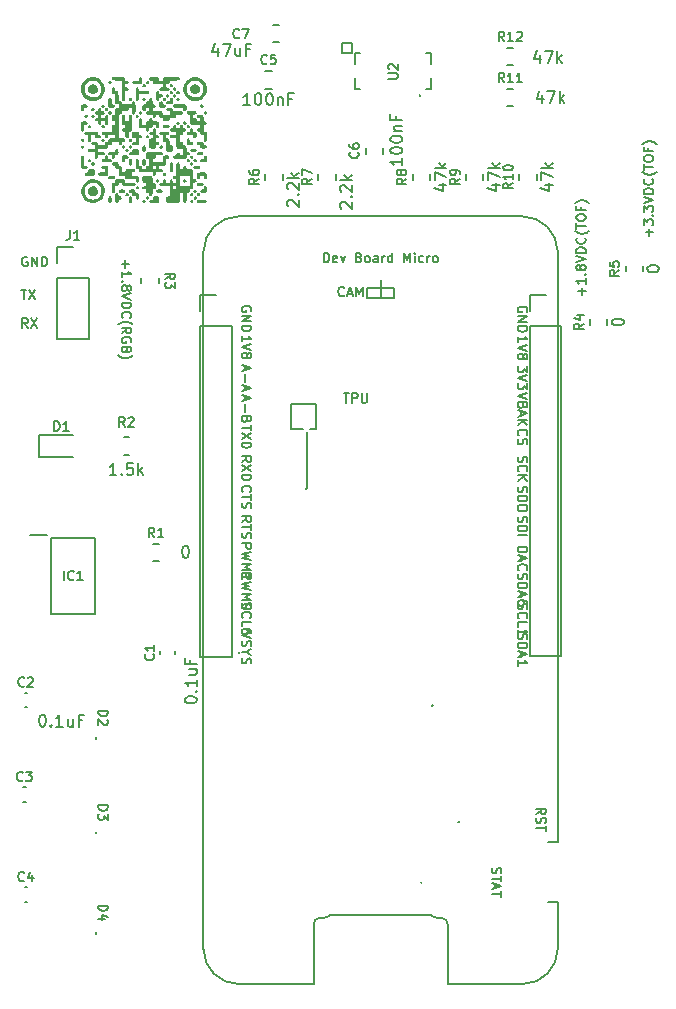
<source format=gbr>
%TF.GenerationSoftware,KiCad,Pcbnew,8.0.7-8.0.7-0~ubuntu24.04.1*%
%TF.CreationDate,2025-01-13T14:11:03-06:00*%
%TF.ProjectId,edge_human_detection_board,65646765-5f68-4756-9d61-6e5f64657465,rev?*%
%TF.SameCoordinates,Original*%
%TF.FileFunction,Legend,Top*%
%TF.FilePolarity,Positive*%
%FSLAX46Y46*%
G04 Gerber Fmt 4.6, Leading zero omitted, Abs format (unit mm)*
G04 Created by KiCad (PCBNEW 8.0.7-8.0.7-0~ubuntu24.04.1) date 2025-01-13 14:11:03*
%MOMM*%
%LPD*%
G01*
G04 APERTURE LIST*
%ADD10C,0.200000*%
%ADD11C,0.150000*%
%ADD12C,0.000000*%
G04 APERTURE END LIST*
D10*
X144800000Y-35400000D02*
X145600000Y-35400000D01*
X145600000Y-36200000D01*
X144800000Y-36200000D01*
X144800000Y-35400000D01*
D11*
X117574874Y-56294295D02*
X118032017Y-56294295D01*
X117803445Y-57094295D02*
X117803445Y-56294295D01*
X118222493Y-56294295D02*
X118755827Y-57094295D01*
X118755827Y-56294295D02*
X118222493Y-57094295D01*
X126410466Y-53789160D02*
X126410466Y-54398684D01*
X126105704Y-54093922D02*
X126715228Y-54093922D01*
X126105704Y-55198683D02*
X126105704Y-54741540D01*
X126105704Y-54970112D02*
X126905704Y-54970112D01*
X126905704Y-54970112D02*
X126791419Y-54893921D01*
X126791419Y-54893921D02*
X126715228Y-54817731D01*
X126715228Y-54817731D02*
X126677133Y-54741540D01*
X126181895Y-55541541D02*
X126143800Y-55579636D01*
X126143800Y-55579636D02*
X126105704Y-55541541D01*
X126105704Y-55541541D02*
X126143800Y-55503445D01*
X126143800Y-55503445D02*
X126181895Y-55541541D01*
X126181895Y-55541541D02*
X126105704Y-55541541D01*
X126562847Y-56036778D02*
X126600942Y-55960588D01*
X126600942Y-55960588D02*
X126639038Y-55922493D01*
X126639038Y-55922493D02*
X126715228Y-55884397D01*
X126715228Y-55884397D02*
X126753323Y-55884397D01*
X126753323Y-55884397D02*
X126829514Y-55922493D01*
X126829514Y-55922493D02*
X126867609Y-55960588D01*
X126867609Y-55960588D02*
X126905704Y-56036778D01*
X126905704Y-56036778D02*
X126905704Y-56189159D01*
X126905704Y-56189159D02*
X126867609Y-56265350D01*
X126867609Y-56265350D02*
X126829514Y-56303445D01*
X126829514Y-56303445D02*
X126753323Y-56341540D01*
X126753323Y-56341540D02*
X126715228Y-56341540D01*
X126715228Y-56341540D02*
X126639038Y-56303445D01*
X126639038Y-56303445D02*
X126600942Y-56265350D01*
X126600942Y-56265350D02*
X126562847Y-56189159D01*
X126562847Y-56189159D02*
X126562847Y-56036778D01*
X126562847Y-56036778D02*
X126524752Y-55960588D01*
X126524752Y-55960588D02*
X126486657Y-55922493D01*
X126486657Y-55922493D02*
X126410466Y-55884397D01*
X126410466Y-55884397D02*
X126258085Y-55884397D01*
X126258085Y-55884397D02*
X126181895Y-55922493D01*
X126181895Y-55922493D02*
X126143800Y-55960588D01*
X126143800Y-55960588D02*
X126105704Y-56036778D01*
X126105704Y-56036778D02*
X126105704Y-56189159D01*
X126105704Y-56189159D02*
X126143800Y-56265350D01*
X126143800Y-56265350D02*
X126181895Y-56303445D01*
X126181895Y-56303445D02*
X126258085Y-56341540D01*
X126258085Y-56341540D02*
X126410466Y-56341540D01*
X126410466Y-56341540D02*
X126486657Y-56303445D01*
X126486657Y-56303445D02*
X126524752Y-56265350D01*
X126524752Y-56265350D02*
X126562847Y-56189159D01*
X126905704Y-56570112D02*
X126105704Y-56836779D01*
X126105704Y-56836779D02*
X126905704Y-57103445D01*
X126105704Y-57370112D02*
X126905704Y-57370112D01*
X126905704Y-57370112D02*
X126905704Y-57560588D01*
X126905704Y-57560588D02*
X126867609Y-57674874D01*
X126867609Y-57674874D02*
X126791419Y-57751064D01*
X126791419Y-57751064D02*
X126715228Y-57789159D01*
X126715228Y-57789159D02*
X126562847Y-57827255D01*
X126562847Y-57827255D02*
X126448561Y-57827255D01*
X126448561Y-57827255D02*
X126296180Y-57789159D01*
X126296180Y-57789159D02*
X126219990Y-57751064D01*
X126219990Y-57751064D02*
X126143800Y-57674874D01*
X126143800Y-57674874D02*
X126105704Y-57560588D01*
X126105704Y-57560588D02*
X126105704Y-57370112D01*
X126181895Y-58627255D02*
X126143800Y-58589159D01*
X126143800Y-58589159D02*
X126105704Y-58474874D01*
X126105704Y-58474874D02*
X126105704Y-58398683D01*
X126105704Y-58398683D02*
X126143800Y-58284397D01*
X126143800Y-58284397D02*
X126219990Y-58208207D01*
X126219990Y-58208207D02*
X126296180Y-58170112D01*
X126296180Y-58170112D02*
X126448561Y-58132016D01*
X126448561Y-58132016D02*
X126562847Y-58132016D01*
X126562847Y-58132016D02*
X126715228Y-58170112D01*
X126715228Y-58170112D02*
X126791419Y-58208207D01*
X126791419Y-58208207D02*
X126867609Y-58284397D01*
X126867609Y-58284397D02*
X126905704Y-58398683D01*
X126905704Y-58398683D02*
X126905704Y-58474874D01*
X126905704Y-58474874D02*
X126867609Y-58589159D01*
X126867609Y-58589159D02*
X126829514Y-58627255D01*
X125800942Y-59198683D02*
X125839038Y-59160588D01*
X125839038Y-59160588D02*
X125953323Y-59084397D01*
X125953323Y-59084397D02*
X126029514Y-59046302D01*
X126029514Y-59046302D02*
X126143800Y-59008207D01*
X126143800Y-59008207D02*
X126334276Y-58970112D01*
X126334276Y-58970112D02*
X126486657Y-58970112D01*
X126486657Y-58970112D02*
X126677133Y-59008207D01*
X126677133Y-59008207D02*
X126791419Y-59046302D01*
X126791419Y-59046302D02*
X126867609Y-59084397D01*
X126867609Y-59084397D02*
X126981895Y-59160588D01*
X126981895Y-59160588D02*
X127019990Y-59198683D01*
X126105704Y-59960588D02*
X126486657Y-59693921D01*
X126105704Y-59503445D02*
X126905704Y-59503445D01*
X126905704Y-59503445D02*
X126905704Y-59808207D01*
X126905704Y-59808207D02*
X126867609Y-59884397D01*
X126867609Y-59884397D02*
X126829514Y-59922492D01*
X126829514Y-59922492D02*
X126753323Y-59960588D01*
X126753323Y-59960588D02*
X126639038Y-59960588D01*
X126639038Y-59960588D02*
X126562847Y-59922492D01*
X126562847Y-59922492D02*
X126524752Y-59884397D01*
X126524752Y-59884397D02*
X126486657Y-59808207D01*
X126486657Y-59808207D02*
X126486657Y-59503445D01*
X126867609Y-60722492D02*
X126905704Y-60646302D01*
X126905704Y-60646302D02*
X126905704Y-60532016D01*
X126905704Y-60532016D02*
X126867609Y-60417730D01*
X126867609Y-60417730D02*
X126791419Y-60341540D01*
X126791419Y-60341540D02*
X126715228Y-60303445D01*
X126715228Y-60303445D02*
X126562847Y-60265349D01*
X126562847Y-60265349D02*
X126448561Y-60265349D01*
X126448561Y-60265349D02*
X126296180Y-60303445D01*
X126296180Y-60303445D02*
X126219990Y-60341540D01*
X126219990Y-60341540D02*
X126143800Y-60417730D01*
X126143800Y-60417730D02*
X126105704Y-60532016D01*
X126105704Y-60532016D02*
X126105704Y-60608207D01*
X126105704Y-60608207D02*
X126143800Y-60722492D01*
X126143800Y-60722492D02*
X126181895Y-60760588D01*
X126181895Y-60760588D02*
X126448561Y-60760588D01*
X126448561Y-60760588D02*
X126448561Y-60608207D01*
X126524752Y-61370111D02*
X126486657Y-61484397D01*
X126486657Y-61484397D02*
X126448561Y-61522492D01*
X126448561Y-61522492D02*
X126372371Y-61560588D01*
X126372371Y-61560588D02*
X126258085Y-61560588D01*
X126258085Y-61560588D02*
X126181895Y-61522492D01*
X126181895Y-61522492D02*
X126143800Y-61484397D01*
X126143800Y-61484397D02*
X126105704Y-61408207D01*
X126105704Y-61408207D02*
X126105704Y-61103445D01*
X126105704Y-61103445D02*
X126905704Y-61103445D01*
X126905704Y-61103445D02*
X126905704Y-61370111D01*
X126905704Y-61370111D02*
X126867609Y-61446302D01*
X126867609Y-61446302D02*
X126829514Y-61484397D01*
X126829514Y-61484397D02*
X126753323Y-61522492D01*
X126753323Y-61522492D02*
X126677133Y-61522492D01*
X126677133Y-61522492D02*
X126600942Y-61484397D01*
X126600942Y-61484397D02*
X126562847Y-61446302D01*
X126562847Y-61446302D02*
X126524752Y-61370111D01*
X126524752Y-61370111D02*
X126524752Y-61103445D01*
X125800942Y-61827254D02*
X125839038Y-61865349D01*
X125839038Y-61865349D02*
X125953323Y-61941540D01*
X125953323Y-61941540D02*
X126029514Y-61979635D01*
X126029514Y-61979635D02*
X126143800Y-62017730D01*
X126143800Y-62017730D02*
X126334276Y-62055826D01*
X126334276Y-62055826D02*
X126486657Y-62055826D01*
X126486657Y-62055826D02*
X126677133Y-62017730D01*
X126677133Y-62017730D02*
X126791419Y-61979635D01*
X126791419Y-61979635D02*
X126867609Y-61941540D01*
X126867609Y-61941540D02*
X126981895Y-61865349D01*
X126981895Y-61865349D02*
X127019990Y-61827254D01*
X118146303Y-59494295D02*
X117879636Y-59113342D01*
X117689160Y-59494295D02*
X117689160Y-58694295D01*
X117689160Y-58694295D02*
X117993922Y-58694295D01*
X117993922Y-58694295D02*
X118070112Y-58732390D01*
X118070112Y-58732390D02*
X118108207Y-58770485D01*
X118108207Y-58770485D02*
X118146303Y-58846676D01*
X118146303Y-58846676D02*
X118146303Y-58960961D01*
X118146303Y-58960961D02*
X118108207Y-59037152D01*
X118108207Y-59037152D02*
X118070112Y-59075247D01*
X118070112Y-59075247D02*
X117993922Y-59113342D01*
X117993922Y-59113342D02*
X117689160Y-59113342D01*
X118412969Y-58694295D02*
X118946303Y-59494295D01*
X118946303Y-58694295D02*
X118412969Y-59494295D01*
X118108207Y-53532390D02*
X118032017Y-53494295D01*
X118032017Y-53494295D02*
X117917731Y-53494295D01*
X117917731Y-53494295D02*
X117803445Y-53532390D01*
X117803445Y-53532390D02*
X117727255Y-53608580D01*
X117727255Y-53608580D02*
X117689160Y-53684771D01*
X117689160Y-53684771D02*
X117651064Y-53837152D01*
X117651064Y-53837152D02*
X117651064Y-53951438D01*
X117651064Y-53951438D02*
X117689160Y-54103819D01*
X117689160Y-54103819D02*
X117727255Y-54180009D01*
X117727255Y-54180009D02*
X117803445Y-54256200D01*
X117803445Y-54256200D02*
X117917731Y-54294295D01*
X117917731Y-54294295D02*
X117993922Y-54294295D01*
X117993922Y-54294295D02*
X118108207Y-54256200D01*
X118108207Y-54256200D02*
X118146303Y-54218104D01*
X118146303Y-54218104D02*
X118146303Y-53951438D01*
X118146303Y-53951438D02*
X117993922Y-53951438D01*
X118489160Y-54294295D02*
X118489160Y-53494295D01*
X118489160Y-53494295D02*
X118946303Y-54294295D01*
X118946303Y-54294295D02*
X118946303Y-53494295D01*
X119327255Y-54294295D02*
X119327255Y-53494295D01*
X119327255Y-53494295D02*
X119517731Y-53494295D01*
X119517731Y-53494295D02*
X119632017Y-53532390D01*
X119632017Y-53532390D02*
X119708207Y-53608580D01*
X119708207Y-53608580D02*
X119746302Y-53684771D01*
X119746302Y-53684771D02*
X119784398Y-53837152D01*
X119784398Y-53837152D02*
X119784398Y-53951438D01*
X119784398Y-53951438D02*
X119746302Y-54103819D01*
X119746302Y-54103819D02*
X119708207Y-54180009D01*
X119708207Y-54180009D02*
X119632017Y-54256200D01*
X119632017Y-54256200D02*
X119517731Y-54294295D01*
X119517731Y-54294295D02*
X119327255Y-54294295D01*
X165089533Y-56710839D02*
X165089533Y-56101316D01*
X165394295Y-56406077D02*
X164784771Y-56406077D01*
X165394295Y-55301316D02*
X165394295Y-55758459D01*
X165394295Y-55529887D02*
X164594295Y-55529887D01*
X164594295Y-55529887D02*
X164708580Y-55606078D01*
X164708580Y-55606078D02*
X164784771Y-55682268D01*
X164784771Y-55682268D02*
X164822866Y-55758459D01*
X165318104Y-54958458D02*
X165356200Y-54920363D01*
X165356200Y-54920363D02*
X165394295Y-54958458D01*
X165394295Y-54958458D02*
X165356200Y-54996554D01*
X165356200Y-54996554D02*
X165318104Y-54958458D01*
X165318104Y-54958458D02*
X165394295Y-54958458D01*
X164937152Y-54463221D02*
X164899057Y-54539411D01*
X164899057Y-54539411D02*
X164860961Y-54577506D01*
X164860961Y-54577506D02*
X164784771Y-54615602D01*
X164784771Y-54615602D02*
X164746676Y-54615602D01*
X164746676Y-54615602D02*
X164670485Y-54577506D01*
X164670485Y-54577506D02*
X164632390Y-54539411D01*
X164632390Y-54539411D02*
X164594295Y-54463221D01*
X164594295Y-54463221D02*
X164594295Y-54310840D01*
X164594295Y-54310840D02*
X164632390Y-54234649D01*
X164632390Y-54234649D02*
X164670485Y-54196554D01*
X164670485Y-54196554D02*
X164746676Y-54158459D01*
X164746676Y-54158459D02*
X164784771Y-54158459D01*
X164784771Y-54158459D02*
X164860961Y-54196554D01*
X164860961Y-54196554D02*
X164899057Y-54234649D01*
X164899057Y-54234649D02*
X164937152Y-54310840D01*
X164937152Y-54310840D02*
X164937152Y-54463221D01*
X164937152Y-54463221D02*
X164975247Y-54539411D01*
X164975247Y-54539411D02*
X165013342Y-54577506D01*
X165013342Y-54577506D02*
X165089533Y-54615602D01*
X165089533Y-54615602D02*
X165241914Y-54615602D01*
X165241914Y-54615602D02*
X165318104Y-54577506D01*
X165318104Y-54577506D02*
X165356200Y-54539411D01*
X165356200Y-54539411D02*
X165394295Y-54463221D01*
X165394295Y-54463221D02*
X165394295Y-54310840D01*
X165394295Y-54310840D02*
X165356200Y-54234649D01*
X165356200Y-54234649D02*
X165318104Y-54196554D01*
X165318104Y-54196554D02*
X165241914Y-54158459D01*
X165241914Y-54158459D02*
X165089533Y-54158459D01*
X165089533Y-54158459D02*
X165013342Y-54196554D01*
X165013342Y-54196554D02*
X164975247Y-54234649D01*
X164975247Y-54234649D02*
X164937152Y-54310840D01*
X164594295Y-53929887D02*
X165394295Y-53663220D01*
X165394295Y-53663220D02*
X164594295Y-53396554D01*
X165394295Y-53129887D02*
X164594295Y-53129887D01*
X164594295Y-53129887D02*
X164594295Y-52939411D01*
X164594295Y-52939411D02*
X164632390Y-52825125D01*
X164632390Y-52825125D02*
X164708580Y-52748935D01*
X164708580Y-52748935D02*
X164784771Y-52710840D01*
X164784771Y-52710840D02*
X164937152Y-52672744D01*
X164937152Y-52672744D02*
X165051438Y-52672744D01*
X165051438Y-52672744D02*
X165203819Y-52710840D01*
X165203819Y-52710840D02*
X165280009Y-52748935D01*
X165280009Y-52748935D02*
X165356200Y-52825125D01*
X165356200Y-52825125D02*
X165394295Y-52939411D01*
X165394295Y-52939411D02*
X165394295Y-53129887D01*
X165318104Y-51872744D02*
X165356200Y-51910840D01*
X165356200Y-51910840D02*
X165394295Y-52025125D01*
X165394295Y-52025125D02*
X165394295Y-52101316D01*
X165394295Y-52101316D02*
X165356200Y-52215602D01*
X165356200Y-52215602D02*
X165280009Y-52291792D01*
X165280009Y-52291792D02*
X165203819Y-52329887D01*
X165203819Y-52329887D02*
X165051438Y-52367983D01*
X165051438Y-52367983D02*
X164937152Y-52367983D01*
X164937152Y-52367983D02*
X164784771Y-52329887D01*
X164784771Y-52329887D02*
X164708580Y-52291792D01*
X164708580Y-52291792D02*
X164632390Y-52215602D01*
X164632390Y-52215602D02*
X164594295Y-52101316D01*
X164594295Y-52101316D02*
X164594295Y-52025125D01*
X164594295Y-52025125D02*
X164632390Y-51910840D01*
X164632390Y-51910840D02*
X164670485Y-51872744D01*
X165699057Y-51301316D02*
X165660961Y-51339411D01*
X165660961Y-51339411D02*
X165546676Y-51415602D01*
X165546676Y-51415602D02*
X165470485Y-51453697D01*
X165470485Y-51453697D02*
X165356200Y-51491792D01*
X165356200Y-51491792D02*
X165165723Y-51529887D01*
X165165723Y-51529887D02*
X165013342Y-51529887D01*
X165013342Y-51529887D02*
X164822866Y-51491792D01*
X164822866Y-51491792D02*
X164708580Y-51453697D01*
X164708580Y-51453697D02*
X164632390Y-51415602D01*
X164632390Y-51415602D02*
X164518104Y-51339411D01*
X164518104Y-51339411D02*
X164480009Y-51301316D01*
X164594295Y-51110840D02*
X164594295Y-50653697D01*
X165394295Y-50882269D02*
X164594295Y-50882269D01*
X164594295Y-50234649D02*
X164594295Y-50082268D01*
X164594295Y-50082268D02*
X164632390Y-50006078D01*
X164632390Y-50006078D02*
X164708580Y-49929887D01*
X164708580Y-49929887D02*
X164860961Y-49891792D01*
X164860961Y-49891792D02*
X165127628Y-49891792D01*
X165127628Y-49891792D02*
X165280009Y-49929887D01*
X165280009Y-49929887D02*
X165356200Y-50006078D01*
X165356200Y-50006078D02*
X165394295Y-50082268D01*
X165394295Y-50082268D02*
X165394295Y-50234649D01*
X165394295Y-50234649D02*
X165356200Y-50310840D01*
X165356200Y-50310840D02*
X165280009Y-50387030D01*
X165280009Y-50387030D02*
X165127628Y-50425126D01*
X165127628Y-50425126D02*
X164860961Y-50425126D01*
X164860961Y-50425126D02*
X164708580Y-50387030D01*
X164708580Y-50387030D02*
X164632390Y-50310840D01*
X164632390Y-50310840D02*
X164594295Y-50234649D01*
X164975247Y-49282269D02*
X164975247Y-49548935D01*
X165394295Y-49548935D02*
X164594295Y-49548935D01*
X164594295Y-49548935D02*
X164594295Y-49167983D01*
X165699057Y-48939412D02*
X165660961Y-48901317D01*
X165660961Y-48901317D02*
X165546676Y-48825126D01*
X165546676Y-48825126D02*
X165470485Y-48787031D01*
X165470485Y-48787031D02*
X165356200Y-48748936D01*
X165356200Y-48748936D02*
X165165723Y-48710840D01*
X165165723Y-48710840D02*
X165013342Y-48710840D01*
X165013342Y-48710840D02*
X164822866Y-48748936D01*
X164822866Y-48748936D02*
X164708580Y-48787031D01*
X164708580Y-48787031D02*
X164632390Y-48825126D01*
X164632390Y-48825126D02*
X164518104Y-48901317D01*
X164518104Y-48901317D02*
X164480009Y-48939412D01*
X170789533Y-51710839D02*
X170789533Y-51101316D01*
X171094295Y-51406077D02*
X170484771Y-51406077D01*
X170294295Y-50796554D02*
X170294295Y-50301316D01*
X170294295Y-50301316D02*
X170599057Y-50567982D01*
X170599057Y-50567982D02*
X170599057Y-50453697D01*
X170599057Y-50453697D02*
X170637152Y-50377506D01*
X170637152Y-50377506D02*
X170675247Y-50339411D01*
X170675247Y-50339411D02*
X170751438Y-50301316D01*
X170751438Y-50301316D02*
X170941914Y-50301316D01*
X170941914Y-50301316D02*
X171018104Y-50339411D01*
X171018104Y-50339411D02*
X171056200Y-50377506D01*
X171056200Y-50377506D02*
X171094295Y-50453697D01*
X171094295Y-50453697D02*
X171094295Y-50682268D01*
X171094295Y-50682268D02*
X171056200Y-50758459D01*
X171056200Y-50758459D02*
X171018104Y-50796554D01*
X171018104Y-49958458D02*
X171056200Y-49920363D01*
X171056200Y-49920363D02*
X171094295Y-49958458D01*
X171094295Y-49958458D02*
X171056200Y-49996554D01*
X171056200Y-49996554D02*
X171018104Y-49958458D01*
X171018104Y-49958458D02*
X171094295Y-49958458D01*
X170294295Y-49653697D02*
X170294295Y-49158459D01*
X170294295Y-49158459D02*
X170599057Y-49425125D01*
X170599057Y-49425125D02*
X170599057Y-49310840D01*
X170599057Y-49310840D02*
X170637152Y-49234649D01*
X170637152Y-49234649D02*
X170675247Y-49196554D01*
X170675247Y-49196554D02*
X170751438Y-49158459D01*
X170751438Y-49158459D02*
X170941914Y-49158459D01*
X170941914Y-49158459D02*
X171018104Y-49196554D01*
X171018104Y-49196554D02*
X171056200Y-49234649D01*
X171056200Y-49234649D02*
X171094295Y-49310840D01*
X171094295Y-49310840D02*
X171094295Y-49539411D01*
X171094295Y-49539411D02*
X171056200Y-49615602D01*
X171056200Y-49615602D02*
X171018104Y-49653697D01*
X170294295Y-48929887D02*
X171094295Y-48663220D01*
X171094295Y-48663220D02*
X170294295Y-48396554D01*
X171094295Y-48129887D02*
X170294295Y-48129887D01*
X170294295Y-48129887D02*
X170294295Y-47939411D01*
X170294295Y-47939411D02*
X170332390Y-47825125D01*
X170332390Y-47825125D02*
X170408580Y-47748935D01*
X170408580Y-47748935D02*
X170484771Y-47710840D01*
X170484771Y-47710840D02*
X170637152Y-47672744D01*
X170637152Y-47672744D02*
X170751438Y-47672744D01*
X170751438Y-47672744D02*
X170903819Y-47710840D01*
X170903819Y-47710840D02*
X170980009Y-47748935D01*
X170980009Y-47748935D02*
X171056200Y-47825125D01*
X171056200Y-47825125D02*
X171094295Y-47939411D01*
X171094295Y-47939411D02*
X171094295Y-48129887D01*
X171018104Y-46872744D02*
X171056200Y-46910840D01*
X171056200Y-46910840D02*
X171094295Y-47025125D01*
X171094295Y-47025125D02*
X171094295Y-47101316D01*
X171094295Y-47101316D02*
X171056200Y-47215602D01*
X171056200Y-47215602D02*
X170980009Y-47291792D01*
X170980009Y-47291792D02*
X170903819Y-47329887D01*
X170903819Y-47329887D02*
X170751438Y-47367983D01*
X170751438Y-47367983D02*
X170637152Y-47367983D01*
X170637152Y-47367983D02*
X170484771Y-47329887D01*
X170484771Y-47329887D02*
X170408580Y-47291792D01*
X170408580Y-47291792D02*
X170332390Y-47215602D01*
X170332390Y-47215602D02*
X170294295Y-47101316D01*
X170294295Y-47101316D02*
X170294295Y-47025125D01*
X170294295Y-47025125D02*
X170332390Y-46910840D01*
X170332390Y-46910840D02*
X170370485Y-46872744D01*
X171399057Y-46301316D02*
X171360961Y-46339411D01*
X171360961Y-46339411D02*
X171246676Y-46415602D01*
X171246676Y-46415602D02*
X171170485Y-46453697D01*
X171170485Y-46453697D02*
X171056200Y-46491792D01*
X171056200Y-46491792D02*
X170865723Y-46529887D01*
X170865723Y-46529887D02*
X170713342Y-46529887D01*
X170713342Y-46529887D02*
X170522866Y-46491792D01*
X170522866Y-46491792D02*
X170408580Y-46453697D01*
X170408580Y-46453697D02*
X170332390Y-46415602D01*
X170332390Y-46415602D02*
X170218104Y-46339411D01*
X170218104Y-46339411D02*
X170180009Y-46301316D01*
X170294295Y-46110840D02*
X170294295Y-45653697D01*
X171094295Y-45882269D02*
X170294295Y-45882269D01*
X170294295Y-45234649D02*
X170294295Y-45082268D01*
X170294295Y-45082268D02*
X170332390Y-45006078D01*
X170332390Y-45006078D02*
X170408580Y-44929887D01*
X170408580Y-44929887D02*
X170560961Y-44891792D01*
X170560961Y-44891792D02*
X170827628Y-44891792D01*
X170827628Y-44891792D02*
X170980009Y-44929887D01*
X170980009Y-44929887D02*
X171056200Y-45006078D01*
X171056200Y-45006078D02*
X171094295Y-45082268D01*
X171094295Y-45082268D02*
X171094295Y-45234649D01*
X171094295Y-45234649D02*
X171056200Y-45310840D01*
X171056200Y-45310840D02*
X170980009Y-45387030D01*
X170980009Y-45387030D02*
X170827628Y-45425126D01*
X170827628Y-45425126D02*
X170560961Y-45425126D01*
X170560961Y-45425126D02*
X170408580Y-45387030D01*
X170408580Y-45387030D02*
X170332390Y-45310840D01*
X170332390Y-45310840D02*
X170294295Y-45234649D01*
X170675247Y-44282269D02*
X170675247Y-44548935D01*
X171094295Y-44548935D02*
X170294295Y-44548935D01*
X170294295Y-44548935D02*
X170294295Y-44167983D01*
X171399057Y-43939412D02*
X171360961Y-43901317D01*
X171360961Y-43901317D02*
X171246676Y-43825126D01*
X171246676Y-43825126D02*
X171170485Y-43787031D01*
X171170485Y-43787031D02*
X171056200Y-43748936D01*
X171056200Y-43748936D02*
X170865723Y-43710840D01*
X170865723Y-43710840D02*
X170713342Y-43710840D01*
X170713342Y-43710840D02*
X170522866Y-43748936D01*
X170522866Y-43748936D02*
X170408580Y-43787031D01*
X170408580Y-43787031D02*
X170332390Y-43825126D01*
X170332390Y-43825126D02*
X170218104Y-43901317D01*
X170218104Y-43901317D02*
X170180009Y-43939412D01*
X124137704Y-99909524D02*
X124937704Y-99909524D01*
X124937704Y-99909524D02*
X124937704Y-100100000D01*
X124937704Y-100100000D02*
X124899609Y-100214286D01*
X124899609Y-100214286D02*
X124823419Y-100290476D01*
X124823419Y-100290476D02*
X124747228Y-100328571D01*
X124747228Y-100328571D02*
X124594847Y-100366667D01*
X124594847Y-100366667D02*
X124480561Y-100366667D01*
X124480561Y-100366667D02*
X124328180Y-100328571D01*
X124328180Y-100328571D02*
X124251990Y-100290476D01*
X124251990Y-100290476D02*
X124175800Y-100214286D01*
X124175800Y-100214286D02*
X124137704Y-100100000D01*
X124137704Y-100100000D02*
X124137704Y-99909524D01*
X124937704Y-100633333D02*
X124937704Y-101128571D01*
X124937704Y-101128571D02*
X124632942Y-100861905D01*
X124632942Y-100861905D02*
X124632942Y-100976190D01*
X124632942Y-100976190D02*
X124594847Y-101052381D01*
X124594847Y-101052381D02*
X124556752Y-101090476D01*
X124556752Y-101090476D02*
X124480561Y-101128571D01*
X124480561Y-101128571D02*
X124290085Y-101128571D01*
X124290085Y-101128571D02*
X124213895Y-101090476D01*
X124213895Y-101090476D02*
X124175800Y-101052381D01*
X124175800Y-101052381D02*
X124137704Y-100976190D01*
X124137704Y-100976190D02*
X124137704Y-100747619D01*
X124137704Y-100747619D02*
X124175800Y-100671428D01*
X124175800Y-100671428D02*
X124213895Y-100633333D01*
X117739167Y-97796104D02*
X117701071Y-97834200D01*
X117701071Y-97834200D02*
X117586786Y-97872295D01*
X117586786Y-97872295D02*
X117510595Y-97872295D01*
X117510595Y-97872295D02*
X117396309Y-97834200D01*
X117396309Y-97834200D02*
X117320119Y-97758009D01*
X117320119Y-97758009D02*
X117282024Y-97681819D01*
X117282024Y-97681819D02*
X117243928Y-97529438D01*
X117243928Y-97529438D02*
X117243928Y-97415152D01*
X117243928Y-97415152D02*
X117282024Y-97262771D01*
X117282024Y-97262771D02*
X117320119Y-97186580D01*
X117320119Y-97186580D02*
X117396309Y-97110390D01*
X117396309Y-97110390D02*
X117510595Y-97072295D01*
X117510595Y-97072295D02*
X117586786Y-97072295D01*
X117586786Y-97072295D02*
X117701071Y-97110390D01*
X117701071Y-97110390D02*
X117739167Y-97148485D01*
X118005833Y-97072295D02*
X118501071Y-97072295D01*
X118501071Y-97072295D02*
X118234405Y-97377057D01*
X118234405Y-97377057D02*
X118348690Y-97377057D01*
X118348690Y-97377057D02*
X118424881Y-97415152D01*
X118424881Y-97415152D02*
X118462976Y-97453247D01*
X118462976Y-97453247D02*
X118501071Y-97529438D01*
X118501071Y-97529438D02*
X118501071Y-97719914D01*
X118501071Y-97719914D02*
X118462976Y-97796104D01*
X118462976Y-97796104D02*
X118424881Y-97834200D01*
X118424881Y-97834200D02*
X118348690Y-97872295D01*
X118348690Y-97872295D02*
X118120119Y-97872295D01*
X118120119Y-97872295D02*
X118043928Y-97834200D01*
X118043928Y-97834200D02*
X118005833Y-97796104D01*
X150212295Y-46858332D02*
X149831342Y-47124999D01*
X150212295Y-47315475D02*
X149412295Y-47315475D01*
X149412295Y-47315475D02*
X149412295Y-47010713D01*
X149412295Y-47010713D02*
X149450390Y-46934523D01*
X149450390Y-46934523D02*
X149488485Y-46896428D01*
X149488485Y-46896428D02*
X149564676Y-46858332D01*
X149564676Y-46858332D02*
X149678961Y-46858332D01*
X149678961Y-46858332D02*
X149755152Y-46896428D01*
X149755152Y-46896428D02*
X149793247Y-46934523D01*
X149793247Y-46934523D02*
X149831342Y-47010713D01*
X149831342Y-47010713D02*
X149831342Y-47315475D01*
X149755152Y-46401190D02*
X149717057Y-46477380D01*
X149717057Y-46477380D02*
X149678961Y-46515475D01*
X149678961Y-46515475D02*
X149602771Y-46553571D01*
X149602771Y-46553571D02*
X149564676Y-46553571D01*
X149564676Y-46553571D02*
X149488485Y-46515475D01*
X149488485Y-46515475D02*
X149450390Y-46477380D01*
X149450390Y-46477380D02*
X149412295Y-46401190D01*
X149412295Y-46401190D02*
X149412295Y-46248809D01*
X149412295Y-46248809D02*
X149450390Y-46172618D01*
X149450390Y-46172618D02*
X149488485Y-46134523D01*
X149488485Y-46134523D02*
X149564676Y-46096428D01*
X149564676Y-46096428D02*
X149602771Y-46096428D01*
X149602771Y-46096428D02*
X149678961Y-46134523D01*
X149678961Y-46134523D02*
X149717057Y-46172618D01*
X149717057Y-46172618D02*
X149755152Y-46248809D01*
X149755152Y-46248809D02*
X149755152Y-46401190D01*
X149755152Y-46401190D02*
X149793247Y-46477380D01*
X149793247Y-46477380D02*
X149831342Y-46515475D01*
X149831342Y-46515475D02*
X149907533Y-46553571D01*
X149907533Y-46553571D02*
X150059914Y-46553571D01*
X150059914Y-46553571D02*
X150136104Y-46515475D01*
X150136104Y-46515475D02*
X150174200Y-46477380D01*
X150174200Y-46477380D02*
X150212295Y-46401190D01*
X150212295Y-46401190D02*
X150212295Y-46248809D01*
X150212295Y-46248809D02*
X150174200Y-46172618D01*
X150174200Y-46172618D02*
X150136104Y-46134523D01*
X150136104Y-46134523D02*
X150059914Y-46096428D01*
X150059914Y-46096428D02*
X149907533Y-46096428D01*
X149907533Y-46096428D02*
X149831342Y-46134523D01*
X149831342Y-46134523D02*
X149793247Y-46172618D01*
X149793247Y-46172618D02*
X149755152Y-46248809D01*
X152938152Y-47415476D02*
X153604819Y-47415476D01*
X152557200Y-47653571D02*
X153271485Y-47891666D01*
X153271485Y-47891666D02*
X153271485Y-47272619D01*
X152604819Y-46986904D02*
X152604819Y-46320238D01*
X152604819Y-46320238D02*
X153604819Y-46748809D01*
X153604819Y-45939285D02*
X152604819Y-45939285D01*
X153223866Y-45844047D02*
X153604819Y-45558333D01*
X152938152Y-45558333D02*
X153319104Y-45939285D01*
X124137704Y-108409524D02*
X124937704Y-108409524D01*
X124937704Y-108409524D02*
X124937704Y-108600000D01*
X124937704Y-108600000D02*
X124899609Y-108714286D01*
X124899609Y-108714286D02*
X124823419Y-108790476D01*
X124823419Y-108790476D02*
X124747228Y-108828571D01*
X124747228Y-108828571D02*
X124594847Y-108866667D01*
X124594847Y-108866667D02*
X124480561Y-108866667D01*
X124480561Y-108866667D02*
X124328180Y-108828571D01*
X124328180Y-108828571D02*
X124251990Y-108790476D01*
X124251990Y-108790476D02*
X124175800Y-108714286D01*
X124175800Y-108714286D02*
X124137704Y-108600000D01*
X124137704Y-108600000D02*
X124137704Y-108409524D01*
X124671038Y-109552381D02*
X124137704Y-109552381D01*
X124975800Y-109361905D02*
X124404371Y-109171428D01*
X124404371Y-109171428D02*
X124404371Y-109666667D01*
X154712295Y-46858332D02*
X154331342Y-47124999D01*
X154712295Y-47315475D02*
X153912295Y-47315475D01*
X153912295Y-47315475D02*
X153912295Y-47010713D01*
X153912295Y-47010713D02*
X153950390Y-46934523D01*
X153950390Y-46934523D02*
X153988485Y-46896428D01*
X153988485Y-46896428D02*
X154064676Y-46858332D01*
X154064676Y-46858332D02*
X154178961Y-46858332D01*
X154178961Y-46858332D02*
X154255152Y-46896428D01*
X154255152Y-46896428D02*
X154293247Y-46934523D01*
X154293247Y-46934523D02*
X154331342Y-47010713D01*
X154331342Y-47010713D02*
X154331342Y-47315475D01*
X154712295Y-46477380D02*
X154712295Y-46324999D01*
X154712295Y-46324999D02*
X154674200Y-46248809D01*
X154674200Y-46248809D02*
X154636104Y-46210713D01*
X154636104Y-46210713D02*
X154521819Y-46134523D01*
X154521819Y-46134523D02*
X154369438Y-46096428D01*
X154369438Y-46096428D02*
X154064676Y-46096428D01*
X154064676Y-46096428D02*
X153988485Y-46134523D01*
X153988485Y-46134523D02*
X153950390Y-46172618D01*
X153950390Y-46172618D02*
X153912295Y-46248809D01*
X153912295Y-46248809D02*
X153912295Y-46401190D01*
X153912295Y-46401190D02*
X153950390Y-46477380D01*
X153950390Y-46477380D02*
X153988485Y-46515475D01*
X153988485Y-46515475D02*
X154064676Y-46553571D01*
X154064676Y-46553571D02*
X154255152Y-46553571D01*
X154255152Y-46553571D02*
X154331342Y-46515475D01*
X154331342Y-46515475D02*
X154369438Y-46477380D01*
X154369438Y-46477380D02*
X154407533Y-46401190D01*
X154407533Y-46401190D02*
X154407533Y-46248809D01*
X154407533Y-46248809D02*
X154369438Y-46172618D01*
X154369438Y-46172618D02*
X154331342Y-46134523D01*
X154331342Y-46134523D02*
X154255152Y-46096428D01*
X157438152Y-47415476D02*
X158104819Y-47415476D01*
X157057200Y-47653571D02*
X157771485Y-47891666D01*
X157771485Y-47891666D02*
X157771485Y-47272619D01*
X157104819Y-46986904D02*
X157104819Y-46320238D01*
X157104819Y-46320238D02*
X158104819Y-46748809D01*
X158104819Y-45939285D02*
X157104819Y-45939285D01*
X157723866Y-45844047D02*
X158104819Y-45558333D01*
X157438152Y-45558333D02*
X157819104Y-45939285D01*
X121219048Y-80862295D02*
X121219048Y-80062295D01*
X122057143Y-80786104D02*
X122019047Y-80824200D01*
X122019047Y-80824200D02*
X121904762Y-80862295D01*
X121904762Y-80862295D02*
X121828571Y-80862295D01*
X121828571Y-80862295D02*
X121714285Y-80824200D01*
X121714285Y-80824200D02*
X121638095Y-80748009D01*
X121638095Y-80748009D02*
X121600000Y-80671819D01*
X121600000Y-80671819D02*
X121561904Y-80519438D01*
X121561904Y-80519438D02*
X121561904Y-80405152D01*
X121561904Y-80405152D02*
X121600000Y-80252771D01*
X121600000Y-80252771D02*
X121638095Y-80176580D01*
X121638095Y-80176580D02*
X121714285Y-80100390D01*
X121714285Y-80100390D02*
X121828571Y-80062295D01*
X121828571Y-80062295D02*
X121904762Y-80062295D01*
X121904762Y-80062295D02*
X122019047Y-80100390D01*
X122019047Y-80100390D02*
X122057143Y-80138485D01*
X122819047Y-80862295D02*
X122361904Y-80862295D01*
X122590476Y-80862295D02*
X122590476Y-80062295D01*
X122590476Y-80062295D02*
X122514285Y-80176580D01*
X122514285Y-80176580D02*
X122438095Y-80252771D01*
X122438095Y-80252771D02*
X122361904Y-80290866D01*
X120409524Y-68212295D02*
X120409524Y-67412295D01*
X120409524Y-67412295D02*
X120600000Y-67412295D01*
X120600000Y-67412295D02*
X120714286Y-67450390D01*
X120714286Y-67450390D02*
X120790476Y-67526580D01*
X120790476Y-67526580D02*
X120828571Y-67602771D01*
X120828571Y-67602771D02*
X120866667Y-67755152D01*
X120866667Y-67755152D02*
X120866667Y-67869438D01*
X120866667Y-67869438D02*
X120828571Y-68021819D01*
X120828571Y-68021819D02*
X120790476Y-68098009D01*
X120790476Y-68098009D02*
X120714286Y-68174200D01*
X120714286Y-68174200D02*
X120600000Y-68212295D01*
X120600000Y-68212295D02*
X120409524Y-68212295D01*
X121628571Y-68212295D02*
X121171428Y-68212295D01*
X121400000Y-68212295D02*
X121400000Y-67412295D01*
X121400000Y-67412295D02*
X121323809Y-67526580D01*
X121323809Y-67526580D02*
X121247619Y-67602771D01*
X121247619Y-67602771D02*
X121171428Y-67640866D01*
X117866667Y-106296104D02*
X117828571Y-106334200D01*
X117828571Y-106334200D02*
X117714286Y-106372295D01*
X117714286Y-106372295D02*
X117638095Y-106372295D01*
X117638095Y-106372295D02*
X117523809Y-106334200D01*
X117523809Y-106334200D02*
X117447619Y-106258009D01*
X117447619Y-106258009D02*
X117409524Y-106181819D01*
X117409524Y-106181819D02*
X117371428Y-106029438D01*
X117371428Y-106029438D02*
X117371428Y-105915152D01*
X117371428Y-105915152D02*
X117409524Y-105762771D01*
X117409524Y-105762771D02*
X117447619Y-105686580D01*
X117447619Y-105686580D02*
X117523809Y-105610390D01*
X117523809Y-105610390D02*
X117638095Y-105572295D01*
X117638095Y-105572295D02*
X117714286Y-105572295D01*
X117714286Y-105572295D02*
X117828571Y-105610390D01*
X117828571Y-105610390D02*
X117866667Y-105648485D01*
X118552381Y-105838961D02*
X118552381Y-106372295D01*
X118361905Y-105534200D02*
X118171428Y-106105628D01*
X118171428Y-106105628D02*
X118666667Y-106105628D01*
X146106104Y-44633332D02*
X146144200Y-44671428D01*
X146144200Y-44671428D02*
X146182295Y-44785713D01*
X146182295Y-44785713D02*
X146182295Y-44861904D01*
X146182295Y-44861904D02*
X146144200Y-44976190D01*
X146144200Y-44976190D02*
X146068009Y-45052380D01*
X146068009Y-45052380D02*
X145991819Y-45090475D01*
X145991819Y-45090475D02*
X145839438Y-45128571D01*
X145839438Y-45128571D02*
X145725152Y-45128571D01*
X145725152Y-45128571D02*
X145572771Y-45090475D01*
X145572771Y-45090475D02*
X145496580Y-45052380D01*
X145496580Y-45052380D02*
X145420390Y-44976190D01*
X145420390Y-44976190D02*
X145382295Y-44861904D01*
X145382295Y-44861904D02*
X145382295Y-44785713D01*
X145382295Y-44785713D02*
X145420390Y-44671428D01*
X145420390Y-44671428D02*
X145458485Y-44633332D01*
X145382295Y-43947618D02*
X145382295Y-44099999D01*
X145382295Y-44099999D02*
X145420390Y-44176190D01*
X145420390Y-44176190D02*
X145458485Y-44214285D01*
X145458485Y-44214285D02*
X145572771Y-44290475D01*
X145572771Y-44290475D02*
X145725152Y-44328571D01*
X145725152Y-44328571D02*
X146029914Y-44328571D01*
X146029914Y-44328571D02*
X146106104Y-44290475D01*
X146106104Y-44290475D02*
X146144200Y-44252380D01*
X146144200Y-44252380D02*
X146182295Y-44176190D01*
X146182295Y-44176190D02*
X146182295Y-44023809D01*
X146182295Y-44023809D02*
X146144200Y-43947618D01*
X146144200Y-43947618D02*
X146106104Y-43909523D01*
X146106104Y-43909523D02*
X146029914Y-43871428D01*
X146029914Y-43871428D02*
X145839438Y-43871428D01*
X145839438Y-43871428D02*
X145763247Y-43909523D01*
X145763247Y-43909523D02*
X145725152Y-43947618D01*
X145725152Y-43947618D02*
X145687057Y-44023809D01*
X145687057Y-44023809D02*
X145687057Y-44176190D01*
X145687057Y-44176190D02*
X145725152Y-44252380D01*
X145725152Y-44252380D02*
X145763247Y-44290475D01*
X145763247Y-44290475D02*
X145839438Y-44328571D01*
X149854819Y-45147619D02*
X149854819Y-45719047D01*
X149854819Y-45433333D02*
X148854819Y-45433333D01*
X148854819Y-45433333D02*
X148997676Y-45528571D01*
X148997676Y-45528571D02*
X149092914Y-45623809D01*
X149092914Y-45623809D02*
X149140533Y-45719047D01*
X148854819Y-44528571D02*
X148854819Y-44433333D01*
X148854819Y-44433333D02*
X148902438Y-44338095D01*
X148902438Y-44338095D02*
X148950057Y-44290476D01*
X148950057Y-44290476D02*
X149045295Y-44242857D01*
X149045295Y-44242857D02*
X149235771Y-44195238D01*
X149235771Y-44195238D02*
X149473866Y-44195238D01*
X149473866Y-44195238D02*
X149664342Y-44242857D01*
X149664342Y-44242857D02*
X149759580Y-44290476D01*
X149759580Y-44290476D02*
X149807200Y-44338095D01*
X149807200Y-44338095D02*
X149854819Y-44433333D01*
X149854819Y-44433333D02*
X149854819Y-44528571D01*
X149854819Y-44528571D02*
X149807200Y-44623809D01*
X149807200Y-44623809D02*
X149759580Y-44671428D01*
X149759580Y-44671428D02*
X149664342Y-44719047D01*
X149664342Y-44719047D02*
X149473866Y-44766666D01*
X149473866Y-44766666D02*
X149235771Y-44766666D01*
X149235771Y-44766666D02*
X149045295Y-44719047D01*
X149045295Y-44719047D02*
X148950057Y-44671428D01*
X148950057Y-44671428D02*
X148902438Y-44623809D01*
X148902438Y-44623809D02*
X148854819Y-44528571D01*
X148854819Y-43576190D02*
X148854819Y-43480952D01*
X148854819Y-43480952D02*
X148902438Y-43385714D01*
X148902438Y-43385714D02*
X148950057Y-43338095D01*
X148950057Y-43338095D02*
X149045295Y-43290476D01*
X149045295Y-43290476D02*
X149235771Y-43242857D01*
X149235771Y-43242857D02*
X149473866Y-43242857D01*
X149473866Y-43242857D02*
X149664342Y-43290476D01*
X149664342Y-43290476D02*
X149759580Y-43338095D01*
X149759580Y-43338095D02*
X149807200Y-43385714D01*
X149807200Y-43385714D02*
X149854819Y-43480952D01*
X149854819Y-43480952D02*
X149854819Y-43576190D01*
X149854819Y-43576190D02*
X149807200Y-43671428D01*
X149807200Y-43671428D02*
X149759580Y-43719047D01*
X149759580Y-43719047D02*
X149664342Y-43766666D01*
X149664342Y-43766666D02*
X149473866Y-43814285D01*
X149473866Y-43814285D02*
X149235771Y-43814285D01*
X149235771Y-43814285D02*
X149045295Y-43766666D01*
X149045295Y-43766666D02*
X148950057Y-43719047D01*
X148950057Y-43719047D02*
X148902438Y-43671428D01*
X148902438Y-43671428D02*
X148854819Y-43576190D01*
X149188152Y-42814285D02*
X149854819Y-42814285D01*
X149283390Y-42814285D02*
X149235771Y-42766666D01*
X149235771Y-42766666D02*
X149188152Y-42671428D01*
X149188152Y-42671428D02*
X149188152Y-42528571D01*
X149188152Y-42528571D02*
X149235771Y-42433333D01*
X149235771Y-42433333D02*
X149331009Y-42385714D01*
X149331009Y-42385714D02*
X149854819Y-42385714D01*
X149331009Y-41576190D02*
X149331009Y-41909523D01*
X149854819Y-41909523D02*
X148854819Y-41909523D01*
X148854819Y-41909523D02*
X148854819Y-41433333D01*
X129787704Y-55366667D02*
X130168657Y-55100000D01*
X129787704Y-54909524D02*
X130587704Y-54909524D01*
X130587704Y-54909524D02*
X130587704Y-55214286D01*
X130587704Y-55214286D02*
X130549609Y-55290476D01*
X130549609Y-55290476D02*
X130511514Y-55328571D01*
X130511514Y-55328571D02*
X130435323Y-55366667D01*
X130435323Y-55366667D02*
X130321038Y-55366667D01*
X130321038Y-55366667D02*
X130244847Y-55328571D01*
X130244847Y-55328571D02*
X130206752Y-55290476D01*
X130206752Y-55290476D02*
X130168657Y-55214286D01*
X130168657Y-55214286D02*
X130168657Y-54909524D01*
X130587704Y-55633333D02*
X130587704Y-56128571D01*
X130587704Y-56128571D02*
X130282942Y-55861905D01*
X130282942Y-55861905D02*
X130282942Y-55976190D01*
X130282942Y-55976190D02*
X130244847Y-56052381D01*
X130244847Y-56052381D02*
X130206752Y-56090476D01*
X130206752Y-56090476D02*
X130130561Y-56128571D01*
X130130561Y-56128571D02*
X129940085Y-56128571D01*
X129940085Y-56128571D02*
X129863895Y-56090476D01*
X129863895Y-56090476D02*
X129825800Y-56052381D01*
X129825800Y-56052381D02*
X129787704Y-55976190D01*
X129787704Y-55976190D02*
X129787704Y-55747619D01*
X129787704Y-55747619D02*
X129825800Y-55671428D01*
X129825800Y-55671428D02*
X129863895Y-55633333D01*
X117866667Y-89796104D02*
X117828571Y-89834200D01*
X117828571Y-89834200D02*
X117714286Y-89872295D01*
X117714286Y-89872295D02*
X117638095Y-89872295D01*
X117638095Y-89872295D02*
X117523809Y-89834200D01*
X117523809Y-89834200D02*
X117447619Y-89758009D01*
X117447619Y-89758009D02*
X117409524Y-89681819D01*
X117409524Y-89681819D02*
X117371428Y-89529438D01*
X117371428Y-89529438D02*
X117371428Y-89415152D01*
X117371428Y-89415152D02*
X117409524Y-89262771D01*
X117409524Y-89262771D02*
X117447619Y-89186580D01*
X117447619Y-89186580D02*
X117523809Y-89110390D01*
X117523809Y-89110390D02*
X117638095Y-89072295D01*
X117638095Y-89072295D02*
X117714286Y-89072295D01*
X117714286Y-89072295D02*
X117828571Y-89110390D01*
X117828571Y-89110390D02*
X117866667Y-89148485D01*
X118171428Y-89148485D02*
X118209524Y-89110390D01*
X118209524Y-89110390D02*
X118285714Y-89072295D01*
X118285714Y-89072295D02*
X118476190Y-89072295D01*
X118476190Y-89072295D02*
X118552381Y-89110390D01*
X118552381Y-89110390D02*
X118590476Y-89148485D01*
X118590476Y-89148485D02*
X118628571Y-89224676D01*
X118628571Y-89224676D02*
X118628571Y-89300866D01*
X118628571Y-89300866D02*
X118590476Y-89415152D01*
X118590476Y-89415152D02*
X118133333Y-89872295D01*
X118133333Y-89872295D02*
X118628571Y-89872295D01*
X119357143Y-92254819D02*
X119452381Y-92254819D01*
X119452381Y-92254819D02*
X119547619Y-92302438D01*
X119547619Y-92302438D02*
X119595238Y-92350057D01*
X119595238Y-92350057D02*
X119642857Y-92445295D01*
X119642857Y-92445295D02*
X119690476Y-92635771D01*
X119690476Y-92635771D02*
X119690476Y-92873866D01*
X119690476Y-92873866D02*
X119642857Y-93064342D01*
X119642857Y-93064342D02*
X119595238Y-93159580D01*
X119595238Y-93159580D02*
X119547619Y-93207200D01*
X119547619Y-93207200D02*
X119452381Y-93254819D01*
X119452381Y-93254819D02*
X119357143Y-93254819D01*
X119357143Y-93254819D02*
X119261905Y-93207200D01*
X119261905Y-93207200D02*
X119214286Y-93159580D01*
X119214286Y-93159580D02*
X119166667Y-93064342D01*
X119166667Y-93064342D02*
X119119048Y-92873866D01*
X119119048Y-92873866D02*
X119119048Y-92635771D01*
X119119048Y-92635771D02*
X119166667Y-92445295D01*
X119166667Y-92445295D02*
X119214286Y-92350057D01*
X119214286Y-92350057D02*
X119261905Y-92302438D01*
X119261905Y-92302438D02*
X119357143Y-92254819D01*
X120119048Y-93159580D02*
X120166667Y-93207200D01*
X120166667Y-93207200D02*
X120119048Y-93254819D01*
X120119048Y-93254819D02*
X120071429Y-93207200D01*
X120071429Y-93207200D02*
X120119048Y-93159580D01*
X120119048Y-93159580D02*
X120119048Y-93254819D01*
X121119047Y-93254819D02*
X120547619Y-93254819D01*
X120833333Y-93254819D02*
X120833333Y-92254819D01*
X120833333Y-92254819D02*
X120738095Y-92397676D01*
X120738095Y-92397676D02*
X120642857Y-92492914D01*
X120642857Y-92492914D02*
X120547619Y-92540533D01*
X121976190Y-92588152D02*
X121976190Y-93254819D01*
X121547619Y-92588152D02*
X121547619Y-93111961D01*
X121547619Y-93111961D02*
X121595238Y-93207200D01*
X121595238Y-93207200D02*
X121690476Y-93254819D01*
X121690476Y-93254819D02*
X121833333Y-93254819D01*
X121833333Y-93254819D02*
X121928571Y-93207200D01*
X121928571Y-93207200D02*
X121976190Y-93159580D01*
X122785714Y-92731009D02*
X122452381Y-92731009D01*
X122452381Y-93254819D02*
X122452381Y-92254819D01*
X122452381Y-92254819D02*
X122928571Y-92254819D01*
X138404167Y-37106104D02*
X138366071Y-37144200D01*
X138366071Y-37144200D02*
X138251786Y-37182295D01*
X138251786Y-37182295D02*
X138175595Y-37182295D01*
X138175595Y-37182295D02*
X138061309Y-37144200D01*
X138061309Y-37144200D02*
X137985119Y-37068009D01*
X137985119Y-37068009D02*
X137947024Y-36991819D01*
X137947024Y-36991819D02*
X137908928Y-36839438D01*
X137908928Y-36839438D02*
X137908928Y-36725152D01*
X137908928Y-36725152D02*
X137947024Y-36572771D01*
X137947024Y-36572771D02*
X137985119Y-36496580D01*
X137985119Y-36496580D02*
X138061309Y-36420390D01*
X138061309Y-36420390D02*
X138175595Y-36382295D01*
X138175595Y-36382295D02*
X138251786Y-36382295D01*
X138251786Y-36382295D02*
X138366071Y-36420390D01*
X138366071Y-36420390D02*
X138404167Y-36458485D01*
X139127976Y-36382295D02*
X138747024Y-36382295D01*
X138747024Y-36382295D02*
X138708928Y-36763247D01*
X138708928Y-36763247D02*
X138747024Y-36725152D01*
X138747024Y-36725152D02*
X138823214Y-36687057D01*
X138823214Y-36687057D02*
X139013690Y-36687057D01*
X139013690Y-36687057D02*
X139089881Y-36725152D01*
X139089881Y-36725152D02*
X139127976Y-36763247D01*
X139127976Y-36763247D02*
X139166071Y-36839438D01*
X139166071Y-36839438D02*
X139166071Y-37029914D01*
X139166071Y-37029914D02*
X139127976Y-37106104D01*
X139127976Y-37106104D02*
X139089881Y-37144200D01*
X139089881Y-37144200D02*
X139013690Y-37182295D01*
X139013690Y-37182295D02*
X138823214Y-37182295D01*
X138823214Y-37182295D02*
X138747024Y-37144200D01*
X138747024Y-37144200D02*
X138708928Y-37106104D01*
X136989880Y-40634819D02*
X136418452Y-40634819D01*
X136704166Y-40634819D02*
X136704166Y-39634819D01*
X136704166Y-39634819D02*
X136608928Y-39777676D01*
X136608928Y-39777676D02*
X136513690Y-39872914D01*
X136513690Y-39872914D02*
X136418452Y-39920533D01*
X137608928Y-39634819D02*
X137704166Y-39634819D01*
X137704166Y-39634819D02*
X137799404Y-39682438D01*
X137799404Y-39682438D02*
X137847023Y-39730057D01*
X137847023Y-39730057D02*
X137894642Y-39825295D01*
X137894642Y-39825295D02*
X137942261Y-40015771D01*
X137942261Y-40015771D02*
X137942261Y-40253866D01*
X137942261Y-40253866D02*
X137894642Y-40444342D01*
X137894642Y-40444342D02*
X137847023Y-40539580D01*
X137847023Y-40539580D02*
X137799404Y-40587200D01*
X137799404Y-40587200D02*
X137704166Y-40634819D01*
X137704166Y-40634819D02*
X137608928Y-40634819D01*
X137608928Y-40634819D02*
X137513690Y-40587200D01*
X137513690Y-40587200D02*
X137466071Y-40539580D01*
X137466071Y-40539580D02*
X137418452Y-40444342D01*
X137418452Y-40444342D02*
X137370833Y-40253866D01*
X137370833Y-40253866D02*
X137370833Y-40015771D01*
X137370833Y-40015771D02*
X137418452Y-39825295D01*
X137418452Y-39825295D02*
X137466071Y-39730057D01*
X137466071Y-39730057D02*
X137513690Y-39682438D01*
X137513690Y-39682438D02*
X137608928Y-39634819D01*
X138561309Y-39634819D02*
X138656547Y-39634819D01*
X138656547Y-39634819D02*
X138751785Y-39682438D01*
X138751785Y-39682438D02*
X138799404Y-39730057D01*
X138799404Y-39730057D02*
X138847023Y-39825295D01*
X138847023Y-39825295D02*
X138894642Y-40015771D01*
X138894642Y-40015771D02*
X138894642Y-40253866D01*
X138894642Y-40253866D02*
X138847023Y-40444342D01*
X138847023Y-40444342D02*
X138799404Y-40539580D01*
X138799404Y-40539580D02*
X138751785Y-40587200D01*
X138751785Y-40587200D02*
X138656547Y-40634819D01*
X138656547Y-40634819D02*
X138561309Y-40634819D01*
X138561309Y-40634819D02*
X138466071Y-40587200D01*
X138466071Y-40587200D02*
X138418452Y-40539580D01*
X138418452Y-40539580D02*
X138370833Y-40444342D01*
X138370833Y-40444342D02*
X138323214Y-40253866D01*
X138323214Y-40253866D02*
X138323214Y-40015771D01*
X138323214Y-40015771D02*
X138370833Y-39825295D01*
X138370833Y-39825295D02*
X138418452Y-39730057D01*
X138418452Y-39730057D02*
X138466071Y-39682438D01*
X138466071Y-39682438D02*
X138561309Y-39634819D01*
X139323214Y-39968152D02*
X139323214Y-40634819D01*
X139323214Y-40063390D02*
X139370833Y-40015771D01*
X139370833Y-40015771D02*
X139466071Y-39968152D01*
X139466071Y-39968152D02*
X139608928Y-39968152D01*
X139608928Y-39968152D02*
X139704166Y-40015771D01*
X139704166Y-40015771D02*
X139751785Y-40111009D01*
X139751785Y-40111009D02*
X139751785Y-40634819D01*
X140561309Y-40111009D02*
X140227976Y-40111009D01*
X140227976Y-40634819D02*
X140227976Y-39634819D01*
X140227976Y-39634819D02*
X140704166Y-39634819D01*
X136066667Y-34886104D02*
X136028571Y-34924200D01*
X136028571Y-34924200D02*
X135914286Y-34962295D01*
X135914286Y-34962295D02*
X135838095Y-34962295D01*
X135838095Y-34962295D02*
X135723809Y-34924200D01*
X135723809Y-34924200D02*
X135647619Y-34848009D01*
X135647619Y-34848009D02*
X135609524Y-34771819D01*
X135609524Y-34771819D02*
X135571428Y-34619438D01*
X135571428Y-34619438D02*
X135571428Y-34505152D01*
X135571428Y-34505152D02*
X135609524Y-34352771D01*
X135609524Y-34352771D02*
X135647619Y-34276580D01*
X135647619Y-34276580D02*
X135723809Y-34200390D01*
X135723809Y-34200390D02*
X135838095Y-34162295D01*
X135838095Y-34162295D02*
X135914286Y-34162295D01*
X135914286Y-34162295D02*
X136028571Y-34200390D01*
X136028571Y-34200390D02*
X136066667Y-34238485D01*
X136333333Y-34162295D02*
X136866667Y-34162295D01*
X136866667Y-34162295D02*
X136523809Y-34962295D01*
X134233333Y-35788152D02*
X134233333Y-36454819D01*
X133995238Y-35407200D02*
X133757143Y-36121485D01*
X133757143Y-36121485D02*
X134376190Y-36121485D01*
X134661905Y-35454819D02*
X135328571Y-35454819D01*
X135328571Y-35454819D02*
X134900000Y-36454819D01*
X136138095Y-35788152D02*
X136138095Y-36454819D01*
X135709524Y-35788152D02*
X135709524Y-36311961D01*
X135709524Y-36311961D02*
X135757143Y-36407200D01*
X135757143Y-36407200D02*
X135852381Y-36454819D01*
X135852381Y-36454819D02*
X135995238Y-36454819D01*
X135995238Y-36454819D02*
X136090476Y-36407200D01*
X136090476Y-36407200D02*
X136138095Y-36359580D01*
X136947619Y-35931009D02*
X136614286Y-35931009D01*
X136614286Y-36454819D02*
X136614286Y-35454819D01*
X136614286Y-35454819D02*
X137090476Y-35454819D01*
X165212295Y-59133332D02*
X164831342Y-59399999D01*
X165212295Y-59590475D02*
X164412295Y-59590475D01*
X164412295Y-59590475D02*
X164412295Y-59285713D01*
X164412295Y-59285713D02*
X164450390Y-59209523D01*
X164450390Y-59209523D02*
X164488485Y-59171428D01*
X164488485Y-59171428D02*
X164564676Y-59133332D01*
X164564676Y-59133332D02*
X164678961Y-59133332D01*
X164678961Y-59133332D02*
X164755152Y-59171428D01*
X164755152Y-59171428D02*
X164793247Y-59209523D01*
X164793247Y-59209523D02*
X164831342Y-59285713D01*
X164831342Y-59285713D02*
X164831342Y-59590475D01*
X164678961Y-58447618D02*
X165212295Y-58447618D01*
X164374200Y-58638094D02*
X164945628Y-58828571D01*
X164945628Y-58828571D02*
X164945628Y-58333332D01*
X167604819Y-59047618D02*
X167604819Y-58952380D01*
X167604819Y-58952380D02*
X167652438Y-58857142D01*
X167652438Y-58857142D02*
X167700057Y-58809523D01*
X167700057Y-58809523D02*
X167795295Y-58761904D01*
X167795295Y-58761904D02*
X167985771Y-58714285D01*
X167985771Y-58714285D02*
X168223866Y-58714285D01*
X168223866Y-58714285D02*
X168414342Y-58761904D01*
X168414342Y-58761904D02*
X168509580Y-58809523D01*
X168509580Y-58809523D02*
X168557200Y-58857142D01*
X168557200Y-58857142D02*
X168604819Y-58952380D01*
X168604819Y-58952380D02*
X168604819Y-59047618D01*
X168604819Y-59047618D02*
X168557200Y-59142856D01*
X168557200Y-59142856D02*
X168509580Y-59190475D01*
X168509580Y-59190475D02*
X168414342Y-59238094D01*
X168414342Y-59238094D02*
X168223866Y-59285713D01*
X168223866Y-59285713D02*
X167985771Y-59285713D01*
X167985771Y-59285713D02*
X167795295Y-59238094D01*
X167795295Y-59238094D02*
X167700057Y-59190475D01*
X167700057Y-59190475D02*
X167652438Y-59142856D01*
X167652438Y-59142856D02*
X167604819Y-59047618D01*
X128796104Y-87133332D02*
X128834200Y-87171428D01*
X128834200Y-87171428D02*
X128872295Y-87285713D01*
X128872295Y-87285713D02*
X128872295Y-87361904D01*
X128872295Y-87361904D02*
X128834200Y-87476190D01*
X128834200Y-87476190D02*
X128758009Y-87552380D01*
X128758009Y-87552380D02*
X128681819Y-87590475D01*
X128681819Y-87590475D02*
X128529438Y-87628571D01*
X128529438Y-87628571D02*
X128415152Y-87628571D01*
X128415152Y-87628571D02*
X128262771Y-87590475D01*
X128262771Y-87590475D02*
X128186580Y-87552380D01*
X128186580Y-87552380D02*
X128110390Y-87476190D01*
X128110390Y-87476190D02*
X128072295Y-87361904D01*
X128072295Y-87361904D02*
X128072295Y-87285713D01*
X128072295Y-87285713D02*
X128110390Y-87171428D01*
X128110390Y-87171428D02*
X128148485Y-87133332D01*
X128872295Y-86371428D02*
X128872295Y-86828571D01*
X128872295Y-86599999D02*
X128072295Y-86599999D01*
X128072295Y-86599999D02*
X128186580Y-86676190D01*
X128186580Y-86676190D02*
X128262771Y-86752380D01*
X128262771Y-86752380D02*
X128300866Y-86828571D01*
X131454819Y-91042856D02*
X131454819Y-90947618D01*
X131454819Y-90947618D02*
X131502438Y-90852380D01*
X131502438Y-90852380D02*
X131550057Y-90804761D01*
X131550057Y-90804761D02*
X131645295Y-90757142D01*
X131645295Y-90757142D02*
X131835771Y-90709523D01*
X131835771Y-90709523D02*
X132073866Y-90709523D01*
X132073866Y-90709523D02*
X132264342Y-90757142D01*
X132264342Y-90757142D02*
X132359580Y-90804761D01*
X132359580Y-90804761D02*
X132407200Y-90852380D01*
X132407200Y-90852380D02*
X132454819Y-90947618D01*
X132454819Y-90947618D02*
X132454819Y-91042856D01*
X132454819Y-91042856D02*
X132407200Y-91138094D01*
X132407200Y-91138094D02*
X132359580Y-91185713D01*
X132359580Y-91185713D02*
X132264342Y-91233332D01*
X132264342Y-91233332D02*
X132073866Y-91280951D01*
X132073866Y-91280951D02*
X131835771Y-91280951D01*
X131835771Y-91280951D02*
X131645295Y-91233332D01*
X131645295Y-91233332D02*
X131550057Y-91185713D01*
X131550057Y-91185713D02*
X131502438Y-91138094D01*
X131502438Y-91138094D02*
X131454819Y-91042856D01*
X132359580Y-90280951D02*
X132407200Y-90233332D01*
X132407200Y-90233332D02*
X132454819Y-90280951D01*
X132454819Y-90280951D02*
X132407200Y-90328570D01*
X132407200Y-90328570D02*
X132359580Y-90280951D01*
X132359580Y-90280951D02*
X132454819Y-90280951D01*
X132454819Y-89280952D02*
X132454819Y-89852380D01*
X132454819Y-89566666D02*
X131454819Y-89566666D01*
X131454819Y-89566666D02*
X131597676Y-89661904D01*
X131597676Y-89661904D02*
X131692914Y-89757142D01*
X131692914Y-89757142D02*
X131740533Y-89852380D01*
X131788152Y-88423809D02*
X132454819Y-88423809D01*
X131788152Y-88852380D02*
X132311961Y-88852380D01*
X132311961Y-88852380D02*
X132407200Y-88804761D01*
X132407200Y-88804761D02*
X132454819Y-88709523D01*
X132454819Y-88709523D02*
X132454819Y-88566666D01*
X132454819Y-88566666D02*
X132407200Y-88471428D01*
X132407200Y-88471428D02*
X132359580Y-88423809D01*
X131931009Y-87614285D02*
X131931009Y-87947618D01*
X132454819Y-87947618D02*
X131454819Y-87947618D01*
X131454819Y-87947618D02*
X131454819Y-87471428D01*
X158485714Y-38712295D02*
X158219047Y-38331342D01*
X158028571Y-38712295D02*
X158028571Y-37912295D01*
X158028571Y-37912295D02*
X158333333Y-37912295D01*
X158333333Y-37912295D02*
X158409523Y-37950390D01*
X158409523Y-37950390D02*
X158447618Y-37988485D01*
X158447618Y-37988485D02*
X158485714Y-38064676D01*
X158485714Y-38064676D02*
X158485714Y-38178961D01*
X158485714Y-38178961D02*
X158447618Y-38255152D01*
X158447618Y-38255152D02*
X158409523Y-38293247D01*
X158409523Y-38293247D02*
X158333333Y-38331342D01*
X158333333Y-38331342D02*
X158028571Y-38331342D01*
X159247618Y-38712295D02*
X158790475Y-38712295D01*
X159019047Y-38712295D02*
X159019047Y-37912295D01*
X159019047Y-37912295D02*
X158942856Y-38026580D01*
X158942856Y-38026580D02*
X158866666Y-38102771D01*
X158866666Y-38102771D02*
X158790475Y-38140866D01*
X160009523Y-38712295D02*
X159552380Y-38712295D01*
X159780952Y-38712295D02*
X159780952Y-37912295D01*
X159780952Y-37912295D02*
X159704761Y-38026580D01*
X159704761Y-38026580D02*
X159628571Y-38102771D01*
X159628571Y-38102771D02*
X159552380Y-38140866D01*
X161709523Y-39788152D02*
X161709523Y-40454819D01*
X161471428Y-39407200D02*
X161233333Y-40121485D01*
X161233333Y-40121485D02*
X161852380Y-40121485D01*
X162138095Y-39454819D02*
X162804761Y-39454819D01*
X162804761Y-39454819D02*
X162376190Y-40454819D01*
X163185714Y-40454819D02*
X163185714Y-39454819D01*
X163280952Y-40073866D02*
X163566666Y-40454819D01*
X163566666Y-39788152D02*
X163185714Y-40169104D01*
X128866667Y-77212295D02*
X128600000Y-76831342D01*
X128409524Y-77212295D02*
X128409524Y-76412295D01*
X128409524Y-76412295D02*
X128714286Y-76412295D01*
X128714286Y-76412295D02*
X128790476Y-76450390D01*
X128790476Y-76450390D02*
X128828571Y-76488485D01*
X128828571Y-76488485D02*
X128866667Y-76564676D01*
X128866667Y-76564676D02*
X128866667Y-76678961D01*
X128866667Y-76678961D02*
X128828571Y-76755152D01*
X128828571Y-76755152D02*
X128790476Y-76793247D01*
X128790476Y-76793247D02*
X128714286Y-76831342D01*
X128714286Y-76831342D02*
X128409524Y-76831342D01*
X129628571Y-77212295D02*
X129171428Y-77212295D01*
X129400000Y-77212295D02*
X129400000Y-76412295D01*
X129400000Y-76412295D02*
X129323809Y-76526580D01*
X129323809Y-76526580D02*
X129247619Y-76602771D01*
X129247619Y-76602771D02*
X129171428Y-76640866D01*
X131452381Y-77954819D02*
X131547619Y-77954819D01*
X131547619Y-77954819D02*
X131642857Y-78002438D01*
X131642857Y-78002438D02*
X131690476Y-78050057D01*
X131690476Y-78050057D02*
X131738095Y-78145295D01*
X131738095Y-78145295D02*
X131785714Y-78335771D01*
X131785714Y-78335771D02*
X131785714Y-78573866D01*
X131785714Y-78573866D02*
X131738095Y-78764342D01*
X131738095Y-78764342D02*
X131690476Y-78859580D01*
X131690476Y-78859580D02*
X131642857Y-78907200D01*
X131642857Y-78907200D02*
X131547619Y-78954819D01*
X131547619Y-78954819D02*
X131452381Y-78954819D01*
X131452381Y-78954819D02*
X131357143Y-78907200D01*
X131357143Y-78907200D02*
X131309524Y-78859580D01*
X131309524Y-78859580D02*
X131261905Y-78764342D01*
X131261905Y-78764342D02*
X131214286Y-78573866D01*
X131214286Y-78573866D02*
X131214286Y-78335771D01*
X131214286Y-78335771D02*
X131261905Y-78145295D01*
X131261905Y-78145295D02*
X131309524Y-78050057D01*
X131309524Y-78050057D02*
X131357143Y-78002438D01*
X131357143Y-78002438D02*
X131452381Y-77954819D01*
X121733333Y-51232295D02*
X121733333Y-51803723D01*
X121733333Y-51803723D02*
X121695238Y-51918009D01*
X121695238Y-51918009D02*
X121619047Y-51994200D01*
X121619047Y-51994200D02*
X121504762Y-52032295D01*
X121504762Y-52032295D02*
X121428571Y-52032295D01*
X122533333Y-52032295D02*
X122076190Y-52032295D01*
X122304762Y-52032295D02*
X122304762Y-51232295D01*
X122304762Y-51232295D02*
X122228571Y-51346580D01*
X122228571Y-51346580D02*
X122152381Y-51422771D01*
X122152381Y-51422771D02*
X122076190Y-51460866D01*
X124137704Y-91909524D02*
X124937704Y-91909524D01*
X124937704Y-91909524D02*
X124937704Y-92100000D01*
X124937704Y-92100000D02*
X124899609Y-92214286D01*
X124899609Y-92214286D02*
X124823419Y-92290476D01*
X124823419Y-92290476D02*
X124747228Y-92328571D01*
X124747228Y-92328571D02*
X124594847Y-92366667D01*
X124594847Y-92366667D02*
X124480561Y-92366667D01*
X124480561Y-92366667D02*
X124328180Y-92328571D01*
X124328180Y-92328571D02*
X124251990Y-92290476D01*
X124251990Y-92290476D02*
X124175800Y-92214286D01*
X124175800Y-92214286D02*
X124137704Y-92100000D01*
X124137704Y-92100000D02*
X124137704Y-91909524D01*
X124861514Y-92671428D02*
X124899609Y-92709524D01*
X124899609Y-92709524D02*
X124937704Y-92785714D01*
X124937704Y-92785714D02*
X124937704Y-92976190D01*
X124937704Y-92976190D02*
X124899609Y-93052381D01*
X124899609Y-93052381D02*
X124861514Y-93090476D01*
X124861514Y-93090476D02*
X124785323Y-93128571D01*
X124785323Y-93128571D02*
X124709133Y-93128571D01*
X124709133Y-93128571D02*
X124594847Y-93090476D01*
X124594847Y-93090476D02*
X124137704Y-92633333D01*
X124137704Y-92633333D02*
X124137704Y-93128571D01*
X142212295Y-46858332D02*
X141831342Y-47124999D01*
X142212295Y-47315475D02*
X141412295Y-47315475D01*
X141412295Y-47315475D02*
X141412295Y-47010713D01*
X141412295Y-47010713D02*
X141450390Y-46934523D01*
X141450390Y-46934523D02*
X141488485Y-46896428D01*
X141488485Y-46896428D02*
X141564676Y-46858332D01*
X141564676Y-46858332D02*
X141678961Y-46858332D01*
X141678961Y-46858332D02*
X141755152Y-46896428D01*
X141755152Y-46896428D02*
X141793247Y-46934523D01*
X141793247Y-46934523D02*
X141831342Y-47010713D01*
X141831342Y-47010713D02*
X141831342Y-47315475D01*
X141412295Y-46591666D02*
X141412295Y-46058332D01*
X141412295Y-46058332D02*
X142212295Y-46401190D01*
X144700057Y-49404761D02*
X144652438Y-49357142D01*
X144652438Y-49357142D02*
X144604819Y-49261904D01*
X144604819Y-49261904D02*
X144604819Y-49023809D01*
X144604819Y-49023809D02*
X144652438Y-48928571D01*
X144652438Y-48928571D02*
X144700057Y-48880952D01*
X144700057Y-48880952D02*
X144795295Y-48833333D01*
X144795295Y-48833333D02*
X144890533Y-48833333D01*
X144890533Y-48833333D02*
X145033390Y-48880952D01*
X145033390Y-48880952D02*
X145604819Y-49452380D01*
X145604819Y-49452380D02*
X145604819Y-48833333D01*
X145509580Y-48404761D02*
X145557200Y-48357142D01*
X145557200Y-48357142D02*
X145604819Y-48404761D01*
X145604819Y-48404761D02*
X145557200Y-48452380D01*
X145557200Y-48452380D02*
X145509580Y-48404761D01*
X145509580Y-48404761D02*
X145604819Y-48404761D01*
X144700057Y-47976190D02*
X144652438Y-47928571D01*
X144652438Y-47928571D02*
X144604819Y-47833333D01*
X144604819Y-47833333D02*
X144604819Y-47595238D01*
X144604819Y-47595238D02*
X144652438Y-47500000D01*
X144652438Y-47500000D02*
X144700057Y-47452381D01*
X144700057Y-47452381D02*
X144795295Y-47404762D01*
X144795295Y-47404762D02*
X144890533Y-47404762D01*
X144890533Y-47404762D02*
X145033390Y-47452381D01*
X145033390Y-47452381D02*
X145604819Y-48023809D01*
X145604819Y-48023809D02*
X145604819Y-47404762D01*
X145604819Y-46976190D02*
X144604819Y-46976190D01*
X145223866Y-46880952D02*
X145604819Y-46595238D01*
X144938152Y-46595238D02*
X145319104Y-46976190D01*
X159664384Y-60693527D02*
X159664384Y-60236384D01*
X159664384Y-60464956D02*
X160464384Y-60464956D01*
X160464384Y-60464956D02*
X160350099Y-60388765D01*
X160350099Y-60388765D02*
X160273908Y-60312575D01*
X160273908Y-60312575D02*
X160235813Y-60236384D01*
X160464384Y-60922099D02*
X159664384Y-61188766D01*
X159664384Y-61188766D02*
X160464384Y-61455432D01*
X160121527Y-61836384D02*
X160159622Y-61760194D01*
X160159622Y-61760194D02*
X160197718Y-61722099D01*
X160197718Y-61722099D02*
X160273908Y-61684003D01*
X160273908Y-61684003D02*
X160312003Y-61684003D01*
X160312003Y-61684003D02*
X160388194Y-61722099D01*
X160388194Y-61722099D02*
X160426289Y-61760194D01*
X160426289Y-61760194D02*
X160464384Y-61836384D01*
X160464384Y-61836384D02*
X160464384Y-61988765D01*
X160464384Y-61988765D02*
X160426289Y-62064956D01*
X160426289Y-62064956D02*
X160388194Y-62103051D01*
X160388194Y-62103051D02*
X160312003Y-62141146D01*
X160312003Y-62141146D02*
X160273908Y-62141146D01*
X160273908Y-62141146D02*
X160197718Y-62103051D01*
X160197718Y-62103051D02*
X160159622Y-62064956D01*
X160159622Y-62064956D02*
X160121527Y-61988765D01*
X160121527Y-61988765D02*
X160121527Y-61836384D01*
X160121527Y-61836384D02*
X160083432Y-61760194D01*
X160083432Y-61760194D02*
X160045337Y-61722099D01*
X160045337Y-61722099D02*
X159969146Y-61684003D01*
X159969146Y-61684003D02*
X159816765Y-61684003D01*
X159816765Y-61684003D02*
X159740575Y-61722099D01*
X159740575Y-61722099D02*
X159702480Y-61760194D01*
X159702480Y-61760194D02*
X159664384Y-61836384D01*
X159664384Y-61836384D02*
X159664384Y-61988765D01*
X159664384Y-61988765D02*
X159702480Y-62064956D01*
X159702480Y-62064956D02*
X159740575Y-62103051D01*
X159740575Y-62103051D02*
X159816765Y-62141146D01*
X159816765Y-62141146D02*
X159969146Y-62141146D01*
X159969146Y-62141146D02*
X160045337Y-62103051D01*
X160045337Y-62103051D02*
X160083432Y-62064956D01*
X160083432Y-62064956D02*
X160121527Y-61988765D01*
X159664384Y-78054480D02*
X160464384Y-78054480D01*
X160464384Y-78054480D02*
X160464384Y-78244956D01*
X160464384Y-78244956D02*
X160426289Y-78359242D01*
X160426289Y-78359242D02*
X160350099Y-78435432D01*
X160350099Y-78435432D02*
X160273908Y-78473527D01*
X160273908Y-78473527D02*
X160121527Y-78511623D01*
X160121527Y-78511623D02*
X160007241Y-78511623D01*
X160007241Y-78511623D02*
X159854860Y-78473527D01*
X159854860Y-78473527D02*
X159778670Y-78435432D01*
X159778670Y-78435432D02*
X159702480Y-78359242D01*
X159702480Y-78359242D02*
X159664384Y-78244956D01*
X159664384Y-78244956D02*
X159664384Y-78054480D01*
X159892956Y-78816384D02*
X159892956Y-79197337D01*
X159664384Y-78740194D02*
X160464384Y-79006861D01*
X160464384Y-79006861D02*
X159664384Y-79273527D01*
X159740575Y-79997337D02*
X159702480Y-79959241D01*
X159702480Y-79959241D02*
X159664384Y-79844956D01*
X159664384Y-79844956D02*
X159664384Y-79768765D01*
X159664384Y-79768765D02*
X159702480Y-79654479D01*
X159702480Y-79654479D02*
X159778670Y-79578289D01*
X159778670Y-79578289D02*
X159854860Y-79540194D01*
X159854860Y-79540194D02*
X160007241Y-79502098D01*
X160007241Y-79502098D02*
X160121527Y-79502098D01*
X160121527Y-79502098D02*
X160273908Y-79540194D01*
X160273908Y-79540194D02*
X160350099Y-79578289D01*
X160350099Y-79578289D02*
X160426289Y-79654479D01*
X160426289Y-79654479D02*
X160464384Y-79768765D01*
X160464384Y-79768765D02*
X160464384Y-79844956D01*
X160464384Y-79844956D02*
X160426289Y-79959241D01*
X160426289Y-79959241D02*
X160388194Y-79997337D01*
X159702480Y-82842384D02*
X159664384Y-82956670D01*
X159664384Y-82956670D02*
X159664384Y-83147146D01*
X159664384Y-83147146D02*
X159702480Y-83223337D01*
X159702480Y-83223337D02*
X159740575Y-83261432D01*
X159740575Y-83261432D02*
X159816765Y-83299527D01*
X159816765Y-83299527D02*
X159892956Y-83299527D01*
X159892956Y-83299527D02*
X159969146Y-83261432D01*
X159969146Y-83261432D02*
X160007241Y-83223337D01*
X160007241Y-83223337D02*
X160045337Y-83147146D01*
X160045337Y-83147146D02*
X160083432Y-82994765D01*
X160083432Y-82994765D02*
X160121527Y-82918575D01*
X160121527Y-82918575D02*
X160159622Y-82880480D01*
X160159622Y-82880480D02*
X160235813Y-82842384D01*
X160235813Y-82842384D02*
X160312003Y-82842384D01*
X160312003Y-82842384D02*
X160388194Y-82880480D01*
X160388194Y-82880480D02*
X160426289Y-82918575D01*
X160426289Y-82918575D02*
X160464384Y-82994765D01*
X160464384Y-82994765D02*
X160464384Y-83185242D01*
X160464384Y-83185242D02*
X160426289Y-83299527D01*
X159740575Y-84099528D02*
X159702480Y-84061432D01*
X159702480Y-84061432D02*
X159664384Y-83947147D01*
X159664384Y-83947147D02*
X159664384Y-83870956D01*
X159664384Y-83870956D02*
X159702480Y-83756670D01*
X159702480Y-83756670D02*
X159778670Y-83680480D01*
X159778670Y-83680480D02*
X159854860Y-83642385D01*
X159854860Y-83642385D02*
X160007241Y-83604289D01*
X160007241Y-83604289D02*
X160121527Y-83604289D01*
X160121527Y-83604289D02*
X160273908Y-83642385D01*
X160273908Y-83642385D02*
X160350099Y-83680480D01*
X160350099Y-83680480D02*
X160426289Y-83756670D01*
X160426289Y-83756670D02*
X160464384Y-83870956D01*
X160464384Y-83870956D02*
X160464384Y-83947147D01*
X160464384Y-83947147D02*
X160426289Y-84061432D01*
X160426289Y-84061432D02*
X160388194Y-84099528D01*
X159664384Y-84823337D02*
X159664384Y-84442385D01*
X159664384Y-84442385D02*
X160464384Y-84442385D01*
X159664384Y-85509051D02*
X159664384Y-85051908D01*
X159664384Y-85280480D02*
X160464384Y-85280480D01*
X160464384Y-85280480D02*
X160350099Y-85204289D01*
X160350099Y-85204289D02*
X160273908Y-85128099D01*
X160273908Y-85128099D02*
X160235813Y-85051908D01*
X137084384Y-85246194D02*
X136284384Y-85512861D01*
X136284384Y-85512861D02*
X137084384Y-85779527D01*
X136322480Y-86008098D02*
X136284384Y-86122384D01*
X136284384Y-86122384D02*
X136284384Y-86312860D01*
X136284384Y-86312860D02*
X136322480Y-86389051D01*
X136322480Y-86389051D02*
X136360575Y-86427146D01*
X136360575Y-86427146D02*
X136436765Y-86465241D01*
X136436765Y-86465241D02*
X136512956Y-86465241D01*
X136512956Y-86465241D02*
X136589146Y-86427146D01*
X136589146Y-86427146D02*
X136627241Y-86389051D01*
X136627241Y-86389051D02*
X136665337Y-86312860D01*
X136665337Y-86312860D02*
X136703432Y-86160479D01*
X136703432Y-86160479D02*
X136741527Y-86084289D01*
X136741527Y-86084289D02*
X136779622Y-86046194D01*
X136779622Y-86046194D02*
X136855813Y-86008098D01*
X136855813Y-86008098D02*
X136932003Y-86008098D01*
X136932003Y-86008098D02*
X137008194Y-86046194D01*
X137008194Y-86046194D02*
X137046289Y-86084289D01*
X137046289Y-86084289D02*
X137084384Y-86160479D01*
X137084384Y-86160479D02*
X137084384Y-86350956D01*
X137084384Y-86350956D02*
X137046289Y-86465241D01*
X136665337Y-86960480D02*
X136284384Y-86960480D01*
X137084384Y-86693813D02*
X136665337Y-86960480D01*
X136665337Y-86960480D02*
X137084384Y-87227146D01*
X136322480Y-87455717D02*
X136284384Y-87570003D01*
X136284384Y-87570003D02*
X136284384Y-87760479D01*
X136284384Y-87760479D02*
X136322480Y-87836670D01*
X136322480Y-87836670D02*
X136360575Y-87874765D01*
X136360575Y-87874765D02*
X136436765Y-87912860D01*
X136436765Y-87912860D02*
X136512956Y-87912860D01*
X136512956Y-87912860D02*
X136589146Y-87874765D01*
X136589146Y-87874765D02*
X136627241Y-87836670D01*
X136627241Y-87836670D02*
X136665337Y-87760479D01*
X136665337Y-87760479D02*
X136703432Y-87608098D01*
X136703432Y-87608098D02*
X136741527Y-87531908D01*
X136741527Y-87531908D02*
X136779622Y-87493813D01*
X136779622Y-87493813D02*
X136855813Y-87455717D01*
X136855813Y-87455717D02*
X136932003Y-87455717D01*
X136932003Y-87455717D02*
X137008194Y-87493813D01*
X137008194Y-87493813D02*
X137046289Y-87531908D01*
X137046289Y-87531908D02*
X137084384Y-87608098D01*
X137084384Y-87608098D02*
X137084384Y-87798575D01*
X137084384Y-87798575D02*
X137046289Y-87912860D01*
X159702480Y-75476384D02*
X159664384Y-75590670D01*
X159664384Y-75590670D02*
X159664384Y-75781146D01*
X159664384Y-75781146D02*
X159702480Y-75857337D01*
X159702480Y-75857337D02*
X159740575Y-75895432D01*
X159740575Y-75895432D02*
X159816765Y-75933527D01*
X159816765Y-75933527D02*
X159892956Y-75933527D01*
X159892956Y-75933527D02*
X159969146Y-75895432D01*
X159969146Y-75895432D02*
X160007241Y-75857337D01*
X160007241Y-75857337D02*
X160045337Y-75781146D01*
X160045337Y-75781146D02*
X160083432Y-75628765D01*
X160083432Y-75628765D02*
X160121527Y-75552575D01*
X160121527Y-75552575D02*
X160159622Y-75514480D01*
X160159622Y-75514480D02*
X160235813Y-75476384D01*
X160235813Y-75476384D02*
X160312003Y-75476384D01*
X160312003Y-75476384D02*
X160388194Y-75514480D01*
X160388194Y-75514480D02*
X160426289Y-75552575D01*
X160426289Y-75552575D02*
X160464384Y-75628765D01*
X160464384Y-75628765D02*
X160464384Y-75819242D01*
X160464384Y-75819242D02*
X160426289Y-75933527D01*
X159664384Y-76276385D02*
X160464384Y-76276385D01*
X160464384Y-76276385D02*
X160464384Y-76466861D01*
X160464384Y-76466861D02*
X160426289Y-76581147D01*
X160426289Y-76581147D02*
X160350099Y-76657337D01*
X160350099Y-76657337D02*
X160273908Y-76695432D01*
X160273908Y-76695432D02*
X160121527Y-76733528D01*
X160121527Y-76733528D02*
X160007241Y-76733528D01*
X160007241Y-76733528D02*
X159854860Y-76695432D01*
X159854860Y-76695432D02*
X159778670Y-76657337D01*
X159778670Y-76657337D02*
X159702480Y-76581147D01*
X159702480Y-76581147D02*
X159664384Y-76466861D01*
X159664384Y-76466861D02*
X159664384Y-76276385D01*
X159664384Y-77076385D02*
X160464384Y-77076385D01*
X136284384Y-60633527D02*
X136284384Y-60176384D01*
X136284384Y-60404956D02*
X137084384Y-60404956D01*
X137084384Y-60404956D02*
X136970099Y-60328765D01*
X136970099Y-60328765D02*
X136893908Y-60252575D01*
X136893908Y-60252575D02*
X136855813Y-60176384D01*
X137084384Y-60862099D02*
X136284384Y-61128766D01*
X136284384Y-61128766D02*
X137084384Y-61395432D01*
X136741527Y-61776384D02*
X136779622Y-61700194D01*
X136779622Y-61700194D02*
X136817718Y-61662099D01*
X136817718Y-61662099D02*
X136893908Y-61624003D01*
X136893908Y-61624003D02*
X136932003Y-61624003D01*
X136932003Y-61624003D02*
X137008194Y-61662099D01*
X137008194Y-61662099D02*
X137046289Y-61700194D01*
X137046289Y-61700194D02*
X137084384Y-61776384D01*
X137084384Y-61776384D02*
X137084384Y-61928765D01*
X137084384Y-61928765D02*
X137046289Y-62004956D01*
X137046289Y-62004956D02*
X137008194Y-62043051D01*
X137008194Y-62043051D02*
X136932003Y-62081146D01*
X136932003Y-62081146D02*
X136893908Y-62081146D01*
X136893908Y-62081146D02*
X136817718Y-62043051D01*
X136817718Y-62043051D02*
X136779622Y-62004956D01*
X136779622Y-62004956D02*
X136741527Y-61928765D01*
X136741527Y-61928765D02*
X136741527Y-61776384D01*
X136741527Y-61776384D02*
X136703432Y-61700194D01*
X136703432Y-61700194D02*
X136665337Y-61662099D01*
X136665337Y-61662099D02*
X136589146Y-61624003D01*
X136589146Y-61624003D02*
X136436765Y-61624003D01*
X136436765Y-61624003D02*
X136360575Y-61662099D01*
X136360575Y-61662099D02*
X136322480Y-61700194D01*
X136322480Y-61700194D02*
X136284384Y-61776384D01*
X136284384Y-61776384D02*
X136284384Y-61928765D01*
X136284384Y-61928765D02*
X136322480Y-62004956D01*
X136322480Y-62004956D02*
X136360575Y-62043051D01*
X136360575Y-62043051D02*
X136436765Y-62081146D01*
X136436765Y-62081146D02*
X136589146Y-62081146D01*
X136589146Y-62081146D02*
X136665337Y-62043051D01*
X136665337Y-62043051D02*
X136703432Y-62004956D01*
X136703432Y-62004956D02*
X136741527Y-61928765D01*
X161207916Y-100655953D02*
X161588869Y-100389286D01*
X161207916Y-100198810D02*
X162007916Y-100198810D01*
X162007916Y-100198810D02*
X162007916Y-100503572D01*
X162007916Y-100503572D02*
X161969821Y-100579762D01*
X161969821Y-100579762D02*
X161931726Y-100617857D01*
X161931726Y-100617857D02*
X161855535Y-100655953D01*
X161855535Y-100655953D02*
X161741250Y-100655953D01*
X161741250Y-100655953D02*
X161665059Y-100617857D01*
X161665059Y-100617857D02*
X161626964Y-100579762D01*
X161626964Y-100579762D02*
X161588869Y-100503572D01*
X161588869Y-100503572D02*
X161588869Y-100198810D01*
X161246012Y-100960714D02*
X161207916Y-101075000D01*
X161207916Y-101075000D02*
X161207916Y-101265476D01*
X161207916Y-101265476D02*
X161246012Y-101341667D01*
X161246012Y-101341667D02*
X161284107Y-101379762D01*
X161284107Y-101379762D02*
X161360297Y-101417857D01*
X161360297Y-101417857D02*
X161436488Y-101417857D01*
X161436488Y-101417857D02*
X161512678Y-101379762D01*
X161512678Y-101379762D02*
X161550773Y-101341667D01*
X161550773Y-101341667D02*
X161588869Y-101265476D01*
X161588869Y-101265476D02*
X161626964Y-101113095D01*
X161626964Y-101113095D02*
X161665059Y-101036905D01*
X161665059Y-101036905D02*
X161703154Y-100998810D01*
X161703154Y-100998810D02*
X161779345Y-100960714D01*
X161779345Y-100960714D02*
X161855535Y-100960714D01*
X161855535Y-100960714D02*
X161931726Y-100998810D01*
X161931726Y-100998810D02*
X161969821Y-101036905D01*
X161969821Y-101036905D02*
X162007916Y-101113095D01*
X162007916Y-101113095D02*
X162007916Y-101303572D01*
X162007916Y-101303572D02*
X161969821Y-101417857D01*
X162007916Y-101646429D02*
X162007916Y-102103572D01*
X161207916Y-101875000D02*
X162007916Y-101875000D01*
X136512956Y-65256384D02*
X136512956Y-65637337D01*
X136284384Y-65180194D02*
X137084384Y-65446861D01*
X137084384Y-65446861D02*
X136284384Y-65713527D01*
X136589146Y-65980194D02*
X136589146Y-66589718D01*
X136703432Y-67237336D02*
X136665337Y-67351622D01*
X136665337Y-67351622D02*
X136627241Y-67389717D01*
X136627241Y-67389717D02*
X136551051Y-67427813D01*
X136551051Y-67427813D02*
X136436765Y-67427813D01*
X136436765Y-67427813D02*
X136360575Y-67389717D01*
X136360575Y-67389717D02*
X136322480Y-67351622D01*
X136322480Y-67351622D02*
X136284384Y-67275432D01*
X136284384Y-67275432D02*
X136284384Y-66970670D01*
X136284384Y-66970670D02*
X137084384Y-66970670D01*
X137084384Y-66970670D02*
X137084384Y-67237336D01*
X137084384Y-67237336D02*
X137046289Y-67313527D01*
X137046289Y-67313527D02*
X137008194Y-67351622D01*
X137008194Y-67351622D02*
X136932003Y-67389717D01*
X136932003Y-67389717D02*
X136855813Y-67389717D01*
X136855813Y-67389717D02*
X136779622Y-67351622D01*
X136779622Y-67351622D02*
X136741527Y-67313527D01*
X136741527Y-67313527D02*
X136703432Y-67237336D01*
X136703432Y-67237336D02*
X136703432Y-66970670D01*
X144904874Y-65031733D02*
X145362017Y-65031733D01*
X145133445Y-65831733D02*
X145133445Y-65031733D01*
X145628684Y-65831733D02*
X145628684Y-65031733D01*
X145628684Y-65031733D02*
X145933446Y-65031733D01*
X145933446Y-65031733D02*
X146009636Y-65069828D01*
X146009636Y-65069828D02*
X146047731Y-65107923D01*
X146047731Y-65107923D02*
X146085827Y-65184114D01*
X146085827Y-65184114D02*
X146085827Y-65298399D01*
X146085827Y-65298399D02*
X146047731Y-65374590D01*
X146047731Y-65374590D02*
X146009636Y-65412685D01*
X146009636Y-65412685D02*
X145933446Y-65450780D01*
X145933446Y-65450780D02*
X145628684Y-65450780D01*
X146428684Y-65031733D02*
X146428684Y-65679352D01*
X146428684Y-65679352D02*
X146466779Y-65755542D01*
X146466779Y-65755542D02*
X146504874Y-65793638D01*
X146504874Y-65793638D02*
X146581065Y-65831733D01*
X146581065Y-65831733D02*
X146733446Y-65831733D01*
X146733446Y-65831733D02*
X146809636Y-65793638D01*
X146809636Y-65793638D02*
X146847731Y-65755542D01*
X146847731Y-65755542D02*
X146885827Y-65679352D01*
X146885827Y-65679352D02*
X146885827Y-65031733D01*
X136284384Y-70831623D02*
X136665337Y-70564956D01*
X136284384Y-70374480D02*
X137084384Y-70374480D01*
X137084384Y-70374480D02*
X137084384Y-70679242D01*
X137084384Y-70679242D02*
X137046289Y-70755432D01*
X137046289Y-70755432D02*
X137008194Y-70793527D01*
X137008194Y-70793527D02*
X136932003Y-70831623D01*
X136932003Y-70831623D02*
X136817718Y-70831623D01*
X136817718Y-70831623D02*
X136741527Y-70793527D01*
X136741527Y-70793527D02*
X136703432Y-70755432D01*
X136703432Y-70755432D02*
X136665337Y-70679242D01*
X136665337Y-70679242D02*
X136665337Y-70374480D01*
X137084384Y-71098289D02*
X136284384Y-71631623D01*
X137084384Y-71631623D02*
X136284384Y-71098289D01*
X136284384Y-71936385D02*
X137084384Y-71936385D01*
X137084384Y-71936385D02*
X137084384Y-72126861D01*
X137084384Y-72126861D02*
X137046289Y-72241147D01*
X137046289Y-72241147D02*
X136970099Y-72317337D01*
X136970099Y-72317337D02*
X136893908Y-72355432D01*
X136893908Y-72355432D02*
X136741527Y-72393528D01*
X136741527Y-72393528D02*
X136627241Y-72393528D01*
X136627241Y-72393528D02*
X136474860Y-72355432D01*
X136474860Y-72355432D02*
X136398670Y-72317337D01*
X136398670Y-72317337D02*
X136322480Y-72241147D01*
X136322480Y-72241147D02*
X136284384Y-72126861D01*
X136284384Y-72126861D02*
X136284384Y-71936385D01*
X136284384Y-77740480D02*
X137084384Y-77740480D01*
X137084384Y-77740480D02*
X137084384Y-78045242D01*
X137084384Y-78045242D02*
X137046289Y-78121432D01*
X137046289Y-78121432D02*
X137008194Y-78159527D01*
X137008194Y-78159527D02*
X136932003Y-78197623D01*
X136932003Y-78197623D02*
X136817718Y-78197623D01*
X136817718Y-78197623D02*
X136741527Y-78159527D01*
X136741527Y-78159527D02*
X136703432Y-78121432D01*
X136703432Y-78121432D02*
X136665337Y-78045242D01*
X136665337Y-78045242D02*
X136665337Y-77740480D01*
X137084384Y-78464289D02*
X136284384Y-78654765D01*
X136284384Y-78654765D02*
X136855813Y-78807146D01*
X136855813Y-78807146D02*
X136284384Y-78959527D01*
X136284384Y-78959527D02*
X137084384Y-79150004D01*
X136284384Y-79454766D02*
X137084384Y-79454766D01*
X137084384Y-79454766D02*
X136512956Y-79721432D01*
X136512956Y-79721432D02*
X137084384Y-79988099D01*
X137084384Y-79988099D02*
X136284384Y-79988099D01*
X136284384Y-80788099D02*
X136284384Y-80330956D01*
X136284384Y-80559528D02*
X137084384Y-80559528D01*
X137084384Y-80559528D02*
X136970099Y-80483337D01*
X136970099Y-80483337D02*
X136893908Y-80407147D01*
X136893908Y-80407147D02*
X136855813Y-80330956D01*
X136284384Y-75911623D02*
X136665337Y-75644956D01*
X136284384Y-75454480D02*
X137084384Y-75454480D01*
X137084384Y-75454480D02*
X137084384Y-75759242D01*
X137084384Y-75759242D02*
X137046289Y-75835432D01*
X137046289Y-75835432D02*
X137008194Y-75873527D01*
X137008194Y-75873527D02*
X136932003Y-75911623D01*
X136932003Y-75911623D02*
X136817718Y-75911623D01*
X136817718Y-75911623D02*
X136741527Y-75873527D01*
X136741527Y-75873527D02*
X136703432Y-75835432D01*
X136703432Y-75835432D02*
X136665337Y-75759242D01*
X136665337Y-75759242D02*
X136665337Y-75454480D01*
X137084384Y-76140194D02*
X137084384Y-76597337D01*
X136284384Y-76368765D02*
X137084384Y-76368765D01*
X136322480Y-76825908D02*
X136284384Y-76940194D01*
X136284384Y-76940194D02*
X136284384Y-77130670D01*
X136284384Y-77130670D02*
X136322480Y-77206861D01*
X136322480Y-77206861D02*
X136360575Y-77244956D01*
X136360575Y-77244956D02*
X136436765Y-77283051D01*
X136436765Y-77283051D02*
X136512956Y-77283051D01*
X136512956Y-77283051D02*
X136589146Y-77244956D01*
X136589146Y-77244956D02*
X136627241Y-77206861D01*
X136627241Y-77206861D02*
X136665337Y-77130670D01*
X136665337Y-77130670D02*
X136703432Y-76978289D01*
X136703432Y-76978289D02*
X136741527Y-76902099D01*
X136741527Y-76902099D02*
X136779622Y-76864004D01*
X136779622Y-76864004D02*
X136855813Y-76825908D01*
X136855813Y-76825908D02*
X136932003Y-76825908D01*
X136932003Y-76825908D02*
X137008194Y-76864004D01*
X137008194Y-76864004D02*
X137046289Y-76902099D01*
X137046289Y-76902099D02*
X137084384Y-76978289D01*
X137084384Y-76978289D02*
X137084384Y-77168766D01*
X137084384Y-77168766D02*
X137046289Y-77283051D01*
X144946303Y-56755542D02*
X144908207Y-56793638D01*
X144908207Y-56793638D02*
X144793922Y-56831733D01*
X144793922Y-56831733D02*
X144717731Y-56831733D01*
X144717731Y-56831733D02*
X144603445Y-56793638D01*
X144603445Y-56793638D02*
X144527255Y-56717447D01*
X144527255Y-56717447D02*
X144489160Y-56641257D01*
X144489160Y-56641257D02*
X144451064Y-56488876D01*
X144451064Y-56488876D02*
X144451064Y-56374590D01*
X144451064Y-56374590D02*
X144489160Y-56222209D01*
X144489160Y-56222209D02*
X144527255Y-56146018D01*
X144527255Y-56146018D02*
X144603445Y-56069828D01*
X144603445Y-56069828D02*
X144717731Y-56031733D01*
X144717731Y-56031733D02*
X144793922Y-56031733D01*
X144793922Y-56031733D02*
X144908207Y-56069828D01*
X144908207Y-56069828D02*
X144946303Y-56107923D01*
X145251064Y-56603161D02*
X145632017Y-56603161D01*
X145174874Y-56831733D02*
X145441541Y-56031733D01*
X145441541Y-56031733D02*
X145708207Y-56831733D01*
X145974874Y-56831733D02*
X145974874Y-56031733D01*
X145974874Y-56031733D02*
X146241540Y-56603161D01*
X146241540Y-56603161D02*
X146508207Y-56031733D01*
X146508207Y-56031733D02*
X146508207Y-56831733D01*
X157496012Y-105210714D02*
X157457916Y-105325000D01*
X157457916Y-105325000D02*
X157457916Y-105515476D01*
X157457916Y-105515476D02*
X157496012Y-105591667D01*
X157496012Y-105591667D02*
X157534107Y-105629762D01*
X157534107Y-105629762D02*
X157610297Y-105667857D01*
X157610297Y-105667857D02*
X157686488Y-105667857D01*
X157686488Y-105667857D02*
X157762678Y-105629762D01*
X157762678Y-105629762D02*
X157800773Y-105591667D01*
X157800773Y-105591667D02*
X157838869Y-105515476D01*
X157838869Y-105515476D02*
X157876964Y-105363095D01*
X157876964Y-105363095D02*
X157915059Y-105286905D01*
X157915059Y-105286905D02*
X157953154Y-105248810D01*
X157953154Y-105248810D02*
X158029345Y-105210714D01*
X158029345Y-105210714D02*
X158105535Y-105210714D01*
X158105535Y-105210714D02*
X158181726Y-105248810D01*
X158181726Y-105248810D02*
X158219821Y-105286905D01*
X158219821Y-105286905D02*
X158257916Y-105363095D01*
X158257916Y-105363095D02*
X158257916Y-105553572D01*
X158257916Y-105553572D02*
X158219821Y-105667857D01*
X158257916Y-105896429D02*
X158257916Y-106353572D01*
X157457916Y-106125000D02*
X158257916Y-106125000D01*
X157686488Y-106582143D02*
X157686488Y-106963096D01*
X157457916Y-106505953D02*
X158257916Y-106772620D01*
X158257916Y-106772620D02*
X157457916Y-107039286D01*
X158257916Y-107191667D02*
X158257916Y-107648810D01*
X157457916Y-107420238D02*
X158257916Y-107420238D01*
X160464384Y-64986194D02*
X159664384Y-65252861D01*
X159664384Y-65252861D02*
X160464384Y-65519527D01*
X160083432Y-66052860D02*
X160045337Y-66167146D01*
X160045337Y-66167146D02*
X160007241Y-66205241D01*
X160007241Y-66205241D02*
X159931051Y-66243337D01*
X159931051Y-66243337D02*
X159816765Y-66243337D01*
X159816765Y-66243337D02*
X159740575Y-66205241D01*
X159740575Y-66205241D02*
X159702480Y-66167146D01*
X159702480Y-66167146D02*
X159664384Y-66090956D01*
X159664384Y-66090956D02*
X159664384Y-65786194D01*
X159664384Y-65786194D02*
X160464384Y-65786194D01*
X160464384Y-65786194D02*
X160464384Y-66052860D01*
X160464384Y-66052860D02*
X160426289Y-66129051D01*
X160426289Y-66129051D02*
X160388194Y-66167146D01*
X160388194Y-66167146D02*
X160312003Y-66205241D01*
X160312003Y-66205241D02*
X160235813Y-66205241D01*
X160235813Y-66205241D02*
X160159622Y-66167146D01*
X160159622Y-66167146D02*
X160121527Y-66129051D01*
X160121527Y-66129051D02*
X160083432Y-66052860D01*
X160083432Y-66052860D02*
X160083432Y-65786194D01*
X159892956Y-66548098D02*
X159892956Y-66929051D01*
X159664384Y-66471908D02*
X160464384Y-66738575D01*
X160464384Y-66738575D02*
X159664384Y-67005241D01*
X159664384Y-67271908D02*
X160464384Y-67271908D01*
X159664384Y-67729051D02*
X160121527Y-67386193D01*
X160464384Y-67729051D02*
X160007241Y-67271908D01*
X143231174Y-53949895D02*
X143231174Y-53149895D01*
X143231174Y-53149895D02*
X143421650Y-53149895D01*
X143421650Y-53149895D02*
X143535936Y-53187990D01*
X143535936Y-53187990D02*
X143612126Y-53264180D01*
X143612126Y-53264180D02*
X143650221Y-53340371D01*
X143650221Y-53340371D02*
X143688317Y-53492752D01*
X143688317Y-53492752D02*
X143688317Y-53607038D01*
X143688317Y-53607038D02*
X143650221Y-53759419D01*
X143650221Y-53759419D02*
X143612126Y-53835609D01*
X143612126Y-53835609D02*
X143535936Y-53911800D01*
X143535936Y-53911800D02*
X143421650Y-53949895D01*
X143421650Y-53949895D02*
X143231174Y-53949895D01*
X144335936Y-53911800D02*
X144259745Y-53949895D01*
X144259745Y-53949895D02*
X144107364Y-53949895D01*
X144107364Y-53949895D02*
X144031174Y-53911800D01*
X144031174Y-53911800D02*
X143993078Y-53835609D01*
X143993078Y-53835609D02*
X143993078Y-53530847D01*
X143993078Y-53530847D02*
X144031174Y-53454657D01*
X144031174Y-53454657D02*
X144107364Y-53416561D01*
X144107364Y-53416561D02*
X144259745Y-53416561D01*
X144259745Y-53416561D02*
X144335936Y-53454657D01*
X144335936Y-53454657D02*
X144374031Y-53530847D01*
X144374031Y-53530847D02*
X144374031Y-53607038D01*
X144374031Y-53607038D02*
X143993078Y-53683228D01*
X144640697Y-53416561D02*
X144831173Y-53949895D01*
X144831173Y-53949895D02*
X145021650Y-53416561D01*
X146202602Y-53530847D02*
X146316888Y-53568942D01*
X146316888Y-53568942D02*
X146354983Y-53607038D01*
X146354983Y-53607038D02*
X146393079Y-53683228D01*
X146393079Y-53683228D02*
X146393079Y-53797514D01*
X146393079Y-53797514D02*
X146354983Y-53873704D01*
X146354983Y-53873704D02*
X146316888Y-53911800D01*
X146316888Y-53911800D02*
X146240698Y-53949895D01*
X146240698Y-53949895D02*
X145935936Y-53949895D01*
X145935936Y-53949895D02*
X145935936Y-53149895D01*
X145935936Y-53149895D02*
X146202602Y-53149895D01*
X146202602Y-53149895D02*
X146278793Y-53187990D01*
X146278793Y-53187990D02*
X146316888Y-53226085D01*
X146316888Y-53226085D02*
X146354983Y-53302276D01*
X146354983Y-53302276D02*
X146354983Y-53378466D01*
X146354983Y-53378466D02*
X146316888Y-53454657D01*
X146316888Y-53454657D02*
X146278793Y-53492752D01*
X146278793Y-53492752D02*
X146202602Y-53530847D01*
X146202602Y-53530847D02*
X145935936Y-53530847D01*
X146850221Y-53949895D02*
X146774031Y-53911800D01*
X146774031Y-53911800D02*
X146735936Y-53873704D01*
X146735936Y-53873704D02*
X146697840Y-53797514D01*
X146697840Y-53797514D02*
X146697840Y-53568942D01*
X146697840Y-53568942D02*
X146735936Y-53492752D01*
X146735936Y-53492752D02*
X146774031Y-53454657D01*
X146774031Y-53454657D02*
X146850221Y-53416561D01*
X146850221Y-53416561D02*
X146964507Y-53416561D01*
X146964507Y-53416561D02*
X147040698Y-53454657D01*
X147040698Y-53454657D02*
X147078793Y-53492752D01*
X147078793Y-53492752D02*
X147116888Y-53568942D01*
X147116888Y-53568942D02*
X147116888Y-53797514D01*
X147116888Y-53797514D02*
X147078793Y-53873704D01*
X147078793Y-53873704D02*
X147040698Y-53911800D01*
X147040698Y-53911800D02*
X146964507Y-53949895D01*
X146964507Y-53949895D02*
X146850221Y-53949895D01*
X147802603Y-53949895D02*
X147802603Y-53530847D01*
X147802603Y-53530847D02*
X147764508Y-53454657D01*
X147764508Y-53454657D02*
X147688317Y-53416561D01*
X147688317Y-53416561D02*
X147535936Y-53416561D01*
X147535936Y-53416561D02*
X147459746Y-53454657D01*
X147802603Y-53911800D02*
X147726412Y-53949895D01*
X147726412Y-53949895D02*
X147535936Y-53949895D01*
X147535936Y-53949895D02*
X147459746Y-53911800D01*
X147459746Y-53911800D02*
X147421650Y-53835609D01*
X147421650Y-53835609D02*
X147421650Y-53759419D01*
X147421650Y-53759419D02*
X147459746Y-53683228D01*
X147459746Y-53683228D02*
X147535936Y-53645133D01*
X147535936Y-53645133D02*
X147726412Y-53645133D01*
X147726412Y-53645133D02*
X147802603Y-53607038D01*
X148183556Y-53949895D02*
X148183556Y-53416561D01*
X148183556Y-53568942D02*
X148221651Y-53492752D01*
X148221651Y-53492752D02*
X148259746Y-53454657D01*
X148259746Y-53454657D02*
X148335937Y-53416561D01*
X148335937Y-53416561D02*
X148412127Y-53416561D01*
X149021651Y-53949895D02*
X149021651Y-53149895D01*
X149021651Y-53911800D02*
X148945460Y-53949895D01*
X148945460Y-53949895D02*
X148793079Y-53949895D01*
X148793079Y-53949895D02*
X148716889Y-53911800D01*
X148716889Y-53911800D02*
X148678794Y-53873704D01*
X148678794Y-53873704D02*
X148640698Y-53797514D01*
X148640698Y-53797514D02*
X148640698Y-53568942D01*
X148640698Y-53568942D02*
X148678794Y-53492752D01*
X148678794Y-53492752D02*
X148716889Y-53454657D01*
X148716889Y-53454657D02*
X148793079Y-53416561D01*
X148793079Y-53416561D02*
X148945460Y-53416561D01*
X148945460Y-53416561D02*
X149021651Y-53454657D01*
X150012128Y-53949895D02*
X150012128Y-53149895D01*
X150012128Y-53149895D02*
X150278794Y-53721323D01*
X150278794Y-53721323D02*
X150545461Y-53149895D01*
X150545461Y-53149895D02*
X150545461Y-53949895D01*
X150926414Y-53949895D02*
X150926414Y-53416561D01*
X150926414Y-53149895D02*
X150888318Y-53187990D01*
X150888318Y-53187990D02*
X150926414Y-53226085D01*
X150926414Y-53226085D02*
X150964509Y-53187990D01*
X150964509Y-53187990D02*
X150926414Y-53149895D01*
X150926414Y-53149895D02*
X150926414Y-53226085D01*
X151650223Y-53911800D02*
X151574032Y-53949895D01*
X151574032Y-53949895D02*
X151421651Y-53949895D01*
X151421651Y-53949895D02*
X151345461Y-53911800D01*
X151345461Y-53911800D02*
X151307366Y-53873704D01*
X151307366Y-53873704D02*
X151269270Y-53797514D01*
X151269270Y-53797514D02*
X151269270Y-53568942D01*
X151269270Y-53568942D02*
X151307366Y-53492752D01*
X151307366Y-53492752D02*
X151345461Y-53454657D01*
X151345461Y-53454657D02*
X151421651Y-53416561D01*
X151421651Y-53416561D02*
X151574032Y-53416561D01*
X151574032Y-53416561D02*
X151650223Y-53454657D01*
X151993080Y-53949895D02*
X151993080Y-53416561D01*
X151993080Y-53568942D02*
X152031175Y-53492752D01*
X152031175Y-53492752D02*
X152069270Y-53454657D01*
X152069270Y-53454657D02*
X152145461Y-53416561D01*
X152145461Y-53416561D02*
X152221651Y-53416561D01*
X152602603Y-53949895D02*
X152526413Y-53911800D01*
X152526413Y-53911800D02*
X152488318Y-53873704D01*
X152488318Y-53873704D02*
X152450222Y-53797514D01*
X152450222Y-53797514D02*
X152450222Y-53568942D01*
X152450222Y-53568942D02*
X152488318Y-53492752D01*
X152488318Y-53492752D02*
X152526413Y-53454657D01*
X152526413Y-53454657D02*
X152602603Y-53416561D01*
X152602603Y-53416561D02*
X152716889Y-53416561D01*
X152716889Y-53416561D02*
X152793080Y-53454657D01*
X152793080Y-53454657D02*
X152831175Y-53492752D01*
X152831175Y-53492752D02*
X152869270Y-53568942D01*
X152869270Y-53568942D02*
X152869270Y-53797514D01*
X152869270Y-53797514D02*
X152831175Y-53873704D01*
X152831175Y-53873704D02*
X152793080Y-53911800D01*
X152793080Y-53911800D02*
X152716889Y-53949895D01*
X152716889Y-53949895D02*
X152602603Y-53949895D01*
X136512956Y-62716384D02*
X136512956Y-63097337D01*
X136284384Y-62640194D02*
X137084384Y-62906861D01*
X137084384Y-62906861D02*
X136284384Y-63173527D01*
X136589146Y-63440194D02*
X136589146Y-64049718D01*
X136512956Y-64392574D02*
X136512956Y-64773527D01*
X136284384Y-64316384D02*
X137084384Y-64583051D01*
X137084384Y-64583051D02*
X136284384Y-64849717D01*
X136360575Y-73371623D02*
X136322480Y-73333527D01*
X136322480Y-73333527D02*
X136284384Y-73219242D01*
X136284384Y-73219242D02*
X136284384Y-73143051D01*
X136284384Y-73143051D02*
X136322480Y-73028765D01*
X136322480Y-73028765D02*
X136398670Y-72952575D01*
X136398670Y-72952575D02*
X136474860Y-72914480D01*
X136474860Y-72914480D02*
X136627241Y-72876384D01*
X136627241Y-72876384D02*
X136741527Y-72876384D01*
X136741527Y-72876384D02*
X136893908Y-72914480D01*
X136893908Y-72914480D02*
X136970099Y-72952575D01*
X136970099Y-72952575D02*
X137046289Y-73028765D01*
X137046289Y-73028765D02*
X137084384Y-73143051D01*
X137084384Y-73143051D02*
X137084384Y-73219242D01*
X137084384Y-73219242D02*
X137046289Y-73333527D01*
X137046289Y-73333527D02*
X137008194Y-73371623D01*
X137084384Y-73600194D02*
X137084384Y-74057337D01*
X136284384Y-73828765D02*
X137084384Y-73828765D01*
X136322480Y-74285908D02*
X136284384Y-74400194D01*
X136284384Y-74400194D02*
X136284384Y-74590670D01*
X136284384Y-74590670D02*
X136322480Y-74666861D01*
X136322480Y-74666861D02*
X136360575Y-74704956D01*
X136360575Y-74704956D02*
X136436765Y-74743051D01*
X136436765Y-74743051D02*
X136512956Y-74743051D01*
X136512956Y-74743051D02*
X136589146Y-74704956D01*
X136589146Y-74704956D02*
X136627241Y-74666861D01*
X136627241Y-74666861D02*
X136665337Y-74590670D01*
X136665337Y-74590670D02*
X136703432Y-74438289D01*
X136703432Y-74438289D02*
X136741527Y-74362099D01*
X136741527Y-74362099D02*
X136779622Y-74324004D01*
X136779622Y-74324004D02*
X136855813Y-74285908D01*
X136855813Y-74285908D02*
X136932003Y-74285908D01*
X136932003Y-74285908D02*
X137008194Y-74324004D01*
X137008194Y-74324004D02*
X137046289Y-74362099D01*
X137046289Y-74362099D02*
X137084384Y-74438289D01*
X137084384Y-74438289D02*
X137084384Y-74628766D01*
X137084384Y-74628766D02*
X137046289Y-74743051D01*
X136322480Y-82782384D02*
X136284384Y-82896670D01*
X136284384Y-82896670D02*
X136284384Y-83087146D01*
X136284384Y-83087146D02*
X136322480Y-83163337D01*
X136322480Y-83163337D02*
X136360575Y-83201432D01*
X136360575Y-83201432D02*
X136436765Y-83239527D01*
X136436765Y-83239527D02*
X136512956Y-83239527D01*
X136512956Y-83239527D02*
X136589146Y-83201432D01*
X136589146Y-83201432D02*
X136627241Y-83163337D01*
X136627241Y-83163337D02*
X136665337Y-83087146D01*
X136665337Y-83087146D02*
X136703432Y-82934765D01*
X136703432Y-82934765D02*
X136741527Y-82858575D01*
X136741527Y-82858575D02*
X136779622Y-82820480D01*
X136779622Y-82820480D02*
X136855813Y-82782384D01*
X136855813Y-82782384D02*
X136932003Y-82782384D01*
X136932003Y-82782384D02*
X137008194Y-82820480D01*
X137008194Y-82820480D02*
X137046289Y-82858575D01*
X137046289Y-82858575D02*
X137084384Y-82934765D01*
X137084384Y-82934765D02*
X137084384Y-83125242D01*
X137084384Y-83125242D02*
X137046289Y-83239527D01*
X136360575Y-84039528D02*
X136322480Y-84001432D01*
X136322480Y-84001432D02*
X136284384Y-83887147D01*
X136284384Y-83887147D02*
X136284384Y-83810956D01*
X136284384Y-83810956D02*
X136322480Y-83696670D01*
X136322480Y-83696670D02*
X136398670Y-83620480D01*
X136398670Y-83620480D02*
X136474860Y-83582385D01*
X136474860Y-83582385D02*
X136627241Y-83544289D01*
X136627241Y-83544289D02*
X136741527Y-83544289D01*
X136741527Y-83544289D02*
X136893908Y-83582385D01*
X136893908Y-83582385D02*
X136970099Y-83620480D01*
X136970099Y-83620480D02*
X137046289Y-83696670D01*
X137046289Y-83696670D02*
X137084384Y-83810956D01*
X137084384Y-83810956D02*
X137084384Y-83887147D01*
X137084384Y-83887147D02*
X137046289Y-84001432D01*
X137046289Y-84001432D02*
X137008194Y-84039528D01*
X136284384Y-84763337D02*
X136284384Y-84382385D01*
X136284384Y-84382385D02*
X137084384Y-84382385D01*
X137084384Y-85372861D02*
X137084384Y-85220480D01*
X137084384Y-85220480D02*
X137046289Y-85144289D01*
X137046289Y-85144289D02*
X137008194Y-85106194D01*
X137008194Y-85106194D02*
X136893908Y-85030004D01*
X136893908Y-85030004D02*
X136741527Y-84991908D01*
X136741527Y-84991908D02*
X136436765Y-84991908D01*
X136436765Y-84991908D02*
X136360575Y-85030004D01*
X136360575Y-85030004D02*
X136322480Y-85068099D01*
X136322480Y-85068099D02*
X136284384Y-85144289D01*
X136284384Y-85144289D02*
X136284384Y-85296670D01*
X136284384Y-85296670D02*
X136322480Y-85372861D01*
X136322480Y-85372861D02*
X136360575Y-85410956D01*
X136360575Y-85410956D02*
X136436765Y-85449051D01*
X136436765Y-85449051D02*
X136627241Y-85449051D01*
X136627241Y-85449051D02*
X136703432Y-85410956D01*
X136703432Y-85410956D02*
X136741527Y-85372861D01*
X136741527Y-85372861D02*
X136779622Y-85296670D01*
X136779622Y-85296670D02*
X136779622Y-85144289D01*
X136779622Y-85144289D02*
X136741527Y-85068099D01*
X136741527Y-85068099D02*
X136703432Y-85030004D01*
X136703432Y-85030004D02*
X136627241Y-84991908D01*
X137046289Y-58093527D02*
X137084384Y-58017337D01*
X137084384Y-58017337D02*
X137084384Y-57903051D01*
X137084384Y-57903051D02*
X137046289Y-57788765D01*
X137046289Y-57788765D02*
X136970099Y-57712575D01*
X136970099Y-57712575D02*
X136893908Y-57674480D01*
X136893908Y-57674480D02*
X136741527Y-57636384D01*
X136741527Y-57636384D02*
X136627241Y-57636384D01*
X136627241Y-57636384D02*
X136474860Y-57674480D01*
X136474860Y-57674480D02*
X136398670Y-57712575D01*
X136398670Y-57712575D02*
X136322480Y-57788765D01*
X136322480Y-57788765D02*
X136284384Y-57903051D01*
X136284384Y-57903051D02*
X136284384Y-57979242D01*
X136284384Y-57979242D02*
X136322480Y-58093527D01*
X136322480Y-58093527D02*
X136360575Y-58131623D01*
X136360575Y-58131623D02*
X136627241Y-58131623D01*
X136627241Y-58131623D02*
X136627241Y-57979242D01*
X136284384Y-58474480D02*
X137084384Y-58474480D01*
X137084384Y-58474480D02*
X136284384Y-58931623D01*
X136284384Y-58931623D02*
X137084384Y-58931623D01*
X136284384Y-59312575D02*
X137084384Y-59312575D01*
X137084384Y-59312575D02*
X137084384Y-59503051D01*
X137084384Y-59503051D02*
X137046289Y-59617337D01*
X137046289Y-59617337D02*
X136970099Y-59693527D01*
X136970099Y-59693527D02*
X136893908Y-59731622D01*
X136893908Y-59731622D02*
X136741527Y-59769718D01*
X136741527Y-59769718D02*
X136627241Y-59769718D01*
X136627241Y-59769718D02*
X136474860Y-59731622D01*
X136474860Y-59731622D02*
X136398670Y-59693527D01*
X136398670Y-59693527D02*
X136322480Y-59617337D01*
X136322480Y-59617337D02*
X136284384Y-59503051D01*
X136284384Y-59503051D02*
X136284384Y-59312575D01*
X159702480Y-70396384D02*
X159664384Y-70510670D01*
X159664384Y-70510670D02*
X159664384Y-70701146D01*
X159664384Y-70701146D02*
X159702480Y-70777337D01*
X159702480Y-70777337D02*
X159740575Y-70815432D01*
X159740575Y-70815432D02*
X159816765Y-70853527D01*
X159816765Y-70853527D02*
X159892956Y-70853527D01*
X159892956Y-70853527D02*
X159969146Y-70815432D01*
X159969146Y-70815432D02*
X160007241Y-70777337D01*
X160007241Y-70777337D02*
X160045337Y-70701146D01*
X160045337Y-70701146D02*
X160083432Y-70548765D01*
X160083432Y-70548765D02*
X160121527Y-70472575D01*
X160121527Y-70472575D02*
X160159622Y-70434480D01*
X160159622Y-70434480D02*
X160235813Y-70396384D01*
X160235813Y-70396384D02*
X160312003Y-70396384D01*
X160312003Y-70396384D02*
X160388194Y-70434480D01*
X160388194Y-70434480D02*
X160426289Y-70472575D01*
X160426289Y-70472575D02*
X160464384Y-70548765D01*
X160464384Y-70548765D02*
X160464384Y-70739242D01*
X160464384Y-70739242D02*
X160426289Y-70853527D01*
X159740575Y-71653528D02*
X159702480Y-71615432D01*
X159702480Y-71615432D02*
X159664384Y-71501147D01*
X159664384Y-71501147D02*
X159664384Y-71424956D01*
X159664384Y-71424956D02*
X159702480Y-71310670D01*
X159702480Y-71310670D02*
X159778670Y-71234480D01*
X159778670Y-71234480D02*
X159854860Y-71196385D01*
X159854860Y-71196385D02*
X160007241Y-71158289D01*
X160007241Y-71158289D02*
X160121527Y-71158289D01*
X160121527Y-71158289D02*
X160273908Y-71196385D01*
X160273908Y-71196385D02*
X160350099Y-71234480D01*
X160350099Y-71234480D02*
X160426289Y-71310670D01*
X160426289Y-71310670D02*
X160464384Y-71424956D01*
X160464384Y-71424956D02*
X160464384Y-71501147D01*
X160464384Y-71501147D02*
X160426289Y-71615432D01*
X160426289Y-71615432D02*
X160388194Y-71653528D01*
X159664384Y-71996385D02*
X160464384Y-71996385D01*
X159664384Y-72453528D02*
X160121527Y-72110670D01*
X160464384Y-72453528D02*
X160007241Y-71996385D01*
X160426289Y-58153527D02*
X160464384Y-58077337D01*
X160464384Y-58077337D02*
X160464384Y-57963051D01*
X160464384Y-57963051D02*
X160426289Y-57848765D01*
X160426289Y-57848765D02*
X160350099Y-57772575D01*
X160350099Y-57772575D02*
X160273908Y-57734480D01*
X160273908Y-57734480D02*
X160121527Y-57696384D01*
X160121527Y-57696384D02*
X160007241Y-57696384D01*
X160007241Y-57696384D02*
X159854860Y-57734480D01*
X159854860Y-57734480D02*
X159778670Y-57772575D01*
X159778670Y-57772575D02*
X159702480Y-57848765D01*
X159702480Y-57848765D02*
X159664384Y-57963051D01*
X159664384Y-57963051D02*
X159664384Y-58039242D01*
X159664384Y-58039242D02*
X159702480Y-58153527D01*
X159702480Y-58153527D02*
X159740575Y-58191623D01*
X159740575Y-58191623D02*
X160007241Y-58191623D01*
X160007241Y-58191623D02*
X160007241Y-58039242D01*
X159664384Y-58534480D02*
X160464384Y-58534480D01*
X160464384Y-58534480D02*
X159664384Y-58991623D01*
X159664384Y-58991623D02*
X160464384Y-58991623D01*
X159664384Y-59372575D02*
X160464384Y-59372575D01*
X160464384Y-59372575D02*
X160464384Y-59563051D01*
X160464384Y-59563051D02*
X160426289Y-59677337D01*
X160426289Y-59677337D02*
X160350099Y-59753527D01*
X160350099Y-59753527D02*
X160273908Y-59791622D01*
X160273908Y-59791622D02*
X160121527Y-59829718D01*
X160121527Y-59829718D02*
X160007241Y-59829718D01*
X160007241Y-59829718D02*
X159854860Y-59791622D01*
X159854860Y-59791622D02*
X159778670Y-59753527D01*
X159778670Y-59753527D02*
X159702480Y-59677337D01*
X159702480Y-59677337D02*
X159664384Y-59563051D01*
X159664384Y-59563051D02*
X159664384Y-59372575D01*
X159702480Y-80302384D02*
X159664384Y-80416670D01*
X159664384Y-80416670D02*
X159664384Y-80607146D01*
X159664384Y-80607146D02*
X159702480Y-80683337D01*
X159702480Y-80683337D02*
X159740575Y-80721432D01*
X159740575Y-80721432D02*
X159816765Y-80759527D01*
X159816765Y-80759527D02*
X159892956Y-80759527D01*
X159892956Y-80759527D02*
X159969146Y-80721432D01*
X159969146Y-80721432D02*
X160007241Y-80683337D01*
X160007241Y-80683337D02*
X160045337Y-80607146D01*
X160045337Y-80607146D02*
X160083432Y-80454765D01*
X160083432Y-80454765D02*
X160121527Y-80378575D01*
X160121527Y-80378575D02*
X160159622Y-80340480D01*
X160159622Y-80340480D02*
X160235813Y-80302384D01*
X160235813Y-80302384D02*
X160312003Y-80302384D01*
X160312003Y-80302384D02*
X160388194Y-80340480D01*
X160388194Y-80340480D02*
X160426289Y-80378575D01*
X160426289Y-80378575D02*
X160464384Y-80454765D01*
X160464384Y-80454765D02*
X160464384Y-80645242D01*
X160464384Y-80645242D02*
X160426289Y-80759527D01*
X159664384Y-81102385D02*
X160464384Y-81102385D01*
X160464384Y-81102385D02*
X160464384Y-81292861D01*
X160464384Y-81292861D02*
X160426289Y-81407147D01*
X160426289Y-81407147D02*
X160350099Y-81483337D01*
X160350099Y-81483337D02*
X160273908Y-81521432D01*
X160273908Y-81521432D02*
X160121527Y-81559528D01*
X160121527Y-81559528D02*
X160007241Y-81559528D01*
X160007241Y-81559528D02*
X159854860Y-81521432D01*
X159854860Y-81521432D02*
X159778670Y-81483337D01*
X159778670Y-81483337D02*
X159702480Y-81407147D01*
X159702480Y-81407147D02*
X159664384Y-81292861D01*
X159664384Y-81292861D02*
X159664384Y-81102385D01*
X159892956Y-81864289D02*
X159892956Y-82245242D01*
X159664384Y-81788099D02*
X160464384Y-82054766D01*
X160464384Y-82054766D02*
X159664384Y-82321432D01*
X160464384Y-82930956D02*
X160464384Y-82778575D01*
X160464384Y-82778575D02*
X160426289Y-82702384D01*
X160426289Y-82702384D02*
X160388194Y-82664289D01*
X160388194Y-82664289D02*
X160273908Y-82588099D01*
X160273908Y-82588099D02*
X160121527Y-82550003D01*
X160121527Y-82550003D02*
X159816765Y-82550003D01*
X159816765Y-82550003D02*
X159740575Y-82588099D01*
X159740575Y-82588099D02*
X159702480Y-82626194D01*
X159702480Y-82626194D02*
X159664384Y-82702384D01*
X159664384Y-82702384D02*
X159664384Y-82854765D01*
X159664384Y-82854765D02*
X159702480Y-82930956D01*
X159702480Y-82930956D02*
X159740575Y-82969051D01*
X159740575Y-82969051D02*
X159816765Y-83007146D01*
X159816765Y-83007146D02*
X160007241Y-83007146D01*
X160007241Y-83007146D02*
X160083432Y-82969051D01*
X160083432Y-82969051D02*
X160121527Y-82930956D01*
X160121527Y-82930956D02*
X160159622Y-82854765D01*
X160159622Y-82854765D02*
X160159622Y-82702384D01*
X160159622Y-82702384D02*
X160121527Y-82626194D01*
X160121527Y-82626194D02*
X160083432Y-82588099D01*
X160083432Y-82588099D02*
X160007241Y-82550003D01*
X160464384Y-62738289D02*
X160464384Y-63233527D01*
X160464384Y-63233527D02*
X160159622Y-62966861D01*
X160159622Y-62966861D02*
X160159622Y-63081146D01*
X160159622Y-63081146D02*
X160121527Y-63157337D01*
X160121527Y-63157337D02*
X160083432Y-63195432D01*
X160083432Y-63195432D02*
X160007241Y-63233527D01*
X160007241Y-63233527D02*
X159816765Y-63233527D01*
X159816765Y-63233527D02*
X159740575Y-63195432D01*
X159740575Y-63195432D02*
X159702480Y-63157337D01*
X159702480Y-63157337D02*
X159664384Y-63081146D01*
X159664384Y-63081146D02*
X159664384Y-62852575D01*
X159664384Y-62852575D02*
X159702480Y-62776384D01*
X159702480Y-62776384D02*
X159740575Y-62738289D01*
X160464384Y-63462099D02*
X159664384Y-63728766D01*
X159664384Y-63728766D02*
X160464384Y-63995432D01*
X160464384Y-64185908D02*
X160464384Y-64681146D01*
X160464384Y-64681146D02*
X160159622Y-64414480D01*
X160159622Y-64414480D02*
X160159622Y-64528765D01*
X160159622Y-64528765D02*
X160121527Y-64604956D01*
X160121527Y-64604956D02*
X160083432Y-64643051D01*
X160083432Y-64643051D02*
X160007241Y-64681146D01*
X160007241Y-64681146D02*
X159816765Y-64681146D01*
X159816765Y-64681146D02*
X159740575Y-64643051D01*
X159740575Y-64643051D02*
X159702480Y-64604956D01*
X159702480Y-64604956D02*
X159664384Y-64528765D01*
X159664384Y-64528765D02*
X159664384Y-64300194D01*
X159664384Y-64300194D02*
X159702480Y-64224003D01*
X159702480Y-64224003D02*
X159740575Y-64185908D01*
X159702480Y-72936384D02*
X159664384Y-73050670D01*
X159664384Y-73050670D02*
X159664384Y-73241146D01*
X159664384Y-73241146D02*
X159702480Y-73317337D01*
X159702480Y-73317337D02*
X159740575Y-73355432D01*
X159740575Y-73355432D02*
X159816765Y-73393527D01*
X159816765Y-73393527D02*
X159892956Y-73393527D01*
X159892956Y-73393527D02*
X159969146Y-73355432D01*
X159969146Y-73355432D02*
X160007241Y-73317337D01*
X160007241Y-73317337D02*
X160045337Y-73241146D01*
X160045337Y-73241146D02*
X160083432Y-73088765D01*
X160083432Y-73088765D02*
X160121527Y-73012575D01*
X160121527Y-73012575D02*
X160159622Y-72974480D01*
X160159622Y-72974480D02*
X160235813Y-72936384D01*
X160235813Y-72936384D02*
X160312003Y-72936384D01*
X160312003Y-72936384D02*
X160388194Y-72974480D01*
X160388194Y-72974480D02*
X160426289Y-73012575D01*
X160426289Y-73012575D02*
X160464384Y-73088765D01*
X160464384Y-73088765D02*
X160464384Y-73279242D01*
X160464384Y-73279242D02*
X160426289Y-73393527D01*
X159664384Y-73736385D02*
X160464384Y-73736385D01*
X160464384Y-73736385D02*
X160464384Y-73926861D01*
X160464384Y-73926861D02*
X160426289Y-74041147D01*
X160426289Y-74041147D02*
X160350099Y-74117337D01*
X160350099Y-74117337D02*
X160273908Y-74155432D01*
X160273908Y-74155432D02*
X160121527Y-74193528D01*
X160121527Y-74193528D02*
X160007241Y-74193528D01*
X160007241Y-74193528D02*
X159854860Y-74155432D01*
X159854860Y-74155432D02*
X159778670Y-74117337D01*
X159778670Y-74117337D02*
X159702480Y-74041147D01*
X159702480Y-74041147D02*
X159664384Y-73926861D01*
X159664384Y-73926861D02*
X159664384Y-73736385D01*
X160464384Y-74688766D02*
X160464384Y-74841147D01*
X160464384Y-74841147D02*
X160426289Y-74917337D01*
X160426289Y-74917337D02*
X160350099Y-74993528D01*
X160350099Y-74993528D02*
X160197718Y-75031623D01*
X160197718Y-75031623D02*
X159931051Y-75031623D01*
X159931051Y-75031623D02*
X159778670Y-74993528D01*
X159778670Y-74993528D02*
X159702480Y-74917337D01*
X159702480Y-74917337D02*
X159664384Y-74841147D01*
X159664384Y-74841147D02*
X159664384Y-74688766D01*
X159664384Y-74688766D02*
X159702480Y-74612575D01*
X159702480Y-74612575D02*
X159778670Y-74536385D01*
X159778670Y-74536385D02*
X159931051Y-74498289D01*
X159931051Y-74498289D02*
X160197718Y-74498289D01*
X160197718Y-74498289D02*
X160350099Y-74536385D01*
X160350099Y-74536385D02*
X160426289Y-74612575D01*
X160426289Y-74612575D02*
X160464384Y-74688766D01*
X159702480Y-85382384D02*
X159664384Y-85496670D01*
X159664384Y-85496670D02*
X159664384Y-85687146D01*
X159664384Y-85687146D02*
X159702480Y-85763337D01*
X159702480Y-85763337D02*
X159740575Y-85801432D01*
X159740575Y-85801432D02*
X159816765Y-85839527D01*
X159816765Y-85839527D02*
X159892956Y-85839527D01*
X159892956Y-85839527D02*
X159969146Y-85801432D01*
X159969146Y-85801432D02*
X160007241Y-85763337D01*
X160007241Y-85763337D02*
X160045337Y-85687146D01*
X160045337Y-85687146D02*
X160083432Y-85534765D01*
X160083432Y-85534765D02*
X160121527Y-85458575D01*
X160121527Y-85458575D02*
X160159622Y-85420480D01*
X160159622Y-85420480D02*
X160235813Y-85382384D01*
X160235813Y-85382384D02*
X160312003Y-85382384D01*
X160312003Y-85382384D02*
X160388194Y-85420480D01*
X160388194Y-85420480D02*
X160426289Y-85458575D01*
X160426289Y-85458575D02*
X160464384Y-85534765D01*
X160464384Y-85534765D02*
X160464384Y-85725242D01*
X160464384Y-85725242D02*
X160426289Y-85839527D01*
X159664384Y-86182385D02*
X160464384Y-86182385D01*
X160464384Y-86182385D02*
X160464384Y-86372861D01*
X160464384Y-86372861D02*
X160426289Y-86487147D01*
X160426289Y-86487147D02*
X160350099Y-86563337D01*
X160350099Y-86563337D02*
X160273908Y-86601432D01*
X160273908Y-86601432D02*
X160121527Y-86639528D01*
X160121527Y-86639528D02*
X160007241Y-86639528D01*
X160007241Y-86639528D02*
X159854860Y-86601432D01*
X159854860Y-86601432D02*
X159778670Y-86563337D01*
X159778670Y-86563337D02*
X159702480Y-86487147D01*
X159702480Y-86487147D02*
X159664384Y-86372861D01*
X159664384Y-86372861D02*
X159664384Y-86182385D01*
X159892956Y-86944289D02*
X159892956Y-87325242D01*
X159664384Y-86868099D02*
X160464384Y-87134766D01*
X160464384Y-87134766D02*
X159664384Y-87401432D01*
X159664384Y-88087146D02*
X159664384Y-87630003D01*
X159664384Y-87858575D02*
X160464384Y-87858575D01*
X160464384Y-87858575D02*
X160350099Y-87782384D01*
X160350099Y-87782384D02*
X160273908Y-87706194D01*
X160273908Y-87706194D02*
X160235813Y-87630003D01*
X159740575Y-68605623D02*
X159702480Y-68567527D01*
X159702480Y-68567527D02*
X159664384Y-68453242D01*
X159664384Y-68453242D02*
X159664384Y-68377051D01*
X159664384Y-68377051D02*
X159702480Y-68262765D01*
X159702480Y-68262765D02*
X159778670Y-68186575D01*
X159778670Y-68186575D02*
X159854860Y-68148480D01*
X159854860Y-68148480D02*
X160007241Y-68110384D01*
X160007241Y-68110384D02*
X160121527Y-68110384D01*
X160121527Y-68110384D02*
X160273908Y-68148480D01*
X160273908Y-68148480D02*
X160350099Y-68186575D01*
X160350099Y-68186575D02*
X160426289Y-68262765D01*
X160426289Y-68262765D02*
X160464384Y-68377051D01*
X160464384Y-68377051D02*
X160464384Y-68453242D01*
X160464384Y-68453242D02*
X160426289Y-68567527D01*
X160426289Y-68567527D02*
X160388194Y-68605623D01*
X159702480Y-68910384D02*
X159664384Y-69024670D01*
X159664384Y-69024670D02*
X159664384Y-69215146D01*
X159664384Y-69215146D02*
X159702480Y-69291337D01*
X159702480Y-69291337D02*
X159740575Y-69329432D01*
X159740575Y-69329432D02*
X159816765Y-69367527D01*
X159816765Y-69367527D02*
X159892956Y-69367527D01*
X159892956Y-69367527D02*
X159969146Y-69329432D01*
X159969146Y-69329432D02*
X160007241Y-69291337D01*
X160007241Y-69291337D02*
X160045337Y-69215146D01*
X160045337Y-69215146D02*
X160083432Y-69062765D01*
X160083432Y-69062765D02*
X160121527Y-68986575D01*
X160121527Y-68986575D02*
X160159622Y-68948480D01*
X160159622Y-68948480D02*
X160235813Y-68910384D01*
X160235813Y-68910384D02*
X160312003Y-68910384D01*
X160312003Y-68910384D02*
X160388194Y-68948480D01*
X160388194Y-68948480D02*
X160426289Y-68986575D01*
X160426289Y-68986575D02*
X160464384Y-69062765D01*
X160464384Y-69062765D02*
X160464384Y-69253242D01*
X160464384Y-69253242D02*
X160426289Y-69367527D01*
X136284384Y-80280480D02*
X137084384Y-80280480D01*
X137084384Y-80280480D02*
X137084384Y-80585242D01*
X137084384Y-80585242D02*
X137046289Y-80661432D01*
X137046289Y-80661432D02*
X137008194Y-80699527D01*
X137008194Y-80699527D02*
X136932003Y-80737623D01*
X136932003Y-80737623D02*
X136817718Y-80737623D01*
X136817718Y-80737623D02*
X136741527Y-80699527D01*
X136741527Y-80699527D02*
X136703432Y-80661432D01*
X136703432Y-80661432D02*
X136665337Y-80585242D01*
X136665337Y-80585242D02*
X136665337Y-80280480D01*
X137084384Y-81004289D02*
X136284384Y-81194765D01*
X136284384Y-81194765D02*
X136855813Y-81347146D01*
X136855813Y-81347146D02*
X136284384Y-81499527D01*
X136284384Y-81499527D02*
X137084384Y-81690004D01*
X136284384Y-81994766D02*
X137084384Y-81994766D01*
X137084384Y-81994766D02*
X136512956Y-82261432D01*
X136512956Y-82261432D02*
X137084384Y-82528099D01*
X137084384Y-82528099D02*
X136284384Y-82528099D01*
X137084384Y-83061433D02*
X137084384Y-83137623D01*
X137084384Y-83137623D02*
X137046289Y-83213814D01*
X137046289Y-83213814D02*
X137008194Y-83251909D01*
X137008194Y-83251909D02*
X136932003Y-83290004D01*
X136932003Y-83290004D02*
X136779622Y-83328099D01*
X136779622Y-83328099D02*
X136589146Y-83328099D01*
X136589146Y-83328099D02*
X136436765Y-83290004D01*
X136436765Y-83290004D02*
X136360575Y-83251909D01*
X136360575Y-83251909D02*
X136322480Y-83213814D01*
X136322480Y-83213814D02*
X136284384Y-83137623D01*
X136284384Y-83137623D02*
X136284384Y-83061433D01*
X136284384Y-83061433D02*
X136322480Y-82985242D01*
X136322480Y-82985242D02*
X136360575Y-82947147D01*
X136360575Y-82947147D02*
X136436765Y-82909052D01*
X136436765Y-82909052D02*
X136589146Y-82870956D01*
X136589146Y-82870956D02*
X136779622Y-82870956D01*
X136779622Y-82870956D02*
X136932003Y-82909052D01*
X136932003Y-82909052D02*
X137008194Y-82947147D01*
X137008194Y-82947147D02*
X137046289Y-82985242D01*
X137046289Y-82985242D02*
X137084384Y-83061433D01*
X137084384Y-67720194D02*
X137084384Y-68177337D01*
X136284384Y-67948765D02*
X137084384Y-67948765D01*
X137084384Y-68367813D02*
X136284384Y-68901147D01*
X137084384Y-68901147D02*
X136284384Y-68367813D01*
X136284384Y-69205909D02*
X137084384Y-69205909D01*
X137084384Y-69205909D02*
X137084384Y-69396385D01*
X137084384Y-69396385D02*
X137046289Y-69510671D01*
X137046289Y-69510671D02*
X136970099Y-69586861D01*
X136970099Y-69586861D02*
X136893908Y-69624956D01*
X136893908Y-69624956D02*
X136741527Y-69663052D01*
X136741527Y-69663052D02*
X136627241Y-69663052D01*
X136627241Y-69663052D02*
X136474860Y-69624956D01*
X136474860Y-69624956D02*
X136398670Y-69586861D01*
X136398670Y-69586861D02*
X136322480Y-69510671D01*
X136322480Y-69510671D02*
X136284384Y-69396385D01*
X136284384Y-69396385D02*
X136284384Y-69205909D01*
X159212295Y-47239285D02*
X158831342Y-47505952D01*
X159212295Y-47696428D02*
X158412295Y-47696428D01*
X158412295Y-47696428D02*
X158412295Y-47391666D01*
X158412295Y-47391666D02*
X158450390Y-47315476D01*
X158450390Y-47315476D02*
X158488485Y-47277381D01*
X158488485Y-47277381D02*
X158564676Y-47239285D01*
X158564676Y-47239285D02*
X158678961Y-47239285D01*
X158678961Y-47239285D02*
X158755152Y-47277381D01*
X158755152Y-47277381D02*
X158793247Y-47315476D01*
X158793247Y-47315476D02*
X158831342Y-47391666D01*
X158831342Y-47391666D02*
X158831342Y-47696428D01*
X159212295Y-46477381D02*
X159212295Y-46934524D01*
X159212295Y-46705952D02*
X158412295Y-46705952D01*
X158412295Y-46705952D02*
X158526580Y-46782143D01*
X158526580Y-46782143D02*
X158602771Y-46858333D01*
X158602771Y-46858333D02*
X158640866Y-46934524D01*
X158412295Y-45982142D02*
X158412295Y-45905952D01*
X158412295Y-45905952D02*
X158450390Y-45829761D01*
X158450390Y-45829761D02*
X158488485Y-45791666D01*
X158488485Y-45791666D02*
X158564676Y-45753571D01*
X158564676Y-45753571D02*
X158717057Y-45715476D01*
X158717057Y-45715476D02*
X158907533Y-45715476D01*
X158907533Y-45715476D02*
X159059914Y-45753571D01*
X159059914Y-45753571D02*
X159136104Y-45791666D01*
X159136104Y-45791666D02*
X159174200Y-45829761D01*
X159174200Y-45829761D02*
X159212295Y-45905952D01*
X159212295Y-45905952D02*
X159212295Y-45982142D01*
X159212295Y-45982142D02*
X159174200Y-46058333D01*
X159174200Y-46058333D02*
X159136104Y-46096428D01*
X159136104Y-46096428D02*
X159059914Y-46134523D01*
X159059914Y-46134523D02*
X158907533Y-46172619D01*
X158907533Y-46172619D02*
X158717057Y-46172619D01*
X158717057Y-46172619D02*
X158564676Y-46134523D01*
X158564676Y-46134523D02*
X158488485Y-46096428D01*
X158488485Y-46096428D02*
X158450390Y-46058333D01*
X158450390Y-46058333D02*
X158412295Y-45982142D01*
X161938152Y-47415476D02*
X162604819Y-47415476D01*
X161557200Y-47653571D02*
X162271485Y-47891666D01*
X162271485Y-47891666D02*
X162271485Y-47272619D01*
X161604819Y-46986904D02*
X161604819Y-46320238D01*
X161604819Y-46320238D02*
X162604819Y-46748809D01*
X162604819Y-45939285D02*
X161604819Y-45939285D01*
X162223866Y-45844047D02*
X162604819Y-45558333D01*
X161938152Y-45558333D02*
X162319104Y-45939285D01*
X126366667Y-67862295D02*
X126100000Y-67481342D01*
X125909524Y-67862295D02*
X125909524Y-67062295D01*
X125909524Y-67062295D02*
X126214286Y-67062295D01*
X126214286Y-67062295D02*
X126290476Y-67100390D01*
X126290476Y-67100390D02*
X126328571Y-67138485D01*
X126328571Y-67138485D02*
X126366667Y-67214676D01*
X126366667Y-67214676D02*
X126366667Y-67328961D01*
X126366667Y-67328961D02*
X126328571Y-67405152D01*
X126328571Y-67405152D02*
X126290476Y-67443247D01*
X126290476Y-67443247D02*
X126214286Y-67481342D01*
X126214286Y-67481342D02*
X125909524Y-67481342D01*
X126671428Y-67138485D02*
X126709524Y-67100390D01*
X126709524Y-67100390D02*
X126785714Y-67062295D01*
X126785714Y-67062295D02*
X126976190Y-67062295D01*
X126976190Y-67062295D02*
X127052381Y-67100390D01*
X127052381Y-67100390D02*
X127090476Y-67138485D01*
X127090476Y-67138485D02*
X127128571Y-67214676D01*
X127128571Y-67214676D02*
X127128571Y-67290866D01*
X127128571Y-67290866D02*
X127090476Y-67405152D01*
X127090476Y-67405152D02*
X126633333Y-67862295D01*
X126633333Y-67862295D02*
X127128571Y-67862295D01*
X125666666Y-71954819D02*
X125095238Y-71954819D01*
X125380952Y-71954819D02*
X125380952Y-70954819D01*
X125380952Y-70954819D02*
X125285714Y-71097676D01*
X125285714Y-71097676D02*
X125190476Y-71192914D01*
X125190476Y-71192914D02*
X125095238Y-71240533D01*
X126095238Y-71859580D02*
X126142857Y-71907200D01*
X126142857Y-71907200D02*
X126095238Y-71954819D01*
X126095238Y-71954819D02*
X126047619Y-71907200D01*
X126047619Y-71907200D02*
X126095238Y-71859580D01*
X126095238Y-71859580D02*
X126095238Y-71954819D01*
X127047618Y-70954819D02*
X126571428Y-70954819D01*
X126571428Y-70954819D02*
X126523809Y-71431009D01*
X126523809Y-71431009D02*
X126571428Y-71383390D01*
X126571428Y-71383390D02*
X126666666Y-71335771D01*
X126666666Y-71335771D02*
X126904761Y-71335771D01*
X126904761Y-71335771D02*
X126999999Y-71383390D01*
X126999999Y-71383390D02*
X127047618Y-71431009D01*
X127047618Y-71431009D02*
X127095237Y-71526247D01*
X127095237Y-71526247D02*
X127095237Y-71764342D01*
X127095237Y-71764342D02*
X127047618Y-71859580D01*
X127047618Y-71859580D02*
X126999999Y-71907200D01*
X126999999Y-71907200D02*
X126904761Y-71954819D01*
X126904761Y-71954819D02*
X126666666Y-71954819D01*
X126666666Y-71954819D02*
X126571428Y-71907200D01*
X126571428Y-71907200D02*
X126523809Y-71859580D01*
X127523809Y-71954819D02*
X127523809Y-70954819D01*
X127619047Y-71573866D02*
X127904761Y-71954819D01*
X127904761Y-71288152D02*
X127523809Y-71669104D01*
X137712295Y-46858332D02*
X137331342Y-47124999D01*
X137712295Y-47315475D02*
X136912295Y-47315475D01*
X136912295Y-47315475D02*
X136912295Y-47010713D01*
X136912295Y-47010713D02*
X136950390Y-46934523D01*
X136950390Y-46934523D02*
X136988485Y-46896428D01*
X136988485Y-46896428D02*
X137064676Y-46858332D01*
X137064676Y-46858332D02*
X137178961Y-46858332D01*
X137178961Y-46858332D02*
X137255152Y-46896428D01*
X137255152Y-46896428D02*
X137293247Y-46934523D01*
X137293247Y-46934523D02*
X137331342Y-47010713D01*
X137331342Y-47010713D02*
X137331342Y-47315475D01*
X136912295Y-46172618D02*
X136912295Y-46324999D01*
X136912295Y-46324999D02*
X136950390Y-46401190D01*
X136950390Y-46401190D02*
X136988485Y-46439285D01*
X136988485Y-46439285D02*
X137102771Y-46515475D01*
X137102771Y-46515475D02*
X137255152Y-46553571D01*
X137255152Y-46553571D02*
X137559914Y-46553571D01*
X137559914Y-46553571D02*
X137636104Y-46515475D01*
X137636104Y-46515475D02*
X137674200Y-46477380D01*
X137674200Y-46477380D02*
X137712295Y-46401190D01*
X137712295Y-46401190D02*
X137712295Y-46248809D01*
X137712295Y-46248809D02*
X137674200Y-46172618D01*
X137674200Y-46172618D02*
X137636104Y-46134523D01*
X137636104Y-46134523D02*
X137559914Y-46096428D01*
X137559914Y-46096428D02*
X137369438Y-46096428D01*
X137369438Y-46096428D02*
X137293247Y-46134523D01*
X137293247Y-46134523D02*
X137255152Y-46172618D01*
X137255152Y-46172618D02*
X137217057Y-46248809D01*
X137217057Y-46248809D02*
X137217057Y-46401190D01*
X137217057Y-46401190D02*
X137255152Y-46477380D01*
X137255152Y-46477380D02*
X137293247Y-46515475D01*
X137293247Y-46515475D02*
X137369438Y-46553571D01*
X140200057Y-49204761D02*
X140152438Y-49157142D01*
X140152438Y-49157142D02*
X140104819Y-49061904D01*
X140104819Y-49061904D02*
X140104819Y-48823809D01*
X140104819Y-48823809D02*
X140152438Y-48728571D01*
X140152438Y-48728571D02*
X140200057Y-48680952D01*
X140200057Y-48680952D02*
X140295295Y-48633333D01*
X140295295Y-48633333D02*
X140390533Y-48633333D01*
X140390533Y-48633333D02*
X140533390Y-48680952D01*
X140533390Y-48680952D02*
X141104819Y-49252380D01*
X141104819Y-49252380D02*
X141104819Y-48633333D01*
X141009580Y-48204761D02*
X141057200Y-48157142D01*
X141057200Y-48157142D02*
X141104819Y-48204761D01*
X141104819Y-48204761D02*
X141057200Y-48252380D01*
X141057200Y-48252380D02*
X141009580Y-48204761D01*
X141009580Y-48204761D02*
X141104819Y-48204761D01*
X140200057Y-47776190D02*
X140152438Y-47728571D01*
X140152438Y-47728571D02*
X140104819Y-47633333D01*
X140104819Y-47633333D02*
X140104819Y-47395238D01*
X140104819Y-47395238D02*
X140152438Y-47300000D01*
X140152438Y-47300000D02*
X140200057Y-47252381D01*
X140200057Y-47252381D02*
X140295295Y-47204762D01*
X140295295Y-47204762D02*
X140390533Y-47204762D01*
X140390533Y-47204762D02*
X140533390Y-47252381D01*
X140533390Y-47252381D02*
X141104819Y-47823809D01*
X141104819Y-47823809D02*
X141104819Y-47204762D01*
X141104819Y-46776190D02*
X140104819Y-46776190D01*
X140723866Y-46680952D02*
X141104819Y-46395238D01*
X140438152Y-46395238D02*
X140819104Y-46776190D01*
X168212295Y-54633332D02*
X167831342Y-54899999D01*
X168212295Y-55090475D02*
X167412295Y-55090475D01*
X167412295Y-55090475D02*
X167412295Y-54785713D01*
X167412295Y-54785713D02*
X167450390Y-54709523D01*
X167450390Y-54709523D02*
X167488485Y-54671428D01*
X167488485Y-54671428D02*
X167564676Y-54633332D01*
X167564676Y-54633332D02*
X167678961Y-54633332D01*
X167678961Y-54633332D02*
X167755152Y-54671428D01*
X167755152Y-54671428D02*
X167793247Y-54709523D01*
X167793247Y-54709523D02*
X167831342Y-54785713D01*
X167831342Y-54785713D02*
X167831342Y-55090475D01*
X167412295Y-53909523D02*
X167412295Y-54290475D01*
X167412295Y-54290475D02*
X167793247Y-54328571D01*
X167793247Y-54328571D02*
X167755152Y-54290475D01*
X167755152Y-54290475D02*
X167717057Y-54214285D01*
X167717057Y-54214285D02*
X167717057Y-54023809D01*
X167717057Y-54023809D02*
X167755152Y-53947618D01*
X167755152Y-53947618D02*
X167793247Y-53909523D01*
X167793247Y-53909523D02*
X167869438Y-53871428D01*
X167869438Y-53871428D02*
X168059914Y-53871428D01*
X168059914Y-53871428D02*
X168136104Y-53909523D01*
X168136104Y-53909523D02*
X168174200Y-53947618D01*
X168174200Y-53947618D02*
X168212295Y-54023809D01*
X168212295Y-54023809D02*
X168212295Y-54214285D01*
X168212295Y-54214285D02*
X168174200Y-54290475D01*
X168174200Y-54290475D02*
X168136104Y-54328571D01*
X170604819Y-54547618D02*
X170604819Y-54452380D01*
X170604819Y-54452380D02*
X170652438Y-54357142D01*
X170652438Y-54357142D02*
X170700057Y-54309523D01*
X170700057Y-54309523D02*
X170795295Y-54261904D01*
X170795295Y-54261904D02*
X170985771Y-54214285D01*
X170985771Y-54214285D02*
X171223866Y-54214285D01*
X171223866Y-54214285D02*
X171414342Y-54261904D01*
X171414342Y-54261904D02*
X171509580Y-54309523D01*
X171509580Y-54309523D02*
X171557200Y-54357142D01*
X171557200Y-54357142D02*
X171604819Y-54452380D01*
X171604819Y-54452380D02*
X171604819Y-54547618D01*
X171604819Y-54547618D02*
X171557200Y-54642856D01*
X171557200Y-54642856D02*
X171509580Y-54690475D01*
X171509580Y-54690475D02*
X171414342Y-54738094D01*
X171414342Y-54738094D02*
X171223866Y-54785713D01*
X171223866Y-54785713D02*
X170985771Y-54785713D01*
X170985771Y-54785713D02*
X170795295Y-54738094D01*
X170795295Y-54738094D02*
X170700057Y-54690475D01*
X170700057Y-54690475D02*
X170652438Y-54642856D01*
X170652438Y-54642856D02*
X170604819Y-54547618D01*
X158485714Y-35212295D02*
X158219047Y-34831342D01*
X158028571Y-35212295D02*
X158028571Y-34412295D01*
X158028571Y-34412295D02*
X158333333Y-34412295D01*
X158333333Y-34412295D02*
X158409523Y-34450390D01*
X158409523Y-34450390D02*
X158447618Y-34488485D01*
X158447618Y-34488485D02*
X158485714Y-34564676D01*
X158485714Y-34564676D02*
X158485714Y-34678961D01*
X158485714Y-34678961D02*
X158447618Y-34755152D01*
X158447618Y-34755152D02*
X158409523Y-34793247D01*
X158409523Y-34793247D02*
X158333333Y-34831342D01*
X158333333Y-34831342D02*
X158028571Y-34831342D01*
X159247618Y-35212295D02*
X158790475Y-35212295D01*
X159019047Y-35212295D02*
X159019047Y-34412295D01*
X159019047Y-34412295D02*
X158942856Y-34526580D01*
X158942856Y-34526580D02*
X158866666Y-34602771D01*
X158866666Y-34602771D02*
X158790475Y-34640866D01*
X159552380Y-34488485D02*
X159590476Y-34450390D01*
X159590476Y-34450390D02*
X159666666Y-34412295D01*
X159666666Y-34412295D02*
X159857142Y-34412295D01*
X159857142Y-34412295D02*
X159933333Y-34450390D01*
X159933333Y-34450390D02*
X159971428Y-34488485D01*
X159971428Y-34488485D02*
X160009523Y-34564676D01*
X160009523Y-34564676D02*
X160009523Y-34640866D01*
X160009523Y-34640866D02*
X159971428Y-34755152D01*
X159971428Y-34755152D02*
X159514285Y-35212295D01*
X159514285Y-35212295D02*
X160009523Y-35212295D01*
X161509523Y-36388152D02*
X161509523Y-37054819D01*
X161271428Y-36007200D02*
X161033333Y-36721485D01*
X161033333Y-36721485D02*
X161652380Y-36721485D01*
X161938095Y-36054819D02*
X162604761Y-36054819D01*
X162604761Y-36054819D02*
X162176190Y-37054819D01*
X162985714Y-37054819D02*
X162985714Y-36054819D01*
X163080952Y-36673866D02*
X163366666Y-37054819D01*
X163366666Y-36388152D02*
X162985714Y-36769104D01*
X148666045Y-38394773D02*
X149313664Y-38394773D01*
X149313664Y-38394773D02*
X149389854Y-38356678D01*
X149389854Y-38356678D02*
X149427950Y-38318583D01*
X149427950Y-38318583D02*
X149466045Y-38242392D01*
X149466045Y-38242392D02*
X149466045Y-38090011D01*
X149466045Y-38090011D02*
X149427950Y-38013821D01*
X149427950Y-38013821D02*
X149389854Y-37975726D01*
X149389854Y-37975726D02*
X149313664Y-37937630D01*
X149313664Y-37937630D02*
X148666045Y-37937630D01*
X148742235Y-37594774D02*
X148704140Y-37556678D01*
X148704140Y-37556678D02*
X148666045Y-37480488D01*
X148666045Y-37480488D02*
X148666045Y-37290012D01*
X148666045Y-37290012D02*
X148704140Y-37213821D01*
X148704140Y-37213821D02*
X148742235Y-37175726D01*
X148742235Y-37175726D02*
X148818426Y-37137631D01*
X148818426Y-37137631D02*
X148894616Y-37137631D01*
X148894616Y-37137631D02*
X149008902Y-37175726D01*
X149008902Y-37175726D02*
X149466045Y-37632869D01*
X149466045Y-37632869D02*
X149466045Y-37137631D01*
%TO.C,D3*%
X123950000Y-102200000D02*
X123950000Y-102200000D01*
X123950000Y-102300000D02*
X123950000Y-102300000D01*
X123950000Y-102200000D02*
G75*
G02*
X123950000Y-102300000I0J-50000D01*
G01*
X123950000Y-102300000D02*
G75*
G02*
X123950000Y-102200000I0J50000D01*
G01*
%TO.C,C3*%
X117770531Y-98380000D02*
X117974469Y-98380000D01*
X117770531Y-99620000D02*
X117974469Y-99620000D01*
%TO.C,R8*%
X150765000Y-46952064D02*
X150765000Y-46497936D01*
X152235000Y-46952064D02*
X152235000Y-46497936D01*
%TO.C,D4*%
X123950000Y-110700000D02*
X123950000Y-110700000D01*
X123950000Y-110800000D02*
X123950000Y-110800000D01*
X123950000Y-110700000D02*
G75*
G02*
X123950000Y-110800000I0J-50000D01*
G01*
X123950000Y-110800000D02*
G75*
G02*
X123950000Y-110700000I0J50000D01*
G01*
%TO.C,R9*%
X155265000Y-46952064D02*
X155265000Y-46497936D01*
X156735000Y-46952064D02*
X156735000Y-46497936D01*
%TO.C,IC1*%
X118325000Y-77000000D02*
X119800000Y-77000000D01*
X120150000Y-77250000D02*
X123850000Y-77250000D01*
X120150000Y-83750000D02*
X120150000Y-77250000D01*
X123850000Y-77250000D02*
X123850000Y-83750000D01*
X123850000Y-83750000D02*
X120150000Y-83750000D01*
%TO.C,D1*%
X119140000Y-68540000D02*
X119140000Y-70460000D01*
X119140000Y-70460000D02*
X122000000Y-70460000D01*
X122000000Y-68540000D02*
X119140000Y-68540000D01*
%TO.C,C4*%
X117898031Y-106880000D02*
X118101969Y-106880000D01*
X117898031Y-108120000D02*
X118101969Y-108120000D01*
%TO.C,C6*%
X146765000Y-44761252D02*
X146765000Y-44238748D01*
X148235000Y-44761252D02*
X148235000Y-44238748D01*
%TO.C,R3*%
X127765000Y-55272936D02*
X127765000Y-55727064D01*
X129235000Y-55272936D02*
X129235000Y-55727064D01*
%TO.C,C2*%
X117898031Y-90380000D02*
X118101969Y-90380000D01*
X117898031Y-91620000D02*
X118101969Y-91620000D01*
%TO.C,C5*%
X138276248Y-37765000D02*
X138798752Y-37765000D01*
X138276248Y-39235000D02*
X138798752Y-39235000D01*
%TO.C,C7*%
X139423752Y-33865000D02*
X138901248Y-33865000D01*
X139423752Y-35335000D02*
X138901248Y-35335000D01*
%TO.C,R4*%
X165765000Y-59227064D02*
X165765000Y-58772936D01*
X167235000Y-59227064D02*
X167235000Y-58772936D01*
%TO.C,C1*%
X129380000Y-87101969D02*
X129380000Y-86898031D01*
X130620000Y-87101969D02*
X130620000Y-86898031D01*
%TO.C,R11*%
X158772936Y-39265000D02*
X159227064Y-39265000D01*
X158772936Y-40735000D02*
X159227064Y-40735000D01*
%TO.C,R1*%
X128772936Y-77765000D02*
X129227064Y-77765000D01*
X128772936Y-79235000D02*
X129227064Y-79235000D01*
D12*
%TO.C,G\u002A\u002A\u002A*%
G36*
X122874182Y-43476277D02*
G01*
X122927673Y-43525329D01*
X122956965Y-43585232D01*
X122958412Y-43600000D01*
X122942118Y-43652263D01*
X122910397Y-43696030D01*
X122858134Y-43731999D01*
X122814367Y-43744045D01*
X122762104Y-43727751D01*
X122718336Y-43696030D01*
X122682367Y-43643767D01*
X122670321Y-43600000D01*
X122690644Y-43540185D01*
X122739696Y-43486693D01*
X122799599Y-43457402D01*
X122814367Y-43455954D01*
X122874182Y-43476277D01*
G37*
G36*
X122874182Y-44052459D02*
G01*
X122927673Y-44101510D01*
X122956965Y-44161414D01*
X122958412Y-44176181D01*
X122942118Y-44228444D01*
X122910397Y-44272212D01*
X122858134Y-44308181D01*
X122814367Y-44320227D01*
X122762104Y-44303933D01*
X122718336Y-44272212D01*
X122682367Y-44219949D01*
X122670321Y-44176181D01*
X122690644Y-44116366D01*
X122739696Y-44062875D01*
X122799599Y-44033583D01*
X122814367Y-44032136D01*
X122874182Y-44052459D01*
G37*
G36*
X123162272Y-41459642D02*
G01*
X123215764Y-41508694D01*
X123245056Y-41568597D01*
X123246503Y-41583365D01*
X123230209Y-41635628D01*
X123198488Y-41679395D01*
X123146225Y-41715364D01*
X123102457Y-41727410D01*
X123050194Y-41711116D01*
X123006427Y-41679395D01*
X122970458Y-41627132D01*
X122958412Y-41583365D01*
X122978735Y-41523550D01*
X123027786Y-41470058D01*
X123087690Y-41440766D01*
X123102457Y-41439319D01*
X123162272Y-41459642D01*
G37*
G36*
X123450363Y-42323914D02*
G01*
X123503854Y-42372966D01*
X123533146Y-42432870D01*
X123534593Y-42447637D01*
X123518299Y-42499900D01*
X123486578Y-42543667D01*
X123434315Y-42579636D01*
X123390548Y-42591682D01*
X123338285Y-42575388D01*
X123294518Y-42543667D01*
X123258549Y-42491404D01*
X123246503Y-42447637D01*
X123266826Y-42387822D01*
X123315877Y-42334331D01*
X123375781Y-42305039D01*
X123390548Y-42303592D01*
X123450363Y-42323914D01*
G37*
G36*
X123450363Y-45204822D02*
G01*
X123503854Y-45253873D01*
X123533146Y-45313777D01*
X123534593Y-45328544D01*
X123518299Y-45380807D01*
X123486578Y-45424575D01*
X123434315Y-45460543D01*
X123390548Y-45472590D01*
X123338285Y-45456296D01*
X123294518Y-45424575D01*
X123258549Y-45372312D01*
X123246503Y-45328544D01*
X123266826Y-45268729D01*
X123315877Y-45215238D01*
X123375781Y-45185946D01*
X123390548Y-45184499D01*
X123450363Y-45204822D01*
G37*
G36*
X123730902Y-40879432D02*
G01*
X123774669Y-40911153D01*
X123810638Y-40963416D01*
X123822684Y-41007183D01*
X123806390Y-41059446D01*
X123774669Y-41103213D01*
X123722406Y-41139182D01*
X123678639Y-41151229D01*
X123626376Y-41134935D01*
X123582609Y-41103213D01*
X123546640Y-41050951D01*
X123534593Y-41007183D01*
X123550887Y-40954920D01*
X123582609Y-40911153D01*
X123634871Y-40875184D01*
X123678639Y-40863138D01*
X123730902Y-40879432D01*
G37*
G36*
X123730902Y-41455613D02*
G01*
X123774669Y-41487334D01*
X123810638Y-41539597D01*
X123822684Y-41583365D01*
X123806390Y-41635628D01*
X123774669Y-41679395D01*
X123722406Y-41715364D01*
X123678639Y-41727410D01*
X123626376Y-41711116D01*
X123582609Y-41679395D01*
X123546640Y-41627132D01*
X123534593Y-41583365D01*
X123550887Y-41531102D01*
X123582609Y-41487334D01*
X123634871Y-41451365D01*
X123678639Y-41439319D01*
X123730902Y-41455613D01*
G37*
G36*
X123730902Y-45488884D02*
G01*
X123774669Y-45520605D01*
X123810638Y-45572868D01*
X123822684Y-45616635D01*
X123806390Y-45668898D01*
X123774669Y-45712665D01*
X123722406Y-45748634D01*
X123678639Y-45760680D01*
X123626376Y-45744386D01*
X123582609Y-45712665D01*
X123546640Y-45660402D01*
X123534593Y-45616635D01*
X123550887Y-45564372D01*
X123582609Y-45520605D01*
X123634871Y-45484636D01*
X123678639Y-45472590D01*
X123730902Y-45488884D01*
G37*
G36*
X124595174Y-40591341D02*
G01*
X124638941Y-40623062D01*
X124674910Y-40675325D01*
X124686956Y-40719092D01*
X124670662Y-40771355D01*
X124638941Y-40815123D01*
X124586678Y-40851092D01*
X124542911Y-40863138D01*
X124490648Y-40846844D01*
X124446881Y-40815123D01*
X124410912Y-40762860D01*
X124398866Y-40719092D01*
X124415160Y-40666830D01*
X124446881Y-40623062D01*
X124499144Y-40587093D01*
X124542911Y-40575047D01*
X124595174Y-40591341D01*
G37*
G36*
X124595174Y-42319885D02*
G01*
X124638941Y-42351607D01*
X124674910Y-42403870D01*
X124686956Y-42447637D01*
X124670662Y-42499900D01*
X124638941Y-42543667D01*
X124586678Y-42579636D01*
X124542911Y-42591682D01*
X124490648Y-42575388D01*
X124446881Y-42543667D01*
X124410912Y-42491404D01*
X124398866Y-42447637D01*
X124415160Y-42395374D01*
X124446881Y-42351607D01*
X124499144Y-42315638D01*
X124542911Y-42303592D01*
X124595174Y-42319885D01*
G37*
G36*
X124595174Y-43472248D02*
G01*
X124638941Y-43503970D01*
X124674910Y-43556233D01*
X124686956Y-43600000D01*
X124670662Y-43652263D01*
X124638941Y-43696030D01*
X124586678Y-43731999D01*
X124542911Y-43744045D01*
X124490648Y-43727751D01*
X124446881Y-43696030D01*
X124410912Y-43643767D01*
X124398866Y-43600000D01*
X124415160Y-43547737D01*
X124446881Y-43503970D01*
X124499144Y-43468001D01*
X124542911Y-43455954D01*
X124595174Y-43472248D01*
G37*
G36*
X124883265Y-40879432D02*
G01*
X124927032Y-40911153D01*
X124963001Y-40963416D01*
X124975047Y-41007183D01*
X124958753Y-41059446D01*
X124927032Y-41103213D01*
X124874769Y-41139182D01*
X124831002Y-41151229D01*
X124778739Y-41134935D01*
X124734972Y-41103213D01*
X124699003Y-41050951D01*
X124686956Y-41007183D01*
X124703250Y-40954920D01*
X124734972Y-40911153D01*
X124787234Y-40875184D01*
X124831002Y-40863138D01*
X124883265Y-40879432D01*
G37*
G36*
X125171355Y-38574706D02*
G01*
X125215123Y-38606427D01*
X125251092Y-38658690D01*
X125263138Y-38702457D01*
X125246844Y-38754720D01*
X125215123Y-38798488D01*
X125162860Y-38834457D01*
X125119092Y-38846503D01*
X125066830Y-38830209D01*
X125023062Y-38798488D01*
X124987093Y-38746225D01*
X124975047Y-38702457D01*
X124995370Y-38642642D01*
X125044421Y-38589151D01*
X125104325Y-38559859D01*
X125119092Y-38558412D01*
X125171355Y-38574706D01*
G37*
G36*
X125171355Y-41167523D02*
G01*
X125215123Y-41199244D01*
X125251092Y-41251507D01*
X125263138Y-41295274D01*
X125246844Y-41347537D01*
X125215123Y-41391304D01*
X125162860Y-41427273D01*
X125119092Y-41439319D01*
X125066830Y-41423025D01*
X125023062Y-41391304D01*
X124987093Y-41339041D01*
X124975047Y-41295274D01*
X124991341Y-41243011D01*
X125023062Y-41199244D01*
X125075325Y-41163275D01*
X125119092Y-41151229D01*
X125171355Y-41167523D01*
G37*
G36*
X126323718Y-44048430D02*
G01*
X126367486Y-44080151D01*
X126403455Y-44132414D01*
X126415501Y-44176181D01*
X126399207Y-44228444D01*
X126367486Y-44272212D01*
X126315223Y-44308181D01*
X126271455Y-44320227D01*
X126219193Y-44303933D01*
X126175425Y-44272212D01*
X126139456Y-44219949D01*
X126127410Y-44176181D01*
X126143704Y-44123918D01*
X126175425Y-44080151D01*
X126227688Y-44044182D01*
X126271455Y-44032136D01*
X126323718Y-44048430D01*
G37*
G36*
X126611809Y-44336521D02*
G01*
X126655576Y-44368242D01*
X126691545Y-44420505D01*
X126703592Y-44464272D01*
X126687298Y-44516535D01*
X126655576Y-44560302D01*
X126603314Y-44596271D01*
X126559546Y-44608317D01*
X126507283Y-44592023D01*
X126463516Y-44560302D01*
X126427547Y-44508039D01*
X126415501Y-44464272D01*
X126431795Y-44412009D01*
X126463516Y-44368242D01*
X126515779Y-44332273D01*
X126559546Y-44320227D01*
X126611809Y-44336521D01*
G37*
G36*
X126611809Y-48081700D02*
G01*
X126655576Y-48113421D01*
X126691545Y-48165684D01*
X126703592Y-48209452D01*
X126687298Y-48261715D01*
X126655576Y-48305482D01*
X126603314Y-48341451D01*
X126559546Y-48353497D01*
X126507283Y-48337203D01*
X126463516Y-48305482D01*
X126427547Y-48253219D01*
X126415501Y-48209452D01*
X126431795Y-48157189D01*
X126463516Y-48113421D01*
X126515779Y-48077452D01*
X126559546Y-48065406D01*
X126611809Y-48081700D01*
G37*
G36*
X126899900Y-40015160D02*
G01*
X126943667Y-40046881D01*
X126979636Y-40099144D01*
X126991682Y-40142911D01*
X126975388Y-40195174D01*
X126943667Y-40238941D01*
X126891404Y-40274910D01*
X126847637Y-40286956D01*
X126795374Y-40270662D01*
X126751607Y-40238941D01*
X126715638Y-40186678D01*
X126703592Y-40142911D01*
X126719885Y-40090648D01*
X126751607Y-40046881D01*
X126803870Y-40010912D01*
X126847637Y-39998866D01*
X126899900Y-40015160D01*
G37*
G36*
X126899900Y-43472248D02*
G01*
X126943667Y-43503970D01*
X126979636Y-43556233D01*
X126991682Y-43600000D01*
X126975388Y-43652263D01*
X126943667Y-43696030D01*
X126891404Y-43731999D01*
X126847637Y-43744045D01*
X126795374Y-43727751D01*
X126751607Y-43696030D01*
X126715638Y-43643767D01*
X126703592Y-43600000D01*
X126719885Y-43547737D01*
X126751607Y-43503970D01*
X126803870Y-43468001D01*
X126847637Y-43455954D01*
X126899900Y-43472248D01*
G37*
G36*
X126899900Y-44048430D02*
G01*
X126943667Y-44080151D01*
X126979636Y-44132414D01*
X126991682Y-44176181D01*
X126975388Y-44228444D01*
X126943667Y-44272212D01*
X126891404Y-44308181D01*
X126847637Y-44320227D01*
X126795374Y-44303933D01*
X126751607Y-44272212D01*
X126715638Y-44219949D01*
X126703592Y-44176181D01*
X126719885Y-44123918D01*
X126751607Y-44080151D01*
X126803870Y-44044182D01*
X126847637Y-44032136D01*
X126899900Y-44048430D01*
G37*
G36*
X127476081Y-41455613D02*
G01*
X127519849Y-41487334D01*
X127555818Y-41539597D01*
X127567864Y-41583365D01*
X127551570Y-41635628D01*
X127519849Y-41679395D01*
X127467586Y-41715364D01*
X127423818Y-41727410D01*
X127371555Y-41711116D01*
X127327788Y-41679395D01*
X127291819Y-41627132D01*
X127279773Y-41583365D01*
X127296067Y-41531102D01*
X127327788Y-41487334D01*
X127380051Y-41451365D01*
X127423818Y-41439319D01*
X127476081Y-41455613D01*
G37*
G36*
X127476081Y-47505519D02*
G01*
X127519849Y-47537240D01*
X127555818Y-47589503D01*
X127567864Y-47633270D01*
X127551570Y-47685533D01*
X127519849Y-47729300D01*
X127467586Y-47765269D01*
X127423818Y-47777316D01*
X127371555Y-47761022D01*
X127327788Y-47729300D01*
X127291819Y-47677038D01*
X127279773Y-47633270D01*
X127296067Y-47581007D01*
X127327788Y-47537240D01*
X127380051Y-47501271D01*
X127423818Y-47489225D01*
X127476081Y-47505519D01*
G37*
G36*
X127764172Y-41167523D02*
G01*
X127807939Y-41199244D01*
X127843908Y-41251507D01*
X127855954Y-41295274D01*
X127839661Y-41347537D01*
X127807939Y-41391304D01*
X127755676Y-41427273D01*
X127711909Y-41439319D01*
X127659646Y-41423025D01*
X127615879Y-41391304D01*
X127579910Y-41339041D01*
X127567864Y-41295274D01*
X127584158Y-41243011D01*
X127615879Y-41199244D01*
X127668142Y-41163275D01*
X127711909Y-41151229D01*
X127764172Y-41167523D01*
G37*
G36*
X128052263Y-38862797D02*
G01*
X128096030Y-38894518D01*
X128131999Y-38946781D01*
X128144045Y-38990548D01*
X128127751Y-39042811D01*
X128096030Y-39086578D01*
X128043767Y-39122547D01*
X128000000Y-39134593D01*
X127947737Y-39118299D01*
X127903970Y-39086578D01*
X127868001Y-39034315D01*
X127855954Y-38990548D01*
X127876277Y-38930733D01*
X127925329Y-38877242D01*
X127985232Y-38847950D01*
X128000000Y-38846503D01*
X128052263Y-38862797D01*
G37*
G36*
X128052263Y-40015160D02*
G01*
X128096030Y-40046881D01*
X128131999Y-40099144D01*
X128144045Y-40142911D01*
X128127751Y-40195174D01*
X128096030Y-40238941D01*
X128043767Y-40274910D01*
X128000000Y-40286956D01*
X127947737Y-40270662D01*
X127903970Y-40238941D01*
X127868001Y-40186678D01*
X127855954Y-40142911D01*
X127872248Y-40090648D01*
X127903970Y-40046881D01*
X127956233Y-40010912D01*
X128000000Y-39998866D01*
X128052263Y-40015160D01*
G37*
G36*
X128052263Y-48657882D02*
G01*
X128096030Y-48689603D01*
X128131999Y-48741866D01*
X128144045Y-48785633D01*
X128127751Y-48837896D01*
X128096030Y-48881663D01*
X128043767Y-48917632D01*
X128000000Y-48929678D01*
X127947737Y-48913385D01*
X127903970Y-48881663D01*
X127868001Y-48829400D01*
X127855954Y-48785633D01*
X127872248Y-48733370D01*
X127903970Y-48689603D01*
X127956233Y-48653634D01*
X128000000Y-48641588D01*
X128052263Y-48657882D01*
G37*
G36*
X128340354Y-38574706D02*
G01*
X128384121Y-38606427D01*
X128420090Y-38658690D01*
X128432136Y-38702457D01*
X128415842Y-38754720D01*
X128384121Y-38798488D01*
X128331858Y-38834457D01*
X128288091Y-38846503D01*
X128235828Y-38830209D01*
X128192060Y-38798488D01*
X128156091Y-38746225D01*
X128144045Y-38702457D01*
X128164368Y-38642642D01*
X128213420Y-38589151D01*
X128273323Y-38559859D01*
X128288091Y-38558412D01*
X128340354Y-38574706D01*
G37*
G36*
X128340354Y-43184158D02*
G01*
X128384121Y-43215879D01*
X128420090Y-43268142D01*
X128432136Y-43311909D01*
X128415842Y-43364172D01*
X128384121Y-43407939D01*
X128331858Y-43443908D01*
X128288091Y-43455954D01*
X128235828Y-43439661D01*
X128192060Y-43407939D01*
X128156091Y-43355676D01*
X128144045Y-43311909D01*
X128160339Y-43259646D01*
X128192060Y-43215879D01*
X128244323Y-43179910D01*
X128288091Y-43167864D01*
X128340354Y-43184158D01*
G37*
G36*
X128340354Y-48369791D02*
G01*
X128384121Y-48401512D01*
X128420090Y-48453775D01*
X128432136Y-48497542D01*
X128415842Y-48549805D01*
X128384121Y-48593573D01*
X128331858Y-48629542D01*
X128288091Y-48641588D01*
X128235828Y-48625294D01*
X128192060Y-48593573D01*
X128156091Y-48541310D01*
X128144045Y-48497542D01*
X128160339Y-48445279D01*
X128192060Y-48401512D01*
X128244323Y-48365543D01*
X128288091Y-48353497D01*
X128340354Y-48369791D01*
G37*
G36*
X129204626Y-46929337D02*
G01*
X129248393Y-46961058D01*
X129284362Y-47013321D01*
X129296408Y-47057089D01*
X129280114Y-47109352D01*
X129248393Y-47153119D01*
X129196130Y-47189088D01*
X129152363Y-47201134D01*
X129100100Y-47184840D01*
X129056333Y-47153119D01*
X129020364Y-47100856D01*
X129008317Y-47057089D01*
X129024611Y-47004826D01*
X129056333Y-46961058D01*
X129108595Y-46925089D01*
X129152363Y-46913043D01*
X129204626Y-46929337D01*
G37*
G36*
X129492716Y-44048430D02*
G01*
X129536484Y-44080151D01*
X129572453Y-44132414D01*
X129584499Y-44176181D01*
X129568205Y-44228444D01*
X129536484Y-44272212D01*
X129484221Y-44308181D01*
X129440454Y-44320227D01*
X129388191Y-44303933D01*
X129344423Y-44272212D01*
X129308454Y-44219949D01*
X129296408Y-44176181D01*
X129312702Y-44123918D01*
X129344423Y-44080151D01*
X129396686Y-44044182D01*
X129440454Y-44032136D01*
X129492716Y-44048430D01*
G37*
G36*
X129780807Y-40015160D02*
G01*
X129824575Y-40046881D01*
X129860543Y-40099144D01*
X129872590Y-40142911D01*
X129856296Y-40195174D01*
X129824575Y-40238941D01*
X129772312Y-40274910D01*
X129728544Y-40286956D01*
X129676281Y-40270662D01*
X129632514Y-40238941D01*
X129596545Y-40186678D01*
X129584499Y-40142911D01*
X129600793Y-40090648D01*
X129632514Y-40046881D01*
X129684777Y-40010912D01*
X129728544Y-39998866D01*
X129780807Y-40015160D01*
G37*
G36*
X129780807Y-46353156D02*
G01*
X129824575Y-46384877D01*
X129860543Y-46437140D01*
X129872590Y-46480907D01*
X129856296Y-46533170D01*
X129824575Y-46576937D01*
X129772312Y-46612906D01*
X129728544Y-46624953D01*
X129676281Y-46608659D01*
X129632514Y-46576937D01*
X129596545Y-46524675D01*
X129584499Y-46480907D01*
X129600793Y-46428644D01*
X129632514Y-46384877D01*
X129684777Y-46348908D01*
X129728544Y-46336862D01*
X129780807Y-46353156D01*
G37*
G36*
X130068898Y-39727069D02*
G01*
X130112665Y-39758790D01*
X130148634Y-39811053D01*
X130160680Y-39854820D01*
X130144386Y-39907083D01*
X130112665Y-39950851D01*
X130060402Y-39986819D01*
X130016635Y-39998866D01*
X129964372Y-39982572D01*
X129920605Y-39950851D01*
X129884636Y-39898588D01*
X129872590Y-39854820D01*
X129888884Y-39802557D01*
X129920605Y-39758790D01*
X129972868Y-39722821D01*
X130016635Y-39710775D01*
X130068898Y-39727069D01*
G37*
G36*
X130356989Y-38862797D02*
G01*
X130400756Y-38894518D01*
X130436725Y-38946781D01*
X130448771Y-38990548D01*
X130432477Y-39042811D01*
X130400756Y-39086578D01*
X130348493Y-39122547D01*
X130304726Y-39134593D01*
X130252463Y-39118299D01*
X130208696Y-39086578D01*
X130172727Y-39034315D01*
X130160680Y-38990548D01*
X130181003Y-38930733D01*
X130230055Y-38877242D01*
X130289958Y-38847950D01*
X130304726Y-38846503D01*
X130356989Y-38862797D01*
G37*
G36*
X130356989Y-39438978D02*
G01*
X130400756Y-39470699D01*
X130436725Y-39522962D01*
X130448771Y-39566730D01*
X130432477Y-39618992D01*
X130400756Y-39662760D01*
X130348493Y-39698729D01*
X130304726Y-39710775D01*
X130252463Y-39694481D01*
X130208696Y-39662760D01*
X130172727Y-39610497D01*
X130160680Y-39566730D01*
X130176974Y-39514467D01*
X130208696Y-39470699D01*
X130260958Y-39434730D01*
X130304726Y-39422684D01*
X130356989Y-39438978D01*
G37*
G36*
X130645079Y-39150887D02*
G01*
X130688847Y-39182609D01*
X130724816Y-39234871D01*
X130736862Y-39278639D01*
X130720568Y-39330902D01*
X130688847Y-39374669D01*
X130636584Y-39410638D01*
X130592816Y-39422684D01*
X130540554Y-39406390D01*
X130496786Y-39374669D01*
X130460817Y-39322406D01*
X130448771Y-39278639D01*
X130465065Y-39226376D01*
X130496786Y-39182609D01*
X130549049Y-39146640D01*
X130592816Y-39134593D01*
X130645079Y-39150887D01*
G37*
G36*
X130645079Y-39727069D02*
G01*
X130688847Y-39758790D01*
X130724816Y-39811053D01*
X130736862Y-39854820D01*
X130720568Y-39907083D01*
X130688847Y-39950851D01*
X130636584Y-39986819D01*
X130592816Y-39998866D01*
X130540554Y-39982572D01*
X130496786Y-39950851D01*
X130460817Y-39898588D01*
X130448771Y-39854820D01*
X130465065Y-39802557D01*
X130496786Y-39758790D01*
X130549049Y-39722821D01*
X130592816Y-39710775D01*
X130645079Y-39727069D01*
G37*
G36*
X130933170Y-39438978D02*
G01*
X130976937Y-39470699D01*
X131012906Y-39522962D01*
X131024953Y-39566730D01*
X131008659Y-39618992D01*
X130976937Y-39662760D01*
X130924675Y-39698729D01*
X130880907Y-39710775D01*
X130828644Y-39694481D01*
X130784877Y-39662760D01*
X130748908Y-39610497D01*
X130736862Y-39566730D01*
X130753156Y-39514467D01*
X130784877Y-39470699D01*
X130837140Y-39434730D01*
X130880907Y-39422684D01*
X130933170Y-39438978D01*
G37*
G36*
X130933170Y-40015160D02*
G01*
X130976937Y-40046881D01*
X131012906Y-40099144D01*
X131024953Y-40142911D01*
X131008659Y-40195174D01*
X130976937Y-40238941D01*
X130924675Y-40274910D01*
X130880907Y-40286956D01*
X130828644Y-40270662D01*
X130784877Y-40238941D01*
X130748908Y-40186678D01*
X130736862Y-40142911D01*
X130753156Y-40090648D01*
X130784877Y-40046881D01*
X130837140Y-40010912D01*
X130880907Y-39998866D01*
X130933170Y-40015160D01*
G37*
G36*
X130933170Y-42031795D02*
G01*
X130976937Y-42063516D01*
X131012906Y-42115779D01*
X131024953Y-42159546D01*
X131008659Y-42211809D01*
X130976937Y-42255576D01*
X130924675Y-42291545D01*
X130880907Y-42303592D01*
X130828644Y-42287298D01*
X130784877Y-42255576D01*
X130748908Y-42203314D01*
X130736862Y-42159546D01*
X130753156Y-42107283D01*
X130784877Y-42063516D01*
X130837140Y-42027547D01*
X130880907Y-42015501D01*
X130933170Y-42031795D01*
G37*
G36*
X131509352Y-42031795D02*
G01*
X131553119Y-42063516D01*
X131589088Y-42115779D01*
X131601134Y-42159546D01*
X131584840Y-42211809D01*
X131553119Y-42255576D01*
X131500856Y-42291545D01*
X131457089Y-42303592D01*
X131404826Y-42287298D01*
X131361058Y-42255576D01*
X131325089Y-42203314D01*
X131313043Y-42159546D01*
X131329337Y-42107283D01*
X131361058Y-42063516D01*
X131413321Y-42027547D01*
X131457089Y-42015501D01*
X131509352Y-42031795D01*
G37*
G36*
X131509352Y-46929337D02*
G01*
X131553119Y-46961058D01*
X131589088Y-47013321D01*
X131601134Y-47057089D01*
X131584840Y-47109352D01*
X131553119Y-47153119D01*
X131500856Y-47189088D01*
X131457089Y-47201134D01*
X131404826Y-47184840D01*
X131361058Y-47153119D01*
X131325089Y-47100856D01*
X131313043Y-47057089D01*
X131329337Y-47004826D01*
X131361058Y-46961058D01*
X131413321Y-46925089D01*
X131457089Y-46913043D01*
X131509352Y-46929337D01*
G37*
G36*
X131797442Y-42319885D02*
G01*
X131841210Y-42351607D01*
X131877179Y-42403870D01*
X131889225Y-42447637D01*
X131872931Y-42499900D01*
X131841210Y-42543667D01*
X131788947Y-42579636D01*
X131745179Y-42591682D01*
X131692917Y-42575388D01*
X131649149Y-42543667D01*
X131613180Y-42491404D01*
X131601134Y-42447637D01*
X131617428Y-42395374D01*
X131649149Y-42351607D01*
X131701412Y-42315638D01*
X131745179Y-42303592D01*
X131797442Y-42319885D01*
G37*
G36*
X131797442Y-45200793D02*
G01*
X131841210Y-45232514D01*
X131877179Y-45284777D01*
X131889225Y-45328544D01*
X131872931Y-45380807D01*
X131841210Y-45424575D01*
X131788947Y-45460543D01*
X131745179Y-45472590D01*
X131692917Y-45456296D01*
X131649149Y-45424575D01*
X131613180Y-45372312D01*
X131601134Y-45328544D01*
X131617428Y-45276281D01*
X131649149Y-45232514D01*
X131701412Y-45196545D01*
X131745179Y-45184499D01*
X131797442Y-45200793D01*
G37*
G36*
X132085533Y-44912702D02*
G01*
X132129300Y-44944423D01*
X132165269Y-44996686D01*
X132177316Y-45040454D01*
X132161022Y-45092716D01*
X132129300Y-45136484D01*
X132077038Y-45172453D01*
X132033270Y-45184499D01*
X131981007Y-45168205D01*
X131937240Y-45136484D01*
X131901271Y-45084221D01*
X131889225Y-45040454D01*
X131905519Y-44988191D01*
X131937240Y-44944423D01*
X131989503Y-44908454D01*
X132033270Y-44896408D01*
X132085533Y-44912702D01*
G37*
G36*
X132085533Y-45488884D02*
G01*
X132129300Y-45520605D01*
X132165269Y-45572868D01*
X132177316Y-45616635D01*
X132161022Y-45668898D01*
X132129300Y-45712665D01*
X132077038Y-45748634D01*
X132033270Y-45760680D01*
X131981007Y-45744386D01*
X131937240Y-45712665D01*
X131901271Y-45660402D01*
X131889225Y-45616635D01*
X131905519Y-45564372D01*
X131937240Y-45520605D01*
X131989503Y-45484636D01*
X132033270Y-45472590D01*
X132085533Y-45488884D01*
G37*
G36*
X132085533Y-48081700D02*
G01*
X132129300Y-48113421D01*
X132165269Y-48165684D01*
X132177316Y-48209452D01*
X132161022Y-48261715D01*
X132129300Y-48305482D01*
X132077038Y-48341451D01*
X132033270Y-48353497D01*
X131981007Y-48337203D01*
X131937240Y-48305482D01*
X131901271Y-48253219D01*
X131889225Y-48209452D01*
X131905519Y-48157189D01*
X131937240Y-48113421D01*
X131989503Y-48077452D01*
X132033270Y-48065406D01*
X132085533Y-48081700D01*
G37*
G36*
X132085533Y-48657882D02*
G01*
X132129300Y-48689603D01*
X132165269Y-48741866D01*
X132177316Y-48785633D01*
X132161022Y-48837896D01*
X132129300Y-48881663D01*
X132077038Y-48917632D01*
X132033270Y-48929678D01*
X131981007Y-48913385D01*
X131937240Y-48881663D01*
X131901271Y-48829400D01*
X131889225Y-48785633D01*
X131905519Y-48733370D01*
X131937240Y-48689603D01*
X131989503Y-48653634D01*
X132033270Y-48641588D01*
X132085533Y-48657882D01*
G37*
G36*
X132373624Y-45200793D02*
G01*
X132417391Y-45232514D01*
X132453360Y-45284777D01*
X132465406Y-45328544D01*
X132449112Y-45380807D01*
X132417391Y-45424575D01*
X132365128Y-45460543D01*
X132321361Y-45472590D01*
X132269098Y-45456296D01*
X132225331Y-45424575D01*
X132189362Y-45372312D01*
X132177316Y-45328544D01*
X132193609Y-45276281D01*
X132225331Y-45232514D01*
X132277594Y-45196545D01*
X132321361Y-45184499D01*
X132373624Y-45200793D01*
G37*
G36*
X132373624Y-47793609D02*
G01*
X132417391Y-47825331D01*
X132453360Y-47877594D01*
X132465406Y-47921361D01*
X132449112Y-47973624D01*
X132417391Y-48017391D01*
X132365128Y-48053360D01*
X132321361Y-48065406D01*
X132269098Y-48049112D01*
X132225331Y-48017391D01*
X132189362Y-47965128D01*
X132177316Y-47921361D01*
X132193609Y-47869098D01*
X132225331Y-47825331D01*
X132277594Y-47789362D01*
X132321361Y-47777316D01*
X132373624Y-47793609D01*
G37*
G36*
X132373624Y-48369791D02*
G01*
X132417391Y-48401512D01*
X132453360Y-48453775D01*
X132465406Y-48497542D01*
X132449112Y-48549805D01*
X132417391Y-48593573D01*
X132365128Y-48629542D01*
X132321361Y-48641588D01*
X132269098Y-48625294D01*
X132225331Y-48593573D01*
X132189362Y-48541310D01*
X132177316Y-48497542D01*
X132193609Y-48445279D01*
X132225331Y-48401512D01*
X132277594Y-48365543D01*
X132321361Y-48353497D01*
X132373624Y-48369791D01*
G37*
G36*
X132661715Y-48081700D02*
G01*
X132705482Y-48113421D01*
X132741451Y-48165684D01*
X132753497Y-48209452D01*
X132737203Y-48261715D01*
X132705482Y-48305482D01*
X132653219Y-48341451D01*
X132609452Y-48353497D01*
X132557189Y-48337203D01*
X132513421Y-48305482D01*
X132477452Y-48253219D01*
X132465406Y-48209452D01*
X132481700Y-48157189D01*
X132513421Y-48113421D01*
X132565684Y-48077452D01*
X132609452Y-48065406D01*
X132661715Y-48081700D01*
G37*
G36*
X132949805Y-40591341D02*
G01*
X132993573Y-40623062D01*
X133029542Y-40675325D01*
X133041588Y-40719092D01*
X133025294Y-40771355D01*
X132993573Y-40815123D01*
X132941310Y-40851092D01*
X132897542Y-40863138D01*
X132845279Y-40846844D01*
X132801512Y-40815123D01*
X132765543Y-40762860D01*
X132753497Y-40719092D01*
X132769791Y-40666830D01*
X132801512Y-40623062D01*
X132853775Y-40587093D01*
X132897542Y-40575047D01*
X132949805Y-40591341D01*
G37*
G36*
X133237896Y-41167523D02*
G01*
X133281663Y-41199244D01*
X133317632Y-41251507D01*
X133329678Y-41295274D01*
X133313385Y-41347537D01*
X133281663Y-41391304D01*
X133229400Y-41427273D01*
X133185633Y-41439319D01*
X133133370Y-41423025D01*
X133089603Y-41391304D01*
X133053634Y-41339041D01*
X133041588Y-41295274D01*
X133057882Y-41243011D01*
X133089603Y-41199244D01*
X133141866Y-41163275D01*
X133185633Y-41151229D01*
X133237896Y-41167523D01*
G37*
G36*
X125171355Y-48369791D02*
G01*
X125215123Y-48401512D01*
X125240106Y-48434531D01*
X125254785Y-48479906D01*
X125261631Y-48549993D01*
X125263138Y-48641588D01*
X125261129Y-48743530D01*
X125253455Y-48809920D01*
X125237645Y-48853113D01*
X125215123Y-48881663D01*
X125162860Y-48917632D01*
X125119092Y-48929678D01*
X125066830Y-48913385D01*
X125023062Y-48881663D01*
X124998079Y-48848645D01*
X124983400Y-48803270D01*
X124976554Y-48733182D01*
X124975047Y-48641588D01*
X124977056Y-48539646D01*
X124984730Y-48473256D01*
X125000540Y-48430063D01*
X125023062Y-48401512D01*
X125075325Y-48365543D01*
X125119092Y-48353497D01*
X125171355Y-48369791D01*
G37*
G36*
X125365080Y-46626961D02*
G01*
X125431470Y-46634635D01*
X125474663Y-46650446D01*
X125503213Y-46672968D01*
X125539182Y-46725231D01*
X125551229Y-46768998D01*
X125534935Y-46821261D01*
X125503213Y-46865028D01*
X125470195Y-46890012D01*
X125424820Y-46904690D01*
X125354732Y-46911536D01*
X125263138Y-46913043D01*
X125161196Y-46911035D01*
X125094806Y-46903360D01*
X125051613Y-46887550D01*
X125023062Y-46865028D01*
X124987093Y-46812765D01*
X124975047Y-46768998D01*
X124991341Y-46716735D01*
X125023062Y-46672968D01*
X125056081Y-46647984D01*
X125101456Y-46633305D01*
X125171543Y-46626460D01*
X125263138Y-46624953D01*
X125365080Y-46626961D01*
G37*
G36*
X126229352Y-47779324D02*
G01*
X126295742Y-47786998D01*
X126338935Y-47802809D01*
X126367486Y-47825331D01*
X126403455Y-47877594D01*
X126415501Y-47921361D01*
X126399207Y-47973624D01*
X126367486Y-48017391D01*
X126334467Y-48042374D01*
X126289092Y-48057053D01*
X126219005Y-48063899D01*
X126127410Y-48065406D01*
X126025468Y-48063397D01*
X125959078Y-48055723D01*
X125915885Y-48039913D01*
X125887334Y-48017391D01*
X125851365Y-47965128D01*
X125839319Y-47921361D01*
X125855613Y-47869098D01*
X125887334Y-47825331D01*
X125920353Y-47800347D01*
X125965728Y-47785668D01*
X126035816Y-47778823D01*
X126127410Y-47777316D01*
X126229352Y-47779324D01*
G37*
G36*
X126899900Y-45200793D02*
G01*
X126943667Y-45232514D01*
X126968650Y-45265533D01*
X126983329Y-45310908D01*
X126990175Y-45380995D01*
X126991682Y-45472590D01*
X126989673Y-45574532D01*
X126981999Y-45640921D01*
X126966189Y-45684115D01*
X126943667Y-45712665D01*
X126891404Y-45748634D01*
X126847637Y-45760680D01*
X126795374Y-45744386D01*
X126751607Y-45712665D01*
X126726623Y-45679647D01*
X126711944Y-45634272D01*
X126705099Y-45564184D01*
X126703592Y-45472590D01*
X126705600Y-45370648D01*
X126713274Y-45304258D01*
X126729085Y-45261064D01*
X126751607Y-45232514D01*
X126803870Y-45196545D01*
X126847637Y-45184499D01*
X126899900Y-45200793D01*
G37*
G36*
X126899900Y-48369791D02*
G01*
X126943667Y-48401512D01*
X126968650Y-48434531D01*
X126983329Y-48479906D01*
X126990175Y-48549993D01*
X126991682Y-48641588D01*
X126989673Y-48743530D01*
X126981999Y-48809920D01*
X126966189Y-48853113D01*
X126943667Y-48881663D01*
X126891404Y-48917632D01*
X126847637Y-48929678D01*
X126795374Y-48913385D01*
X126751607Y-48881663D01*
X126726623Y-48848645D01*
X126711944Y-48803270D01*
X126705099Y-48733182D01*
X126703592Y-48641588D01*
X126705600Y-48539646D01*
X126713274Y-48473256D01*
X126729085Y-48430063D01*
X126751607Y-48401512D01*
X126803870Y-48365543D01*
X126847637Y-48353497D01*
X126899900Y-48369791D01*
G37*
G36*
X128052263Y-44048430D02*
G01*
X128096030Y-44080151D01*
X128121013Y-44113170D01*
X128135692Y-44158545D01*
X128142538Y-44228632D01*
X128144045Y-44320227D01*
X128142036Y-44422169D01*
X128134362Y-44488558D01*
X128118552Y-44531752D01*
X128096030Y-44560302D01*
X128043767Y-44596271D01*
X128000000Y-44608317D01*
X127947737Y-44592023D01*
X127903970Y-44560302D01*
X127878986Y-44527284D01*
X127864307Y-44481909D01*
X127857462Y-44411821D01*
X127855954Y-44320227D01*
X127857963Y-44218285D01*
X127865637Y-44151895D01*
X127881448Y-44108701D01*
X127903970Y-44080151D01*
X127956233Y-44044182D01*
X128000000Y-44032136D01*
X128052263Y-44048430D01*
G37*
G36*
X128052263Y-45200793D02*
G01*
X128096030Y-45232514D01*
X128121013Y-45265533D01*
X128135692Y-45310908D01*
X128142538Y-45380995D01*
X128144045Y-45472590D01*
X128142036Y-45574532D01*
X128134362Y-45640921D01*
X128118552Y-45684115D01*
X128096030Y-45712665D01*
X128043767Y-45748634D01*
X128000000Y-45760680D01*
X127947737Y-45744386D01*
X127903970Y-45712665D01*
X127878986Y-45679647D01*
X127864307Y-45634272D01*
X127857462Y-45564184D01*
X127855954Y-45472590D01*
X127857963Y-45370648D01*
X127865637Y-45304258D01*
X127881448Y-45261064D01*
X127903970Y-45232514D01*
X127956233Y-45196545D01*
X128000000Y-45184499D01*
X128052263Y-45200793D01*
G37*
G36*
X129398350Y-47779324D02*
G01*
X129464740Y-47786998D01*
X129507933Y-47802809D01*
X129536484Y-47825331D01*
X129572453Y-47877594D01*
X129584499Y-47921361D01*
X129568205Y-47973624D01*
X129536484Y-48017391D01*
X129503465Y-48042374D01*
X129458090Y-48057053D01*
X129388003Y-48063899D01*
X129296408Y-48065406D01*
X129194466Y-48063397D01*
X129128076Y-48055723D01*
X129084883Y-48039913D01*
X129056333Y-48017391D01*
X129020364Y-47965128D01*
X129008317Y-47921361D01*
X129024611Y-47869098D01*
X129056333Y-47825331D01*
X129089351Y-47800347D01*
X129134726Y-47785668D01*
X129204814Y-47778823D01*
X129296408Y-47777316D01*
X129398350Y-47779324D01*
G37*
G36*
X129974532Y-42305600D02*
G01*
X130040921Y-42313274D01*
X130084115Y-42329085D01*
X130112665Y-42351607D01*
X130148634Y-42403870D01*
X130160680Y-42447637D01*
X130144386Y-42499900D01*
X130112665Y-42543667D01*
X130079647Y-42568650D01*
X130034272Y-42583329D01*
X129964184Y-42590175D01*
X129872590Y-42591682D01*
X129770648Y-42589673D01*
X129704258Y-42581999D01*
X129661064Y-42566189D01*
X129632514Y-42543667D01*
X129596545Y-42491404D01*
X129584499Y-42447637D01*
X129600793Y-42395374D01*
X129632514Y-42351607D01*
X129665533Y-42326623D01*
X129710908Y-42311944D01*
X129780995Y-42305099D01*
X129872590Y-42303592D01*
X129974532Y-42305600D01*
G37*
G36*
X132279258Y-44322236D02*
G01*
X132345647Y-44329910D01*
X132388841Y-44345720D01*
X132417391Y-44368242D01*
X132453360Y-44420505D01*
X132465406Y-44464272D01*
X132449112Y-44516535D01*
X132417391Y-44560302D01*
X132384372Y-44585286D01*
X132338998Y-44599965D01*
X132268910Y-44606810D01*
X132177316Y-44608317D01*
X132075373Y-44606309D01*
X132008984Y-44598635D01*
X131965790Y-44582824D01*
X131937240Y-44560302D01*
X131901271Y-44508039D01*
X131889225Y-44464272D01*
X131905519Y-44412009D01*
X131937240Y-44368242D01*
X131970259Y-44343258D01*
X132015634Y-44328580D01*
X132085721Y-44321734D01*
X132177316Y-44320227D01*
X132279258Y-44322236D01*
G37*
G36*
X132567348Y-45762689D02*
G01*
X132633738Y-45770363D01*
X132676932Y-45786174D01*
X132705482Y-45808696D01*
X132741451Y-45860958D01*
X132753497Y-45904726D01*
X132737203Y-45956989D01*
X132705482Y-46000756D01*
X132672463Y-46025739D01*
X132627088Y-46040418D01*
X132557001Y-46047264D01*
X132465406Y-46048771D01*
X132363464Y-46046762D01*
X132297074Y-46039088D01*
X132253881Y-46023278D01*
X132225331Y-46000756D01*
X132189362Y-45948493D01*
X132177316Y-45904726D01*
X132193609Y-45852463D01*
X132225331Y-45808696D01*
X132258349Y-45783712D01*
X132303724Y-45769033D01*
X132373812Y-45762188D01*
X132465406Y-45760680D01*
X132567348Y-45762689D01*
G37*
G36*
X132855439Y-44610326D02*
G01*
X132921829Y-44618000D01*
X132965022Y-44633811D01*
X132993573Y-44656333D01*
X133029542Y-44708595D01*
X133041588Y-44752363D01*
X133025294Y-44804626D01*
X132993573Y-44848393D01*
X132960554Y-44873376D01*
X132915179Y-44888055D01*
X132845091Y-44894901D01*
X132753497Y-44896408D01*
X132651555Y-44894399D01*
X132585165Y-44886725D01*
X132541972Y-44870915D01*
X132513421Y-44848393D01*
X132477452Y-44796130D01*
X132465406Y-44752363D01*
X132481700Y-44700100D01*
X132513421Y-44656333D01*
X132546440Y-44631349D01*
X132591815Y-44616670D01*
X132661903Y-44609825D01*
X132753497Y-44608317D01*
X132855439Y-44610326D01*
G37*
G36*
X132855439Y-47203143D02*
G01*
X132921829Y-47210817D01*
X132965022Y-47226627D01*
X132993573Y-47249149D01*
X133029542Y-47301412D01*
X133041588Y-47345179D01*
X133025294Y-47397442D01*
X132993573Y-47441210D01*
X132960554Y-47466193D01*
X132915179Y-47480872D01*
X132845091Y-47487718D01*
X132753497Y-47489225D01*
X132651555Y-47487216D01*
X132585165Y-47479542D01*
X132541972Y-47463732D01*
X132513421Y-47441210D01*
X132477452Y-47388947D01*
X132465406Y-47345179D01*
X132481700Y-47292917D01*
X132513421Y-47249149D01*
X132546440Y-47224166D01*
X132591815Y-47209487D01*
X132661903Y-47202641D01*
X132753497Y-47201134D01*
X132855439Y-47203143D01*
G37*
G36*
X123742108Y-38855021D02*
G01*
X123871420Y-38900520D01*
X123983798Y-38980821D01*
X124060217Y-39084163D01*
X124100677Y-39201769D01*
X124105179Y-39324863D01*
X124073721Y-39444667D01*
X124006304Y-39552404D01*
X123902929Y-39639297D01*
X123871420Y-39656758D01*
X123788533Y-39689621D01*
X123705724Y-39708773D01*
X123678639Y-39710775D01*
X123604192Y-39699554D01*
X123517835Y-39671305D01*
X123485857Y-39656758D01*
X123373479Y-39576457D01*
X123297060Y-39473115D01*
X123256600Y-39355508D01*
X123252099Y-39232415D01*
X123283557Y-39112611D01*
X123350973Y-39004874D01*
X123454348Y-38917981D01*
X123485857Y-38900520D01*
X123616311Y-38854814D01*
X123742108Y-38855021D01*
G37*
G36*
X132384830Y-38855021D02*
G01*
X132514143Y-38900520D01*
X132626520Y-38980821D01*
X132702939Y-39084163D01*
X132743399Y-39201769D01*
X132747901Y-39324863D01*
X132716443Y-39444667D01*
X132649027Y-39552404D01*
X132545651Y-39639297D01*
X132514143Y-39656758D01*
X132431255Y-39689621D01*
X132348446Y-39708773D01*
X132321361Y-39710775D01*
X132246914Y-39699554D01*
X132160558Y-39671305D01*
X132128579Y-39656758D01*
X132016201Y-39576457D01*
X131939783Y-39473115D01*
X131899322Y-39355508D01*
X131894821Y-39232415D01*
X131926279Y-39112611D01*
X131993695Y-39004874D01*
X132097071Y-38917981D01*
X132128579Y-38900520D01*
X132259033Y-38854814D01*
X132384830Y-38855021D01*
G37*
G36*
X123753085Y-47500446D02*
G01*
X123839442Y-47528695D01*
X123871420Y-47543242D01*
X123983798Y-47623543D01*
X124060217Y-47726885D01*
X124100677Y-47844491D01*
X124105179Y-47967585D01*
X124073721Y-48087389D01*
X124006304Y-48195126D01*
X123902929Y-48282019D01*
X123871420Y-48299480D01*
X123788533Y-48332343D01*
X123705724Y-48351495D01*
X123678639Y-48353497D01*
X123604192Y-48342276D01*
X123517835Y-48314027D01*
X123485857Y-48299480D01*
X123373479Y-48219179D01*
X123297060Y-48115837D01*
X123256600Y-47998231D01*
X123252099Y-47875137D01*
X123283557Y-47755333D01*
X123350973Y-47647596D01*
X123454348Y-47560703D01*
X123485857Y-47543242D01*
X123568745Y-47510378D01*
X123651553Y-47491227D01*
X123678639Y-47489225D01*
X123753085Y-47500446D01*
G37*
G36*
X123060354Y-40577056D02*
G01*
X123126744Y-40584730D01*
X123169937Y-40600540D01*
X123198488Y-40623062D01*
X123239773Y-40689811D01*
X123239126Y-40756059D01*
X123201890Y-40812901D01*
X123133408Y-40851433D01*
X123054442Y-40863138D01*
X122958412Y-40863138D01*
X122958412Y-40959168D01*
X122942062Y-41048840D01*
X122898337Y-41115759D01*
X122835225Y-41149277D01*
X122814367Y-41151229D01*
X122762104Y-41134935D01*
X122718336Y-41103213D01*
X122693353Y-41070195D01*
X122678674Y-41024820D01*
X122671828Y-40954732D01*
X122670321Y-40863138D01*
X122672330Y-40761196D01*
X122680004Y-40694806D01*
X122695815Y-40651613D01*
X122718336Y-40623062D01*
X122751355Y-40598079D01*
X122796730Y-40583400D01*
X122866817Y-40576554D01*
X122958412Y-40575047D01*
X123060354Y-40577056D01*
G37*
G36*
X126517443Y-44898417D02*
G01*
X126583833Y-44906091D01*
X126627026Y-44921901D01*
X126655576Y-44944423D01*
X126696862Y-45011172D01*
X126696215Y-45077420D01*
X126658979Y-45134262D01*
X126590497Y-45172794D01*
X126511531Y-45184499D01*
X126415501Y-45184499D01*
X126415501Y-45280529D01*
X126399151Y-45370201D01*
X126355426Y-45437120D01*
X126292314Y-45470638D01*
X126271455Y-45472590D01*
X126219193Y-45456296D01*
X126175425Y-45424575D01*
X126150442Y-45391556D01*
X126135763Y-45346181D01*
X126128917Y-45276093D01*
X126127410Y-45184499D01*
X126129419Y-45082557D01*
X126137093Y-45016167D01*
X126152903Y-44972974D01*
X126175425Y-44944423D01*
X126208444Y-44919440D01*
X126253819Y-44904761D01*
X126323906Y-44897915D01*
X126415501Y-44896408D01*
X126517443Y-44898417D01*
G37*
G36*
X129477420Y-40294333D02*
G01*
X129534262Y-40331569D01*
X129572794Y-40400051D01*
X129584499Y-40479017D01*
X129584499Y-40575047D01*
X129680529Y-40575047D01*
X129770201Y-40591397D01*
X129837120Y-40635122D01*
X129870638Y-40698234D01*
X129872590Y-40719092D01*
X129856296Y-40771355D01*
X129824575Y-40815123D01*
X129791556Y-40840106D01*
X129746181Y-40854785D01*
X129676093Y-40861631D01*
X129584499Y-40863138D01*
X129482557Y-40861129D01*
X129416167Y-40853455D01*
X129372974Y-40837645D01*
X129344423Y-40815123D01*
X129319440Y-40782104D01*
X129304761Y-40736729D01*
X129297915Y-40666642D01*
X129296408Y-40575047D01*
X129298417Y-40473105D01*
X129306091Y-40406715D01*
X129321901Y-40363522D01*
X129344423Y-40334972D01*
X129411172Y-40293686D01*
X129477420Y-40294333D01*
G37*
G36*
X130356989Y-40015160D02*
G01*
X130400756Y-40046881D01*
X130425739Y-40079899D01*
X130440418Y-40125274D01*
X130447264Y-40195362D01*
X130448771Y-40286956D01*
X130446762Y-40388899D01*
X130439088Y-40455288D01*
X130423278Y-40498482D01*
X130400756Y-40527032D01*
X130367737Y-40552015D01*
X130322362Y-40566694D01*
X130252275Y-40573540D01*
X130160680Y-40575047D01*
X130058738Y-40573038D01*
X129992349Y-40565364D01*
X129949155Y-40549554D01*
X129920605Y-40527032D01*
X129879320Y-40460283D01*
X129879966Y-40394035D01*
X129917202Y-40337194D01*
X129985685Y-40298662D01*
X130064650Y-40286956D01*
X130160680Y-40286956D01*
X130160680Y-40190926D01*
X130177030Y-40101255D01*
X130220755Y-40034335D01*
X130283868Y-40000818D01*
X130304726Y-39998866D01*
X130356989Y-40015160D01*
G37*
G36*
X131782146Y-43463331D02*
G01*
X131838988Y-43500567D01*
X131877520Y-43569049D01*
X131889225Y-43648015D01*
X131889225Y-43744045D01*
X131985255Y-43744045D01*
X132074927Y-43760395D01*
X132141846Y-43804120D01*
X132175364Y-43867233D01*
X132177316Y-43888091D01*
X132161022Y-43940354D01*
X132129300Y-43984121D01*
X132096282Y-44009104D01*
X132050907Y-44023783D01*
X131980819Y-44030629D01*
X131889225Y-44032136D01*
X131787283Y-44030127D01*
X131720893Y-44022453D01*
X131677700Y-44006643D01*
X131649149Y-43984121D01*
X131624166Y-43951102D01*
X131609487Y-43905727D01*
X131602641Y-43835640D01*
X131601134Y-43744045D01*
X131603143Y-43642103D01*
X131610817Y-43575713D01*
X131626627Y-43532520D01*
X131649149Y-43503970D01*
X131715898Y-43462684D01*
X131782146Y-43463331D01*
G37*
G36*
X133237896Y-44912702D02*
G01*
X133281663Y-44944423D01*
X133306647Y-44977442D01*
X133321326Y-45022817D01*
X133328171Y-45092904D01*
X133329678Y-45184499D01*
X133327670Y-45286441D01*
X133319996Y-45352831D01*
X133304185Y-45396024D01*
X133281663Y-45424575D01*
X133248645Y-45449558D01*
X133203270Y-45464237D01*
X133133182Y-45471083D01*
X133041588Y-45472590D01*
X132939646Y-45470581D01*
X132873256Y-45462907D01*
X132830063Y-45447096D01*
X132801512Y-45424575D01*
X132760227Y-45357825D01*
X132760874Y-45291578D01*
X132798109Y-45234736D01*
X132866592Y-45196204D01*
X132945558Y-45184499D01*
X133041588Y-45184499D01*
X133041588Y-45088469D01*
X133057938Y-44998797D01*
X133101662Y-44931878D01*
X133164775Y-44898360D01*
X133185633Y-44896408D01*
X133237896Y-44912702D01*
G37*
G36*
X133237896Y-47505519D02*
G01*
X133281663Y-47537240D01*
X133306647Y-47570259D01*
X133321326Y-47615634D01*
X133328171Y-47685721D01*
X133329678Y-47777316D01*
X133327670Y-47879258D01*
X133319996Y-47945647D01*
X133304185Y-47988841D01*
X133281663Y-48017391D01*
X133248645Y-48042374D01*
X133203270Y-48057053D01*
X133133182Y-48063899D01*
X133041588Y-48065406D01*
X132939646Y-48063397D01*
X132873256Y-48055723D01*
X132830063Y-48039913D01*
X132801512Y-48017391D01*
X132760227Y-47950642D01*
X132760874Y-47884395D01*
X132798109Y-47827553D01*
X132866592Y-47789021D01*
X132945558Y-47777316D01*
X133041588Y-47777316D01*
X133041588Y-47681285D01*
X133057938Y-47591614D01*
X133101662Y-47524695D01*
X133164775Y-47491177D01*
X133185633Y-47489225D01*
X133237896Y-47505519D01*
G37*
G36*
X130356989Y-45488884D02*
G01*
X130400756Y-45520605D01*
X130419985Y-45543948D01*
X130433303Y-45574576D01*
X130441774Y-45621004D01*
X130446464Y-45691749D01*
X130448435Y-45795325D01*
X130448771Y-45904726D01*
X130448183Y-46039917D01*
X130445711Y-46135616D01*
X130440288Y-46200338D01*
X130430852Y-46242599D01*
X130416337Y-46270915D01*
X130400756Y-46288847D01*
X130348493Y-46324816D01*
X130304726Y-46336862D01*
X130252463Y-46320568D01*
X130208696Y-46288847D01*
X130189466Y-46265504D01*
X130176148Y-46234876D01*
X130167677Y-46188447D01*
X130162988Y-46117703D01*
X130161016Y-46014127D01*
X130160680Y-45904726D01*
X130161268Y-45769535D01*
X130163741Y-45673836D01*
X130169163Y-45609114D01*
X130178600Y-45566853D01*
X130193115Y-45538537D01*
X130208696Y-45520605D01*
X130260958Y-45484636D01*
X130304726Y-45472590D01*
X130356989Y-45488884D01*
G37*
G36*
X133032734Y-48642175D02*
G01*
X133128432Y-48644648D01*
X133193155Y-48650071D01*
X133235416Y-48659507D01*
X133263731Y-48674022D01*
X133281663Y-48689603D01*
X133317632Y-48741866D01*
X133329678Y-48785633D01*
X133313385Y-48837896D01*
X133281663Y-48881663D01*
X133258320Y-48900892D01*
X133227692Y-48914210D01*
X133181264Y-48922682D01*
X133110520Y-48927371D01*
X133006943Y-48929343D01*
X132897542Y-48929678D01*
X132762351Y-48929091D01*
X132666652Y-48926618D01*
X132601930Y-48921195D01*
X132559669Y-48911759D01*
X132531354Y-48897244D01*
X132513421Y-48881663D01*
X132477452Y-48829400D01*
X132465406Y-48785633D01*
X132481700Y-48733370D01*
X132513421Y-48689603D01*
X132536765Y-48670374D01*
X132567393Y-48657056D01*
X132613821Y-48648584D01*
X132684565Y-48643895D01*
X132788141Y-48641924D01*
X132897542Y-48641588D01*
X133032734Y-48642175D01*
G37*
G36*
X123060354Y-42017510D02*
G01*
X123126744Y-42025184D01*
X123169937Y-42040994D01*
X123198488Y-42063516D01*
X123239773Y-42130265D01*
X123239126Y-42196513D01*
X123201890Y-42253354D01*
X123133408Y-42291886D01*
X123054442Y-42303592D01*
X122958412Y-42303592D01*
X122958412Y-42543667D01*
X122957212Y-42656964D01*
X122952432Y-42732894D01*
X122942304Y-42782070D01*
X122925058Y-42815106D01*
X122910397Y-42831758D01*
X122858134Y-42867727D01*
X122814367Y-42879773D01*
X122762104Y-42863479D01*
X122718336Y-42831758D01*
X122699107Y-42808415D01*
X122685789Y-42777787D01*
X122677318Y-42731358D01*
X122672629Y-42660614D01*
X122670657Y-42557038D01*
X122670321Y-42447637D01*
X122671327Y-42294116D01*
X122677246Y-42182076D01*
X122692433Y-42104987D01*
X122721240Y-42056319D01*
X122768022Y-42029541D01*
X122837132Y-42018123D01*
X122932923Y-42015534D01*
X122958412Y-42015501D01*
X123060354Y-42017510D01*
G37*
G36*
X123636536Y-46050780D02*
G01*
X123702925Y-46058454D01*
X123746119Y-46074264D01*
X123774669Y-46096786D01*
X123799652Y-46129805D01*
X123814331Y-46175180D01*
X123821177Y-46245267D01*
X123822684Y-46336862D01*
X123821176Y-46439209D01*
X123812297Y-46513903D01*
X123789517Y-46565295D01*
X123746306Y-46597741D01*
X123676133Y-46615593D01*
X123572468Y-46623205D01*
X123428781Y-46624931D01*
X123390548Y-46624953D01*
X123255357Y-46624365D01*
X123159658Y-46621892D01*
X123094936Y-46616470D01*
X123052675Y-46607033D01*
X123024359Y-46592518D01*
X123006427Y-46576937D01*
X122965142Y-46510188D01*
X122965788Y-46443941D01*
X123003024Y-46387099D01*
X123071507Y-46348567D01*
X123150472Y-46336862D01*
X123246503Y-46336862D01*
X123246503Y-46240832D01*
X123255193Y-46157825D01*
X123285745Y-46101632D01*
X123344881Y-46067771D01*
X123439323Y-46051761D01*
X123534593Y-46048771D01*
X123636536Y-46050780D01*
G37*
G36*
X124867968Y-44903785D02*
G01*
X124924810Y-44941021D01*
X124963342Y-45009503D01*
X124975047Y-45088469D01*
X124975047Y-45184499D01*
X125071077Y-45184499D01*
X125160749Y-45200849D01*
X125227668Y-45244574D01*
X125261186Y-45307686D01*
X125263138Y-45328544D01*
X125246844Y-45380807D01*
X125215123Y-45424575D01*
X125191780Y-45443804D01*
X125161152Y-45457122D01*
X125114723Y-45465593D01*
X125043979Y-45470282D01*
X124940403Y-45472254D01*
X124831002Y-45472590D01*
X124695810Y-45472002D01*
X124600112Y-45469529D01*
X124535390Y-45464107D01*
X124493129Y-45454670D01*
X124464813Y-45440155D01*
X124446881Y-45424575D01*
X124405596Y-45357825D01*
X124406242Y-45291578D01*
X124443478Y-45234736D01*
X124511961Y-45196204D01*
X124590926Y-45184499D01*
X124686956Y-45184499D01*
X124686956Y-45088469D01*
X124703932Y-44991245D01*
X124734972Y-44944423D01*
X124801721Y-44903138D01*
X124867968Y-44903785D01*
G37*
G36*
X125732240Y-48072783D02*
G01*
X125789082Y-48110019D01*
X125827614Y-48178501D01*
X125839319Y-48257467D01*
X125839319Y-48353497D01*
X125935350Y-48353497D01*
X126032574Y-48370473D01*
X126079395Y-48401512D01*
X126120680Y-48468261D01*
X126120034Y-48534509D01*
X126082798Y-48591351D01*
X126014315Y-48629882D01*
X125935350Y-48641588D01*
X125839319Y-48641588D01*
X125839319Y-48737618D01*
X125822970Y-48827289D01*
X125779245Y-48894209D01*
X125716132Y-48927727D01*
X125695274Y-48929678D01*
X125643011Y-48913385D01*
X125599244Y-48881663D01*
X125580015Y-48858320D01*
X125566697Y-48827692D01*
X125558225Y-48781264D01*
X125553536Y-48710520D01*
X125551565Y-48606943D01*
X125551229Y-48497542D01*
X125551816Y-48362351D01*
X125554289Y-48266652D01*
X125559712Y-48201930D01*
X125569148Y-48159669D01*
X125583663Y-48131354D01*
X125599244Y-48113421D01*
X125665993Y-48072136D01*
X125732240Y-48072783D01*
G37*
G36*
X127381715Y-44322236D02*
G01*
X127448105Y-44329910D01*
X127491298Y-44345720D01*
X127519849Y-44368242D01*
X127544832Y-44401260D01*
X127559511Y-44446635D01*
X127566357Y-44516723D01*
X127567864Y-44608317D01*
X127566355Y-44710665D01*
X127557476Y-44785358D01*
X127534697Y-44836751D01*
X127491485Y-44869196D01*
X127421313Y-44887048D01*
X127317648Y-44894660D01*
X127173961Y-44896386D01*
X127135728Y-44896408D01*
X127000536Y-44895820D01*
X126904838Y-44893348D01*
X126840115Y-44887925D01*
X126797854Y-44878489D01*
X126769539Y-44863974D01*
X126751607Y-44848393D01*
X126710322Y-44781644D01*
X126710968Y-44715396D01*
X126748204Y-44658555D01*
X126816686Y-44620023D01*
X126895652Y-44608317D01*
X126991682Y-44608317D01*
X126991682Y-44512287D01*
X127000373Y-44429280D01*
X127030925Y-44373087D01*
X127090061Y-44339226D01*
X127184503Y-44323217D01*
X127279773Y-44320227D01*
X127381715Y-44322236D01*
G37*
G36*
X127751270Y-38280395D02*
G01*
X127807939Y-38318336D01*
X127832923Y-38351355D01*
X127847602Y-38396730D01*
X127854447Y-38466817D01*
X127855954Y-38558412D01*
X127854446Y-38660760D01*
X127845567Y-38735453D01*
X127822787Y-38786845D01*
X127779576Y-38819291D01*
X127709403Y-38837143D01*
X127605739Y-38844755D01*
X127462051Y-38846481D01*
X127423818Y-38846503D01*
X127288627Y-38845915D01*
X127192928Y-38843442D01*
X127128206Y-38838020D01*
X127085945Y-38828583D01*
X127057630Y-38814068D01*
X127039697Y-38798488D01*
X127003728Y-38746225D01*
X126991682Y-38702457D01*
X127007976Y-38650194D01*
X127039697Y-38606427D01*
X127068117Y-38584008D01*
X127106246Y-38569778D01*
X127164696Y-38561968D01*
X127254082Y-38558810D01*
X127327788Y-38558412D01*
X127567864Y-38558412D01*
X127567864Y-38462382D01*
X127583779Y-38371498D01*
X127625588Y-38307311D01*
X127684386Y-38275163D01*
X127751270Y-38280395D01*
G37*
G36*
X129110260Y-48355506D02*
G01*
X129176649Y-48363180D01*
X129219843Y-48378990D01*
X129248393Y-48401512D01*
X129273376Y-48434531D01*
X129288055Y-48479906D01*
X129294901Y-48549993D01*
X129296408Y-48641588D01*
X129294900Y-48743935D01*
X129286021Y-48818629D01*
X129263241Y-48870021D01*
X129220030Y-48902467D01*
X129149857Y-48920319D01*
X129046192Y-48927931D01*
X128902505Y-48929656D01*
X128864272Y-48929678D01*
X128729081Y-48929091D01*
X128633382Y-48926618D01*
X128568660Y-48921195D01*
X128526399Y-48911759D01*
X128498083Y-48897244D01*
X128480151Y-48881663D01*
X128438866Y-48814914D01*
X128439512Y-48748667D01*
X128476748Y-48691825D01*
X128545231Y-48653293D01*
X128624196Y-48641588D01*
X128720227Y-48641588D01*
X128720227Y-48545558D01*
X128728917Y-48462551D01*
X128759469Y-48406357D01*
X128818605Y-48372497D01*
X128913047Y-48356487D01*
X129008317Y-48353497D01*
X129110260Y-48355506D01*
G37*
G36*
X129189329Y-39430061D02*
G01*
X129246171Y-39467296D01*
X129284703Y-39535779D01*
X129296408Y-39614745D01*
X129296408Y-39710775D01*
X129392438Y-39710775D01*
X129489662Y-39727751D01*
X129536484Y-39758790D01*
X129577769Y-39825539D01*
X129577122Y-39891787D01*
X129539887Y-39948628D01*
X129471404Y-39987160D01*
X129392438Y-39998866D01*
X129296408Y-39998866D01*
X129296408Y-40094896D01*
X129280058Y-40184567D01*
X129236334Y-40251487D01*
X129173221Y-40285004D01*
X129152363Y-40286956D01*
X129100100Y-40270662D01*
X129056333Y-40238941D01*
X129037103Y-40215598D01*
X129023785Y-40184970D01*
X129015314Y-40138542D01*
X129010625Y-40067797D01*
X129008653Y-39964221D01*
X129008317Y-39854820D01*
X129008905Y-39719629D01*
X129011378Y-39623930D01*
X129016800Y-39559208D01*
X129026237Y-39516947D01*
X129040752Y-39488631D01*
X129056333Y-39470699D01*
X129123082Y-39429414D01*
X129189329Y-39430061D01*
G37*
G36*
X132878007Y-43749839D02*
G01*
X132962297Y-43770207D01*
X133013088Y-43809631D01*
X133037103Y-43872592D01*
X133041588Y-43936106D01*
X133041588Y-44032136D01*
X133137618Y-44032136D01*
X133227289Y-44048486D01*
X133294209Y-44092211D01*
X133327727Y-44155323D01*
X133329678Y-44176181D01*
X133313385Y-44228444D01*
X133281663Y-44272212D01*
X133248645Y-44297195D01*
X133203270Y-44311874D01*
X133133182Y-44318720D01*
X133041588Y-44320227D01*
X132939646Y-44318218D01*
X132873256Y-44310544D01*
X132830063Y-44294733D01*
X132801512Y-44272212D01*
X132761388Y-44198136D01*
X132753497Y-44128166D01*
X132753497Y-44032136D01*
X132657467Y-44032136D01*
X132567795Y-44015786D01*
X132500876Y-43972061D01*
X132467358Y-43908949D01*
X132465406Y-43888091D01*
X132481700Y-43835828D01*
X132513421Y-43792060D01*
X132546440Y-43767077D01*
X132591815Y-43752398D01*
X132661903Y-43745552D01*
X132753497Y-43744045D01*
X132878007Y-43749839D01*
G37*
G36*
X125171355Y-40015160D02*
G01*
X125215123Y-40046881D01*
X125237542Y-40075301D01*
X125251772Y-40113429D01*
X125259582Y-40171879D01*
X125262740Y-40261265D01*
X125263138Y-40334972D01*
X125263138Y-40575047D01*
X125359168Y-40575047D01*
X125448840Y-40591397D01*
X125515759Y-40635122D01*
X125549277Y-40698234D01*
X125551229Y-40719092D01*
X125534935Y-40771355D01*
X125503213Y-40815123D01*
X125470195Y-40840106D01*
X125424820Y-40854785D01*
X125354732Y-40861631D01*
X125263138Y-40863138D01*
X125161196Y-40861129D01*
X125094806Y-40853455D01*
X125051613Y-40837645D01*
X125023062Y-40815123D01*
X125003833Y-40791780D01*
X124990515Y-40761152D01*
X124982044Y-40714723D01*
X124977355Y-40643979D01*
X124975383Y-40540403D01*
X124975047Y-40431002D01*
X124975635Y-40295810D01*
X124978108Y-40200112D01*
X124983530Y-40135390D01*
X124992967Y-40093129D01*
X125007482Y-40064813D01*
X125023062Y-40046881D01*
X125075325Y-40010912D01*
X125119092Y-39998866D01*
X125171355Y-40015160D01*
G37*
G36*
X132070237Y-42599059D02*
G01*
X132127078Y-42636295D01*
X132165610Y-42704777D01*
X132177316Y-42783743D01*
X132177316Y-42879773D01*
X132273346Y-42879773D01*
X132356353Y-42888463D01*
X132412546Y-42919016D01*
X132446407Y-42978152D01*
X132462416Y-43072593D01*
X132465406Y-43167864D01*
X132463397Y-43269806D01*
X132455723Y-43336196D01*
X132439913Y-43379389D01*
X132417391Y-43407939D01*
X132365128Y-43443908D01*
X132321361Y-43455954D01*
X132269098Y-43439661D01*
X132225331Y-43407939D01*
X132185207Y-43333864D01*
X132177316Y-43263894D01*
X132177316Y-43167864D01*
X131937240Y-43167864D01*
X131823943Y-43166664D01*
X131748013Y-43161884D01*
X131698837Y-43151756D01*
X131665801Y-43134510D01*
X131649149Y-43119849D01*
X131607864Y-43053100D01*
X131608511Y-42986852D01*
X131645746Y-42930010D01*
X131714229Y-42891478D01*
X131793195Y-42879773D01*
X131889225Y-42879773D01*
X131889225Y-42783743D01*
X131906201Y-42686519D01*
X131937240Y-42639697D01*
X132003989Y-42598412D01*
X132070237Y-42599059D01*
G37*
G36*
X133051064Y-46337867D02*
G01*
X133163104Y-46343787D01*
X133240193Y-46358973D01*
X133288861Y-46387781D01*
X133315639Y-46434563D01*
X133327057Y-46503672D01*
X133329645Y-46599464D01*
X133329678Y-46624953D01*
X133327670Y-46726895D01*
X133319996Y-46793284D01*
X133304185Y-46836478D01*
X133281663Y-46865028D01*
X133214914Y-46906313D01*
X133148667Y-46905667D01*
X133091825Y-46868431D01*
X133053293Y-46799948D01*
X133041588Y-46720983D01*
X133041588Y-46624953D01*
X132897542Y-46624953D01*
X132753497Y-46624953D01*
X132753497Y-46720983D01*
X132737147Y-46810654D01*
X132693422Y-46877574D01*
X132630310Y-46911091D01*
X132609452Y-46913043D01*
X132557189Y-46896749D01*
X132513421Y-46865028D01*
X132488438Y-46832010D01*
X132473759Y-46786635D01*
X132466913Y-46716547D01*
X132465406Y-46624953D01*
X132466915Y-46522605D01*
X132475794Y-46447912D01*
X132498573Y-46396519D01*
X132541785Y-46364074D01*
X132611957Y-46346222D01*
X132715622Y-46338610D01*
X132859310Y-46336884D01*
X132897542Y-46336862D01*
X133051064Y-46337867D01*
G37*
G36*
X125747537Y-44336521D02*
G01*
X125791304Y-44368242D01*
X125816288Y-44401260D01*
X125830966Y-44446635D01*
X125837812Y-44516723D01*
X125839319Y-44608317D01*
X125833526Y-44732828D01*
X125813158Y-44817118D01*
X125773733Y-44867909D01*
X125710772Y-44891923D01*
X125647259Y-44896408D01*
X125551229Y-44896408D01*
X125551229Y-44992438D01*
X125534879Y-45082110D01*
X125491154Y-45149029D01*
X125428041Y-45182547D01*
X125407183Y-45184499D01*
X125354920Y-45168205D01*
X125311153Y-45136484D01*
X125271029Y-45062408D01*
X125263138Y-44992438D01*
X125263138Y-44896408D01*
X125167108Y-44896408D01*
X125077436Y-44880058D01*
X125010517Y-44836334D01*
X124976999Y-44773221D01*
X124975047Y-44752363D01*
X124991341Y-44700100D01*
X125023062Y-44656333D01*
X125051482Y-44633913D01*
X125089611Y-44619683D01*
X125148061Y-44611874D01*
X125237447Y-44608715D01*
X125311153Y-44608317D01*
X125551229Y-44608317D01*
X125551229Y-44512287D01*
X125567578Y-44422616D01*
X125611303Y-44355696D01*
X125674416Y-44322179D01*
X125695274Y-44320227D01*
X125747537Y-44336521D01*
G37*
G36*
X127116193Y-47783109D02*
G01*
X127200482Y-47803477D01*
X127251274Y-47842901D01*
X127275288Y-47905863D01*
X127279773Y-47969376D01*
X127279773Y-48065406D01*
X127375803Y-48065406D01*
X127458810Y-48074097D01*
X127515003Y-48104649D01*
X127548864Y-48163785D01*
X127564874Y-48258227D01*
X127567864Y-48353497D01*
X127565855Y-48455439D01*
X127558181Y-48521829D01*
X127542370Y-48565022D01*
X127519849Y-48593573D01*
X127467586Y-48629542D01*
X127423818Y-48641588D01*
X127371555Y-48625294D01*
X127327788Y-48593573D01*
X127287664Y-48519497D01*
X127279773Y-48449527D01*
X127279773Y-48353497D01*
X127183743Y-48353497D01*
X127086519Y-48336521D01*
X127023247Y-48285593D01*
X126993926Y-48200714D01*
X126991682Y-48161437D01*
X126991682Y-48065406D01*
X126895652Y-48065406D01*
X126805981Y-48049056D01*
X126739061Y-48005332D01*
X126705543Y-47942219D01*
X126703592Y-47921361D01*
X126719885Y-47869098D01*
X126751607Y-47825331D01*
X126784625Y-47800347D01*
X126830000Y-47785668D01*
X126900088Y-47778823D01*
X126991682Y-47777316D01*
X127116193Y-47783109D01*
G37*
G36*
X131205642Y-40575262D02*
G01*
X131343974Y-40577791D01*
X131445602Y-40585461D01*
X131516180Y-40601100D01*
X131561362Y-40627535D01*
X131586804Y-40667592D01*
X131598158Y-40724099D01*
X131601079Y-40799883D01*
X131601134Y-40863138D01*
X131599125Y-40965080D01*
X131591451Y-41031470D01*
X131575641Y-41074663D01*
X131553119Y-41103213D01*
X131500856Y-41139182D01*
X131457089Y-41151229D01*
X131404826Y-41134935D01*
X131361058Y-41103213D01*
X131320934Y-41029138D01*
X131313043Y-40959168D01*
X131313043Y-40863138D01*
X130928922Y-40863138D01*
X130783555Y-40862689D01*
X130678366Y-40860762D01*
X130605524Y-40856487D01*
X130557197Y-40848993D01*
X130525552Y-40837411D01*
X130502758Y-40820870D01*
X130496786Y-40815123D01*
X130460817Y-40762860D01*
X130448771Y-40719092D01*
X130465065Y-40666830D01*
X130496786Y-40623062D01*
X130516083Y-40606662D01*
X130541104Y-40594479D01*
X130578686Y-40585891D01*
X130635670Y-40580276D01*
X130718894Y-40577013D01*
X130835200Y-40575479D01*
X130991425Y-40575054D01*
X131024953Y-40575047D01*
X131205642Y-40575262D01*
G37*
G36*
X122866629Y-44912702D02*
G01*
X122910397Y-44944423D01*
X122928512Y-44966129D01*
X122941419Y-44994452D01*
X122949990Y-45037224D01*
X122955094Y-45102277D01*
X122957602Y-45197444D01*
X122958384Y-45330556D01*
X122958412Y-45376559D01*
X122958412Y-45760680D01*
X123054442Y-45760680D01*
X123144114Y-45777030D01*
X123211033Y-45820755D01*
X123244551Y-45883868D01*
X123246503Y-45904726D01*
X123230209Y-45956989D01*
X123198488Y-46000756D01*
X123165469Y-46025739D01*
X123120094Y-46040418D01*
X123050006Y-46047264D01*
X122958412Y-46048771D01*
X122856470Y-46046762D01*
X122790080Y-46039088D01*
X122746887Y-46023278D01*
X122718336Y-46000756D01*
X122701936Y-45981459D01*
X122689753Y-45956439D01*
X122681165Y-45918856D01*
X122675550Y-45861873D01*
X122672287Y-45778648D01*
X122670754Y-45662343D01*
X122670328Y-45506118D01*
X122670321Y-45472590D01*
X122670611Y-45308300D01*
X122671895Y-45185185D01*
X122674794Y-45096405D01*
X122679931Y-45035120D01*
X122687927Y-44994491D01*
X122699404Y-44967679D01*
X122714984Y-44947844D01*
X122718336Y-44944423D01*
X122770599Y-44908454D01*
X122814367Y-44896408D01*
X122866629Y-44912702D01*
G37*
G36*
X124789304Y-45762189D02*
G01*
X124863997Y-45771068D01*
X124915390Y-45793848D01*
X124947835Y-45837059D01*
X124965687Y-45907231D01*
X124973299Y-46010896D01*
X124975025Y-46154584D01*
X124975047Y-46192816D01*
X124974831Y-46346396D01*
X124969839Y-46458507D01*
X124953558Y-46535662D01*
X124919472Y-46584378D01*
X124861068Y-46611167D01*
X124771830Y-46622545D01*
X124645246Y-46625026D01*
X124542911Y-46624953D01*
X124407720Y-46624365D01*
X124312021Y-46621892D01*
X124247299Y-46616470D01*
X124205038Y-46607033D01*
X124176722Y-46592518D01*
X124158790Y-46576937D01*
X124122821Y-46524675D01*
X124110775Y-46480907D01*
X124127069Y-46428644D01*
X124158790Y-46384877D01*
X124187210Y-46362458D01*
X124225338Y-46348228D01*
X124283789Y-46340418D01*
X124373175Y-46337260D01*
X124446881Y-46336862D01*
X124686956Y-46336862D01*
X124686956Y-46192816D01*
X124686956Y-46048771D01*
X124590926Y-46048771D01*
X124501255Y-46032421D01*
X124434335Y-45988697D01*
X124400818Y-45925584D01*
X124398866Y-45904726D01*
X124415160Y-45852463D01*
X124446881Y-45808696D01*
X124479899Y-45783712D01*
X124525274Y-45769033D01*
X124595362Y-45762188D01*
X124686956Y-45760680D01*
X124789304Y-45762189D01*
G37*
G36*
X127404283Y-42885567D02*
G01*
X127488573Y-42905935D01*
X127539364Y-42945359D01*
X127563379Y-43008320D01*
X127567864Y-43071834D01*
X127570174Y-43133301D01*
X127586345Y-43160614D01*
X127630237Y-43167633D01*
X127663894Y-43167864D01*
X127761118Y-43184840D01*
X127807939Y-43215879D01*
X127849225Y-43282628D01*
X127848578Y-43348875D01*
X127811342Y-43405717D01*
X127742860Y-43444249D01*
X127663894Y-43455954D01*
X127567864Y-43455954D01*
X127567864Y-43696030D01*
X127565412Y-43829059D01*
X127553862Y-43921496D01*
X127526922Y-43980681D01*
X127478300Y-44013953D01*
X127401704Y-44028654D01*
X127290844Y-44032124D01*
X127279773Y-44032136D01*
X127177831Y-44030127D01*
X127111441Y-44022453D01*
X127068248Y-44006643D01*
X127039697Y-43984121D01*
X126998412Y-43917372D01*
X126999059Y-43851124D01*
X127036295Y-43794282D01*
X127104777Y-43755751D01*
X127183743Y-43744045D01*
X127279773Y-43744045D01*
X127279773Y-43600000D01*
X127279773Y-43455954D01*
X127183743Y-43455954D01*
X127100736Y-43447264D01*
X127044543Y-43416712D01*
X127010682Y-43357576D01*
X126994672Y-43263134D01*
X126991682Y-43167864D01*
X126993691Y-43065922D01*
X127001365Y-42999532D01*
X127017176Y-42956339D01*
X127039697Y-42927788D01*
X127072716Y-42902805D01*
X127118091Y-42888126D01*
X127188179Y-42881280D01*
X127279773Y-42879773D01*
X127404283Y-42885567D01*
G37*
G36*
X127460785Y-39141970D02*
G01*
X127517627Y-39179206D01*
X127556158Y-39247688D01*
X127567864Y-39326654D01*
X127567864Y-39422684D01*
X127951985Y-39422684D01*
X128097352Y-39423133D01*
X128202541Y-39425060D01*
X128275383Y-39429335D01*
X128323710Y-39436829D01*
X128355355Y-39448411D01*
X128378149Y-39464952D01*
X128384121Y-39470699D01*
X128420090Y-39522962D01*
X128432136Y-39566730D01*
X128415842Y-39618992D01*
X128384121Y-39662760D01*
X128362415Y-39680875D01*
X128334092Y-39693782D01*
X128291320Y-39702353D01*
X128226267Y-39707457D01*
X128131100Y-39709965D01*
X127997988Y-39710747D01*
X127951985Y-39710775D01*
X127567864Y-39710775D01*
X127567864Y-39950851D01*
X127566664Y-40064148D01*
X127561884Y-40140077D01*
X127551756Y-40189253D01*
X127534510Y-40222289D01*
X127519849Y-40238941D01*
X127467586Y-40274910D01*
X127423818Y-40286956D01*
X127371555Y-40270662D01*
X127327788Y-40238941D01*
X127311388Y-40219644D01*
X127299205Y-40194624D01*
X127290617Y-40157042D01*
X127285002Y-40100058D01*
X127281739Y-40016833D01*
X127280205Y-39900528D01*
X127279780Y-39744303D01*
X127279773Y-39710775D01*
X127280063Y-39546485D01*
X127281346Y-39423370D01*
X127284246Y-39334590D01*
X127289383Y-39273305D01*
X127297379Y-39232676D01*
X127308856Y-39205864D01*
X127324436Y-39186030D01*
X127327788Y-39182609D01*
X127394537Y-39141323D01*
X127460785Y-39141970D01*
G37*
G36*
X123698883Y-42880063D02*
G01*
X123821998Y-42881346D01*
X123910778Y-42884246D01*
X123972063Y-42889383D01*
X124012692Y-42897379D01*
X124039504Y-42908856D01*
X124059339Y-42924436D01*
X124062760Y-42927788D01*
X124102884Y-43001864D01*
X124110775Y-43071834D01*
X124113085Y-43133301D01*
X124129256Y-43160614D01*
X124173148Y-43167633D01*
X124206805Y-43167864D01*
X124296477Y-43184214D01*
X124363396Y-43227938D01*
X124396914Y-43291051D01*
X124398866Y-43311909D01*
X124382572Y-43364172D01*
X124350851Y-43407939D01*
X124317832Y-43432923D01*
X124272457Y-43447602D01*
X124202369Y-43454447D01*
X124110775Y-43455954D01*
X123986265Y-43450161D01*
X123901975Y-43429793D01*
X123851184Y-43390369D01*
X123827169Y-43327408D01*
X123822684Y-43263894D01*
X123822684Y-43167864D01*
X123678639Y-43167864D01*
X123534593Y-43167864D01*
X123534593Y-43407939D01*
X123533393Y-43521236D01*
X123528614Y-43597166D01*
X123518485Y-43646342D01*
X123501240Y-43679378D01*
X123486578Y-43696030D01*
X123434315Y-43731999D01*
X123390548Y-43744045D01*
X123338285Y-43727751D01*
X123294518Y-43696030D01*
X123272098Y-43667610D01*
X123257868Y-43629482D01*
X123250059Y-43571031D01*
X123246901Y-43481645D01*
X123246503Y-43407939D01*
X123246503Y-43167864D01*
X123150472Y-43167864D01*
X123060801Y-43151514D01*
X122993882Y-43107789D01*
X122960364Y-43044676D01*
X122958412Y-43023818D01*
X122974706Y-42971555D01*
X123006427Y-42927788D01*
X123025724Y-42911388D01*
X123050744Y-42899205D01*
X123088327Y-42890617D01*
X123145310Y-42885002D01*
X123228535Y-42881739D01*
X123344840Y-42880205D01*
X123501065Y-42879780D01*
X123534593Y-42879773D01*
X123698883Y-42880063D01*
G37*
G36*
X123883787Y-38295516D02*
G01*
X124071382Y-38354592D01*
X124244471Y-38449581D01*
X124397350Y-38578480D01*
X124524312Y-38739288D01*
X124619653Y-38930001D01*
X124643163Y-38999023D01*
X124681534Y-39203923D01*
X124675465Y-39408296D01*
X124628159Y-39605657D01*
X124542818Y-39789520D01*
X124422647Y-39953400D01*
X124270848Y-40090812D01*
X124090624Y-40195270D01*
X124042533Y-40215083D01*
X123914327Y-40250251D01*
X123762567Y-40271399D01*
X123608990Y-40276756D01*
X123475329Y-40264550D01*
X123463658Y-40262246D01*
X123290935Y-40205279D01*
X123121835Y-40111545D01*
X122987474Y-40003968D01*
X122848668Y-39840784D01*
X122750579Y-39659597D01*
X122692735Y-39466731D01*
X122681834Y-39347148D01*
X122966311Y-39347148D01*
X123003969Y-39517885D01*
X123077963Y-39670129D01*
X123190560Y-39805391D01*
X123330248Y-39905448D01*
X123489421Y-39968289D01*
X123660475Y-39991903D01*
X123835804Y-39974278D01*
X124004235Y-39915160D01*
X124149323Y-39819451D01*
X124261694Y-39694806D01*
X124339997Y-39548642D01*
X124382883Y-39388375D01*
X124389002Y-39221422D01*
X124357004Y-39055201D01*
X124285538Y-38897127D01*
X124208628Y-38792228D01*
X124084247Y-38685304D01*
X123933828Y-38611620D01*
X123767707Y-38573064D01*
X123596213Y-38571528D01*
X123429680Y-38608901D01*
X123362181Y-38637399D01*
X123211753Y-38736053D01*
X123094962Y-38863586D01*
X123013798Y-39012767D01*
X122970251Y-39176365D01*
X122966311Y-39347148D01*
X122681834Y-39347148D01*
X122674666Y-39268508D01*
X122695903Y-39071249D01*
X122755973Y-38881276D01*
X122854408Y-38704912D01*
X122990737Y-38548479D01*
X123102457Y-38458375D01*
X123291022Y-38353781D01*
X123487902Y-38293108D01*
X123687392Y-38274354D01*
X123883787Y-38295516D01*
G37*
G36*
X128441594Y-46625675D02*
G01*
X128553616Y-46631231D01*
X128630691Y-46646701D01*
X128679351Y-46677166D01*
X128706131Y-46727710D01*
X128717564Y-46803413D01*
X128720183Y-46909356D01*
X128720227Y-46961058D01*
X128720227Y-47201134D01*
X128816257Y-47201134D01*
X128899264Y-47209824D01*
X128955457Y-47240377D01*
X128989318Y-47299513D01*
X129005327Y-47393955D01*
X129008317Y-47489225D01*
X129002524Y-47613735D01*
X128982156Y-47698025D01*
X128942732Y-47748816D01*
X128879770Y-47772831D01*
X128816257Y-47777316D01*
X128720227Y-47777316D01*
X128720227Y-48017391D01*
X128719027Y-48130688D01*
X128714247Y-48206618D01*
X128704119Y-48255794D01*
X128686873Y-48288830D01*
X128672212Y-48305482D01*
X128619949Y-48341451D01*
X128576181Y-48353497D01*
X128523918Y-48337203D01*
X128480151Y-48305482D01*
X128440027Y-48231406D01*
X128432136Y-48161437D01*
X128432136Y-48065406D01*
X128336106Y-48065406D01*
X128238882Y-48048430D01*
X128192060Y-48017391D01*
X128151936Y-47943315D01*
X128144045Y-47873346D01*
X128144045Y-47777316D01*
X128048015Y-47777316D01*
X127950791Y-47760340D01*
X127903970Y-47729300D01*
X127862684Y-47662551D01*
X127863331Y-47596304D01*
X127900567Y-47539462D01*
X127969049Y-47500930D01*
X128048015Y-47489225D01*
X128144045Y-47489225D01*
X128144045Y-47345179D01*
X128144045Y-47201134D01*
X128048015Y-47201134D01*
X127965008Y-47192444D01*
X127908815Y-47161891D01*
X127874954Y-47102755D01*
X127858944Y-47008314D01*
X127855954Y-46913043D01*
X127857463Y-46810696D01*
X127866342Y-46736002D01*
X127889122Y-46684610D01*
X127932333Y-46652164D01*
X128002506Y-46634312D01*
X128106170Y-46626700D01*
X128249858Y-46624975D01*
X128288091Y-46624953D01*
X128441594Y-46625675D01*
G37*
G36*
X132495259Y-38289673D02*
G01*
X132681693Y-38341872D01*
X132854803Y-38428791D01*
X133009108Y-38548193D01*
X133139128Y-38697840D01*
X133239383Y-38875496D01*
X133304394Y-39078924D01*
X133312343Y-39120503D01*
X133324937Y-39330181D01*
X133292767Y-39534143D01*
X133219086Y-39726297D01*
X133107145Y-39900549D01*
X132960194Y-40050808D01*
X132781485Y-40170979D01*
X132740833Y-40191532D01*
X132636546Y-40236941D01*
X132545508Y-40263071D01*
X132443208Y-40275896D01*
X132381380Y-40279140D01*
X132221101Y-40276247D01*
X132081900Y-40256098D01*
X132057278Y-40249855D01*
X131858528Y-40172266D01*
X131689166Y-40061782D01*
X131550251Y-39924080D01*
X131442841Y-39764835D01*
X131367994Y-39589723D01*
X131326770Y-39404420D01*
X131324796Y-39347148D01*
X131609034Y-39347148D01*
X131646691Y-39517885D01*
X131720685Y-39670129D01*
X131833093Y-39805038D01*
X131972761Y-39905046D01*
X132131901Y-39968075D01*
X132302725Y-39992045D01*
X132477447Y-39974878D01*
X132643950Y-39916631D01*
X132797387Y-39817354D01*
X132912902Y-39689105D01*
X132989353Y-39533779D01*
X133025598Y-39353272D01*
X133028591Y-39278639D01*
X133013547Y-39106467D01*
X132965164Y-38959575D01*
X132878561Y-38824572D01*
X132851351Y-38792228D01*
X132726969Y-38685304D01*
X132576551Y-38611620D01*
X132410429Y-38573064D01*
X132238935Y-38571528D01*
X132072402Y-38608901D01*
X132004903Y-38637399D01*
X131854475Y-38736053D01*
X131737684Y-38863586D01*
X131656521Y-39012767D01*
X131612974Y-39176365D01*
X131609034Y-39347148D01*
X131324796Y-39347148D01*
X131320226Y-39214602D01*
X131349421Y-39025943D01*
X131415413Y-38844121D01*
X131519262Y-38674811D01*
X131662025Y-38523689D01*
X131725871Y-38472821D01*
X131910806Y-38363768D01*
X132104335Y-38298384D01*
X132300980Y-38274431D01*
X132495259Y-38289673D01*
G37*
G36*
X128916535Y-42607976D02*
G01*
X128960302Y-42639697D01*
X128982722Y-42668117D01*
X128996952Y-42706246D01*
X129004761Y-42764696D01*
X129007919Y-42854082D01*
X129008317Y-42927788D01*
X129008317Y-43167864D01*
X129104348Y-43167864D01*
X129201572Y-43184840D01*
X129248393Y-43215879D01*
X129289678Y-43282628D01*
X129289032Y-43348875D01*
X129251796Y-43405717D01*
X129183313Y-43444249D01*
X129104348Y-43455954D01*
X129008317Y-43455954D01*
X129008317Y-43600000D01*
X129008317Y-43744045D01*
X129104348Y-43744045D01*
X129201572Y-43761021D01*
X129248393Y-43792060D01*
X129289678Y-43858809D01*
X129289032Y-43925057D01*
X129251796Y-43981899D01*
X129183313Y-44020431D01*
X129104348Y-44032136D01*
X129008317Y-44032136D01*
X129008317Y-44128166D01*
X128999627Y-44211173D01*
X128969075Y-44267366D01*
X128909939Y-44301227D01*
X128815497Y-44317237D01*
X128720227Y-44320227D01*
X128618285Y-44318218D01*
X128551895Y-44310544D01*
X128508701Y-44294733D01*
X128480151Y-44272212D01*
X128460922Y-44248868D01*
X128447604Y-44218240D01*
X128439133Y-44171812D01*
X128434443Y-44101068D01*
X128432472Y-43997492D01*
X128432136Y-43888091D01*
X128432724Y-43752899D01*
X128435197Y-43657201D01*
X128440619Y-43592478D01*
X128450055Y-43550217D01*
X128464570Y-43521902D01*
X128480151Y-43503970D01*
X128554227Y-43463846D01*
X128624196Y-43455954D01*
X128720227Y-43455954D01*
X128720227Y-43311909D01*
X128720227Y-43167864D01*
X128624196Y-43167864D01*
X128526973Y-43150888D01*
X128480151Y-43119849D01*
X128438866Y-43053100D01*
X128439512Y-42986852D01*
X128476748Y-42930010D01*
X128545231Y-42891478D01*
X128624196Y-42879773D01*
X128720227Y-42879773D01*
X128720227Y-42783743D01*
X128736577Y-42694071D01*
X128780301Y-42627152D01*
X128843414Y-42593634D01*
X128864272Y-42591682D01*
X128916535Y-42607976D01*
G37*
G36*
X129863736Y-42880361D02*
G01*
X129959434Y-42882834D01*
X130024156Y-42888256D01*
X130066417Y-42897692D01*
X130094733Y-42912207D01*
X130112665Y-42927788D01*
X130153950Y-42994537D01*
X130153304Y-43060785D01*
X130116068Y-43117627D01*
X130047585Y-43156158D01*
X129968620Y-43167864D01*
X129872590Y-43167864D01*
X129872590Y-43311909D01*
X129872590Y-43455954D01*
X129968620Y-43455954D01*
X130045724Y-43462412D01*
X130099520Y-43486342D01*
X130133913Y-43534583D01*
X130152812Y-43613973D01*
X130160124Y-43731349D01*
X130160680Y-43792060D01*
X130160680Y-44032136D01*
X130256711Y-44032136D01*
X130339717Y-44040826D01*
X130395911Y-44071379D01*
X130429772Y-44130515D01*
X130445781Y-44224956D01*
X130448771Y-44320227D01*
X130446762Y-44422169D01*
X130439088Y-44488558D01*
X130423278Y-44531752D01*
X130400756Y-44560302D01*
X130367737Y-44585286D01*
X130322362Y-44599965D01*
X130252275Y-44606810D01*
X130160680Y-44608317D01*
X130058738Y-44606309D01*
X129992349Y-44598635D01*
X129949155Y-44582824D01*
X129920605Y-44560302D01*
X129902490Y-44538596D01*
X129889582Y-44510273D01*
X129881011Y-44467501D01*
X129875907Y-44402448D01*
X129873399Y-44307282D01*
X129872618Y-44174170D01*
X129872590Y-44128166D01*
X129872590Y-43744045D01*
X129776559Y-43744045D01*
X129699455Y-43737588D01*
X129645660Y-43713658D01*
X129611266Y-43665417D01*
X129592367Y-43586027D01*
X129585055Y-43468651D01*
X129584499Y-43407939D01*
X129584499Y-43167864D01*
X129488469Y-43167864D01*
X129398797Y-43151514D01*
X129331878Y-43107789D01*
X129298360Y-43044676D01*
X129296408Y-43023818D01*
X129312702Y-42971555D01*
X129344423Y-42927788D01*
X129367767Y-42908559D01*
X129398394Y-42895241D01*
X129444823Y-42886770D01*
X129515567Y-42882080D01*
X129619143Y-42880109D01*
X129728544Y-42879773D01*
X129863736Y-42880361D01*
G37*
G36*
X123663892Y-46926566D02*
G01*
X123794123Y-46929658D01*
X123892084Y-46939211D01*
X123973331Y-46957470D01*
X124038752Y-46980657D01*
X124236958Y-47085238D01*
X124404478Y-47225923D01*
X124538160Y-47399561D01*
X124619095Y-47561247D01*
X124656825Y-47699680D01*
X124674079Y-47863003D01*
X124670857Y-48032679D01*
X124647159Y-48190168D01*
X124619095Y-48281474D01*
X124516646Y-48476396D01*
X124380092Y-48640227D01*
X124214219Y-48769489D01*
X124023812Y-48860705D01*
X123813658Y-48910397D01*
X123744764Y-48916856D01*
X123640396Y-48919195D01*
X123539173Y-48914887D01*
X123468411Y-48905779D01*
X123349325Y-48867620D01*
X123216877Y-48804883D01*
X123087979Y-48727271D01*
X122979541Y-48644485D01*
X122933582Y-48598945D01*
X122806712Y-48421400D01*
X122722633Y-48230475D01*
X122680203Y-48032122D01*
X122679797Y-47989870D01*
X122966311Y-47989870D01*
X123003969Y-48160607D01*
X123077963Y-48312851D01*
X123190371Y-48447760D01*
X123330039Y-48547768D01*
X123489178Y-48610797D01*
X123660003Y-48634767D01*
X123834725Y-48617601D01*
X124001228Y-48559353D01*
X124154665Y-48460076D01*
X124270180Y-48331827D01*
X124346631Y-48176502D01*
X124382876Y-47995994D01*
X124385869Y-47921361D01*
X124370825Y-47749189D01*
X124322442Y-47602297D01*
X124235839Y-47467294D01*
X124208628Y-47434950D01*
X124084247Y-47328026D01*
X123933828Y-47254342D01*
X123767707Y-47215786D01*
X123596213Y-47214250D01*
X123429680Y-47251623D01*
X123362181Y-47280121D01*
X123211753Y-47378775D01*
X123094962Y-47506308D01*
X123013798Y-47655489D01*
X122970251Y-47819087D01*
X122966311Y-47989870D01*
X122679797Y-47989870D01*
X122678281Y-47832294D01*
X122715726Y-47636942D01*
X122791397Y-47452020D01*
X122904153Y-47283478D01*
X123052852Y-47137270D01*
X123236355Y-47019349D01*
X123236410Y-47019320D01*
X123322969Y-46976552D01*
X123389557Y-46949328D01*
X123452064Y-46934203D01*
X123526376Y-46927730D01*
X123628382Y-46926460D01*
X123663892Y-46926566D01*
G37*
G36*
X126003609Y-38270611D02*
G01*
X126126724Y-38271895D01*
X126215504Y-38274794D01*
X126276789Y-38279931D01*
X126317418Y-38287927D01*
X126344230Y-38299404D01*
X126364065Y-38314984D01*
X126367486Y-38318336D01*
X126407610Y-38392412D01*
X126415501Y-38462382D01*
X126415501Y-38558412D01*
X126511531Y-38558412D01*
X126608755Y-38575388D01*
X126655576Y-38606427D01*
X126696862Y-38673176D01*
X126696215Y-38739424D01*
X126658979Y-38796265D01*
X126590497Y-38834797D01*
X126511531Y-38846503D01*
X126415501Y-38846503D01*
X126415501Y-38990548D01*
X126415501Y-39134593D01*
X126511531Y-39134593D01*
X126608755Y-39151569D01*
X126655576Y-39182609D01*
X126696862Y-39249358D01*
X126696215Y-39315605D01*
X126658979Y-39372447D01*
X126590497Y-39410979D01*
X126511531Y-39422684D01*
X126415501Y-39422684D01*
X126415501Y-39806805D01*
X126415052Y-39952173D01*
X126413125Y-40057361D01*
X126408850Y-40130203D01*
X126401356Y-40178530D01*
X126389774Y-40210175D01*
X126373233Y-40232970D01*
X126367486Y-40238941D01*
X126315223Y-40274910D01*
X126271455Y-40286956D01*
X126219193Y-40270662D01*
X126175425Y-40238941D01*
X126162502Y-40224201D01*
X126152130Y-40205204D01*
X126144030Y-40176911D01*
X126137921Y-40134283D01*
X126133524Y-40072281D01*
X126130559Y-39985864D01*
X126128745Y-39869994D01*
X126127803Y-39719631D01*
X126127453Y-39529736D01*
X126127410Y-39374669D01*
X126127410Y-38558412D01*
X125743289Y-38558412D01*
X125597921Y-38557963D01*
X125492733Y-38556036D01*
X125419891Y-38551761D01*
X125371564Y-38544267D01*
X125339919Y-38532685D01*
X125317124Y-38516144D01*
X125311153Y-38510397D01*
X125275184Y-38458134D01*
X125263138Y-38414367D01*
X125279432Y-38362104D01*
X125311153Y-38318336D01*
X125330450Y-38301936D01*
X125355470Y-38289753D01*
X125393053Y-38281165D01*
X125450036
... [45073 chars truncated]
</source>
